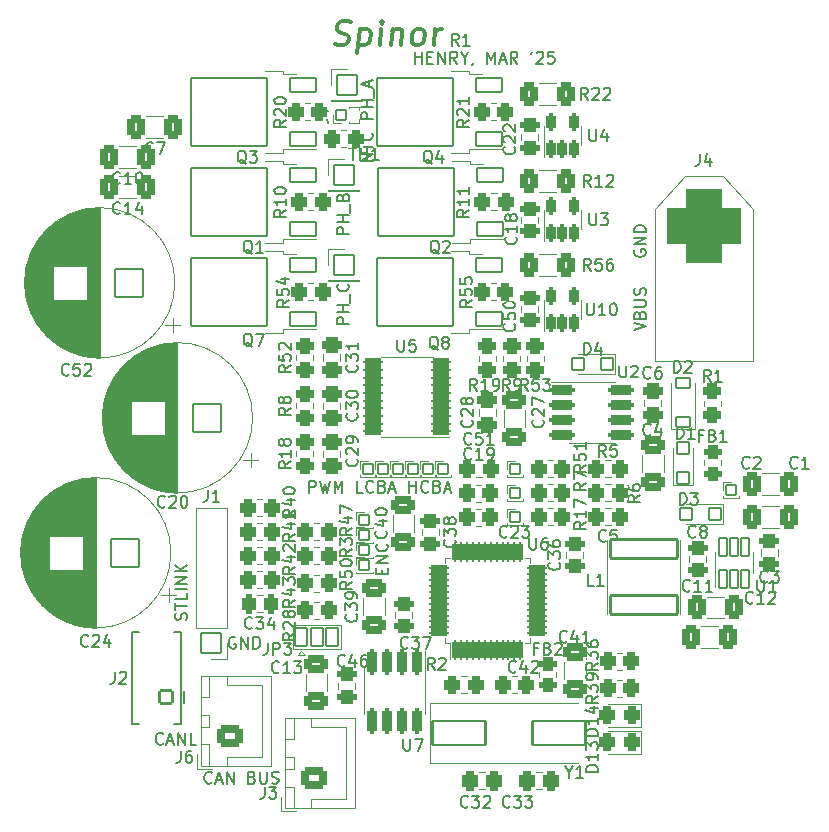
<source format=gto>
G04 #@! TF.GenerationSoftware,KiCad,Pcbnew,6.0.11+dfsg-1*
G04 #@! TF.CreationDate,2025-03-20T11:06:45-04:00*
G04 #@! TF.ProjectId,foc-board,666f632d-626f-4617-9264-2e6b69636164,rev?*
G04 #@! TF.SameCoordinates,Original*
G04 #@! TF.FileFunction,Legend,Top*
G04 #@! TF.FilePolarity,Positive*
%FSLAX46Y46*%
G04 Gerber Fmt 4.6, Leading zero omitted, Abs format (unit mm)*
G04 Created by KiCad (PCBNEW 6.0.11+dfsg-1) date 2025-03-20 11:06:45*
%MOMM*%
%LPD*%
G01*
G04 APERTURE LIST*
G04 Aperture macros list*
%AMRoundRect*
0 Rectangle with rounded corners*
0 $1 Rounding radius*
0 $2 $3 $4 $5 $6 $7 $8 $9 X,Y pos of 4 corners*
0 Add a 4 corners polygon primitive as box body*
4,1,4,$2,$3,$4,$5,$6,$7,$8,$9,$2,$3,0*
0 Add four circle primitives for the rounded corners*
1,1,$1+$1,$2,$3*
1,1,$1+$1,$4,$5*
1,1,$1+$1,$6,$7*
1,1,$1+$1,$8,$9*
0 Add four rect primitives between the rounded corners*
20,1,$1+$1,$2,$3,$4,$5,0*
20,1,$1+$1,$4,$5,$6,$7,0*
20,1,$1+$1,$6,$7,$8,$9,0*
20,1,$1+$1,$8,$9,$2,$3,0*%
G04 Aperture macros list end*
%ADD10C,0.150000*%
%ADD11C,0.300000*%
%ADD12C,0.120000*%
%ADD13RoundRect,0.350000X-0.412500X-0.650000X0.412500X-0.650000X0.412500X0.650000X-0.412500X0.650000X0*%
%ADD14RoundRect,0.100000X-0.850000X-0.850000X0.850000X-0.850000X0.850000X0.850000X-0.850000X0.850000X0*%
%ADD15RoundRect,0.350000X0.450000X-0.350000X0.450000X0.350000X-0.450000X0.350000X-0.450000X-0.350000X0*%
%ADD16RoundRect,0.100000X0.325000X-0.780000X0.325000X0.780000X-0.325000X0.780000X-0.325000X-0.780000X0*%
%ADD17RoundRect,0.350000X-0.350000X-0.450000X0.350000X-0.450000X0.350000X0.450000X-0.350000X0.450000X0*%
%ADD18RoundRect,0.350000X-0.337500X-0.475000X0.337500X-0.475000X0.337500X0.475000X-0.337500X0.475000X0*%
%ADD19C,3.400000*%
%ADD20RoundRect,0.250000X0.150000X-0.512500X0.150000X0.512500X-0.150000X0.512500X-0.150000X-0.512500X0*%
%ADD21RoundRect,0.350000X0.475000X-0.250000X0.475000X0.250000X-0.475000X0.250000X-0.475000X-0.250000X0*%
%ADD22RoundRect,0.350000X-0.475000X0.250000X-0.475000X-0.250000X0.475000X-0.250000X0.475000X0.250000X0*%
%ADD23RoundRect,0.100000X1.200000X1.200000X-1.200000X1.200000X-1.200000X-1.200000X1.200000X-1.200000X0*%
%ADD24C,2.600000*%
%ADD25RoundRect,0.100000X0.425000X-0.425000X0.425000X0.425000X-0.425000X0.425000X-0.425000X-0.425000X0*%
%ADD26O,1.050000X1.050000*%
%ADD27RoundRect,0.100000X-0.425000X-0.425000X0.425000X-0.425000X0.425000X0.425000X-0.425000X0.425000X0*%
%ADD28RoundRect,0.200000X0.637500X0.100000X-0.637500X0.100000X-0.637500X-0.100000X0.637500X-0.100000X0*%
%ADD29RoundRect,0.350000X0.475000X-0.337500X0.475000X0.337500X-0.475000X0.337500X-0.475000X-0.337500X0*%
%ADD30RoundRect,0.175000X0.075000X-0.662500X0.075000X0.662500X-0.075000X0.662500X-0.075000X-0.662500X0*%
%ADD31RoundRect,0.175000X0.662500X-0.075000X0.662500X0.075000X-0.662500X0.075000X-0.662500X-0.075000X0*%
%ADD32RoundRect,0.350000X0.350000X0.450000X-0.350000X0.450000X-0.350000X-0.450000X0.350000X-0.450000X0*%
%ADD33RoundRect,0.350000X0.250000X0.475000X-0.250000X0.475000X-0.250000X-0.475000X0.250000X-0.475000X0*%
%ADD34RoundRect,0.350000X0.450000X-0.262500X0.450000X0.262500X-0.450000X0.262500X-0.450000X-0.262500X0*%
%ADD35RoundRect,0.350000X0.650000X-0.412500X0.650000X0.412500X-0.650000X0.412500X-0.650000X-0.412500X0*%
%ADD36RoundRect,0.350000X0.337500X0.475000X-0.337500X0.475000X-0.337500X-0.475000X0.337500X-0.475000X0*%
%ADD37RoundRect,0.100000X1.100000X0.600000X-1.100000X0.600000X-1.100000X-0.600000X1.100000X-0.600000X0*%
%ADD38RoundRect,0.100000X3.200000X2.900000X-3.200000X2.900000X-3.200000X-2.900000X3.200000X-2.900000X0*%
%ADD39RoundRect,0.100000X-2.850000X0.800000X-2.850000X-0.800000X2.850000X-0.800000X2.850000X0.800000X0*%
%ADD40RoundRect,0.350000X0.412500X0.650000X-0.412500X0.650000X-0.412500X-0.650000X0.412500X-0.650000X0*%
%ADD41RoundRect,0.350000X0.325000X0.450000X-0.325000X0.450000X-0.325000X-0.450000X0.325000X-0.450000X0*%
%ADD42RoundRect,0.100000X0.500000X-0.500000X0.500000X0.500000X-0.500000X0.500000X-0.500000X-0.500000X0*%
%ADD43RoundRect,0.100000X0.600000X-0.450000X0.600000X0.450000X-0.600000X0.450000X-0.600000X-0.450000X0*%
%ADD44RoundRect,0.350000X0.750000X-0.600000X0.750000X0.600000X-0.750000X0.600000X-0.750000X-0.600000X0*%
%ADD45O,2.200000X1.900000*%
%ADD46RoundRect,0.350000X-0.400000X-0.625000X0.400000X-0.625000X0.400000X0.625000X-0.400000X0.625000X0*%
%ADD47RoundRect,0.100000X0.500000X0.500000X-0.500000X0.500000X-0.500000X-0.500000X0.500000X-0.500000X0*%
%ADD48RoundRect,0.100000X-2.250000X-1.000000X2.250000X-1.000000X2.250000X1.000000X-2.250000X1.000000X0*%
%ADD49RoundRect,0.350000X-0.450000X0.262500X-0.450000X-0.262500X0.450000X-0.262500X0.450000X0.262500X0*%
%ADD50RoundRect,0.250000X-0.150000X0.825000X-0.150000X-0.825000X0.150000X-0.825000X0.150000X0.825000X0*%
%ADD51RoundRect,0.100000X-0.500000X-0.750000X0.500000X-0.750000X0.500000X0.750000X-0.500000X0.750000X0*%
%ADD52RoundRect,0.100000X0.550000X-0.550000X0.550000X0.550000X-0.550000X0.550000X-0.550000X-0.550000X0*%
%ADD53C,1.300000*%
%ADD54O,2.600000X1.300000*%
%ADD55RoundRect,0.250000X-0.825000X-0.150000X0.825000X-0.150000X0.825000X0.150000X-0.825000X0.150000X0*%
%ADD56RoundRect,1.600000X-1.500000X1.500000X-1.500000X-1.500000X1.500000X-1.500000X1.500000X1.500000X0*%
%ADD57C,6.200000*%
%ADD58RoundRect,0.350000X-0.650000X0.412500X-0.650000X-0.412500X0.650000X-0.412500X0.650000X0.412500X0*%
%ADD59RoundRect,0.100000X0.850000X0.850000X-0.850000X0.850000X-0.850000X-0.850000X0.850000X-0.850000X0*%
%ADD60O,1.900000X1.900000*%
%ADD61RoundRect,0.350000X-0.450000X0.350000X-0.450000X-0.350000X0.450000X-0.350000X0.450000X0.350000X0*%
%ADD62RoundRect,0.350000X-0.475000X0.337500X-0.475000X-0.337500X0.475000X-0.337500X0.475000X0.337500X0*%
G04 APERTURE END LIST*
D10*
X127214380Y-88320000D02*
X128214380Y-87986666D01*
X127214380Y-87653333D01*
X127690571Y-86986666D02*
X127738190Y-86843809D01*
X127785809Y-86796190D01*
X127881047Y-86748571D01*
X128023904Y-86748571D01*
X128119142Y-86796190D01*
X128166761Y-86843809D01*
X128214380Y-86939047D01*
X128214380Y-87320000D01*
X127214380Y-87320000D01*
X127214380Y-86986666D01*
X127262000Y-86891428D01*
X127309619Y-86843809D01*
X127404857Y-86796190D01*
X127500095Y-86796190D01*
X127595333Y-86843809D01*
X127642952Y-86891428D01*
X127690571Y-86986666D01*
X127690571Y-87320000D01*
X127214380Y-86320000D02*
X128023904Y-86320000D01*
X128119142Y-86272380D01*
X128166761Y-86224761D01*
X128214380Y-86129523D01*
X128214380Y-85939047D01*
X128166761Y-85843809D01*
X128119142Y-85796190D01*
X128023904Y-85748571D01*
X127214380Y-85748571D01*
X128166761Y-85320000D02*
X128214380Y-85177142D01*
X128214380Y-84939047D01*
X128166761Y-84843809D01*
X128119142Y-84796190D01*
X128023904Y-84748571D01*
X127928666Y-84748571D01*
X127833428Y-84796190D01*
X127785809Y-84843809D01*
X127738190Y-84939047D01*
X127690571Y-85129523D01*
X127642952Y-85224761D01*
X127595333Y-85272380D01*
X127500095Y-85320000D01*
X127404857Y-85320000D01*
X127309619Y-85272380D01*
X127262000Y-85224761D01*
X127214380Y-85129523D01*
X127214380Y-84891428D01*
X127262000Y-84748571D01*
X127262000Y-81510476D02*
X127214380Y-81605714D01*
X127214380Y-81748571D01*
X127262000Y-81891428D01*
X127357238Y-81986666D01*
X127452476Y-82034285D01*
X127642952Y-82081904D01*
X127785809Y-82081904D01*
X127976285Y-82034285D01*
X128071523Y-81986666D01*
X128166761Y-81891428D01*
X128214380Y-81748571D01*
X128214380Y-81653333D01*
X128166761Y-81510476D01*
X128119142Y-81462857D01*
X127785809Y-81462857D01*
X127785809Y-81653333D01*
X128214380Y-81034285D02*
X127214380Y-81034285D01*
X128214380Y-80462857D01*
X127214380Y-80462857D01*
X128214380Y-79986666D02*
X127214380Y-79986666D01*
X127214380Y-79748571D01*
X127262000Y-79605714D01*
X127357238Y-79510476D01*
X127452476Y-79462857D01*
X127642952Y-79415238D01*
X127785809Y-79415238D01*
X127976285Y-79462857D01*
X128071523Y-79510476D01*
X128166761Y-79605714D01*
X128214380Y-79748571D01*
X128214380Y-79986666D01*
X89304761Y-112823333D02*
X89352380Y-112680476D01*
X89352380Y-112442380D01*
X89304761Y-112347142D01*
X89257142Y-112299523D01*
X89161904Y-112251904D01*
X89066666Y-112251904D01*
X88971428Y-112299523D01*
X88923809Y-112347142D01*
X88876190Y-112442380D01*
X88828571Y-112632857D01*
X88780952Y-112728095D01*
X88733333Y-112775714D01*
X88638095Y-112823333D01*
X88542857Y-112823333D01*
X88447619Y-112775714D01*
X88400000Y-112728095D01*
X88352380Y-112632857D01*
X88352380Y-112394761D01*
X88400000Y-112251904D01*
X88352380Y-111966190D02*
X88352380Y-111394761D01*
X89352380Y-111680476D02*
X88352380Y-111680476D01*
X89352380Y-110585238D02*
X89352380Y-111061428D01*
X88352380Y-111061428D01*
X89352380Y-110251904D02*
X88352380Y-110251904D01*
X89352380Y-109775714D02*
X88352380Y-109775714D01*
X89352380Y-109204285D01*
X88352380Y-109204285D01*
X89352380Y-108728095D02*
X88352380Y-108728095D01*
X89352380Y-108156666D02*
X88780952Y-108585238D01*
X88352380Y-108156666D02*
X88923809Y-108728095D01*
D11*
X101867607Y-64055523D02*
X102141416Y-64150761D01*
X102617607Y-64150761D01*
X102819988Y-64055523D01*
X102927130Y-63960285D01*
X103046178Y-63769809D01*
X103069988Y-63579333D01*
X102998559Y-63388857D01*
X102915226Y-63293619D01*
X102736654Y-63198380D01*
X102367607Y-63103142D01*
X102189035Y-63007904D01*
X102105702Y-62912666D01*
X102034273Y-62722190D01*
X102058083Y-62531714D01*
X102177130Y-62341238D01*
X102284273Y-62246000D01*
X102486654Y-62150761D01*
X102962845Y-62150761D01*
X103236654Y-62246000D01*
X104022369Y-62817428D02*
X103772369Y-64817428D01*
X104010464Y-62912666D02*
X104212845Y-62817428D01*
X104593797Y-62817428D01*
X104772369Y-62912666D01*
X104855702Y-63007904D01*
X104927130Y-63198380D01*
X104855702Y-63769809D01*
X104736654Y-63960285D01*
X104629511Y-64055523D01*
X104427130Y-64150761D01*
X104046178Y-64150761D01*
X103867607Y-64055523D01*
X105665226Y-64150761D02*
X105831892Y-62817428D01*
X105915226Y-62150761D02*
X105808083Y-62246000D01*
X105891416Y-62341238D01*
X105998559Y-62246000D01*
X105915226Y-62150761D01*
X105891416Y-62341238D01*
X106784273Y-62817428D02*
X106617607Y-64150761D01*
X106760464Y-63007904D02*
X106867607Y-62912666D01*
X107069988Y-62817428D01*
X107355702Y-62817428D01*
X107534273Y-62912666D01*
X107605702Y-63103142D01*
X107474750Y-64150761D01*
X108712845Y-64150761D02*
X108534273Y-64055523D01*
X108450940Y-63960285D01*
X108379511Y-63769809D01*
X108450940Y-63198380D01*
X108569988Y-63007904D01*
X108677130Y-62912666D01*
X108879511Y-62817428D01*
X109165226Y-62817428D01*
X109343797Y-62912666D01*
X109427130Y-63007904D01*
X109498559Y-63198380D01*
X109427130Y-63769809D01*
X109308083Y-63960285D01*
X109200940Y-64055523D01*
X108998559Y-64150761D01*
X108712845Y-64150761D01*
X110236654Y-64150761D02*
X110403321Y-62817428D01*
X110355702Y-63198380D02*
X110474750Y-63007904D01*
X110581892Y-62912666D01*
X110784273Y-62817428D01*
X110974750Y-62817428D01*
D10*
X112355333Y-64206380D02*
X112022000Y-63730190D01*
X111783904Y-64206380D02*
X111783904Y-63206380D01*
X112164857Y-63206380D01*
X112260095Y-63254000D01*
X112307714Y-63301619D01*
X112355333Y-63396857D01*
X112355333Y-63539714D01*
X112307714Y-63634952D01*
X112260095Y-63682571D01*
X112164857Y-63730190D01*
X111783904Y-63730190D01*
X113307714Y-64206380D02*
X112736285Y-64206380D01*
X113022000Y-64206380D02*
X113022000Y-63206380D01*
X112926761Y-63349238D01*
X112831523Y-63444476D01*
X112736285Y-63492095D01*
X108673047Y-65730380D02*
X108673047Y-64730380D01*
X108673047Y-65206571D02*
X109244476Y-65206571D01*
X109244476Y-65730380D02*
X109244476Y-64730380D01*
X109720666Y-65206571D02*
X110054000Y-65206571D01*
X110196857Y-65730380D02*
X109720666Y-65730380D01*
X109720666Y-64730380D01*
X110196857Y-64730380D01*
X110625428Y-65730380D02*
X110625428Y-64730380D01*
X111196857Y-65730380D01*
X111196857Y-64730380D01*
X112244476Y-65730380D02*
X111911142Y-65254190D01*
X111673047Y-65730380D02*
X111673047Y-64730380D01*
X112054000Y-64730380D01*
X112149238Y-64778000D01*
X112196857Y-64825619D01*
X112244476Y-64920857D01*
X112244476Y-65063714D01*
X112196857Y-65158952D01*
X112149238Y-65206571D01*
X112054000Y-65254190D01*
X111673047Y-65254190D01*
X112863523Y-65254190D02*
X112863523Y-65730380D01*
X112530190Y-64730380D02*
X112863523Y-65254190D01*
X113196857Y-64730380D01*
X113577809Y-65682761D02*
X113577809Y-65730380D01*
X113530190Y-65825619D01*
X113482571Y-65873238D01*
X114768285Y-65730380D02*
X114768285Y-64730380D01*
X115101619Y-65444666D01*
X115434952Y-64730380D01*
X115434952Y-65730380D01*
X115863523Y-65444666D02*
X116339714Y-65444666D01*
X115768285Y-65730380D02*
X116101619Y-64730380D01*
X116434952Y-65730380D01*
X117339714Y-65730380D02*
X117006380Y-65254190D01*
X116768285Y-65730380D02*
X116768285Y-64730380D01*
X117149238Y-64730380D01*
X117244476Y-64778000D01*
X117292095Y-64825619D01*
X117339714Y-64920857D01*
X117339714Y-65063714D01*
X117292095Y-65158952D01*
X117244476Y-65206571D01*
X117149238Y-65254190D01*
X116768285Y-65254190D01*
X118577809Y-64730380D02*
X118482571Y-64920857D01*
X118958761Y-64825619D02*
X119006380Y-64778000D01*
X119101619Y-64730380D01*
X119339714Y-64730380D01*
X119434952Y-64778000D01*
X119482571Y-64825619D01*
X119530190Y-64920857D01*
X119530190Y-65016095D01*
X119482571Y-65158952D01*
X118911142Y-65730380D01*
X119530190Y-65730380D01*
X120434952Y-64730380D02*
X119958761Y-64730380D01*
X119911142Y-65206571D01*
X119958761Y-65158952D01*
X120054000Y-65111333D01*
X120292095Y-65111333D01*
X120387333Y-65158952D01*
X120434952Y-65206571D01*
X120482571Y-65301809D01*
X120482571Y-65539904D01*
X120434952Y-65635142D01*
X120387333Y-65682761D01*
X120292095Y-65730380D01*
X120054000Y-65730380D01*
X119958761Y-65682761D01*
X119911142Y-65635142D01*
X87344380Y-123293142D02*
X87296761Y-123340761D01*
X87153904Y-123388380D01*
X87058666Y-123388380D01*
X86915809Y-123340761D01*
X86820571Y-123245523D01*
X86772952Y-123150285D01*
X86725333Y-122959809D01*
X86725333Y-122816952D01*
X86772952Y-122626476D01*
X86820571Y-122531238D01*
X86915809Y-122436000D01*
X87058666Y-122388380D01*
X87153904Y-122388380D01*
X87296761Y-122436000D01*
X87344380Y-122483619D01*
X87725333Y-123102666D02*
X88201523Y-123102666D01*
X87630095Y-123388380D02*
X87963428Y-122388380D01*
X88296761Y-123388380D01*
X88630095Y-123388380D02*
X88630095Y-122388380D01*
X89201523Y-123388380D01*
X89201523Y-122388380D01*
X90153904Y-123388380D02*
X89677714Y-123388380D01*
X89677714Y-122388380D01*
X99711619Y-102052380D02*
X99711619Y-101052380D01*
X100092571Y-101052380D01*
X100187809Y-101100000D01*
X100235428Y-101147619D01*
X100283047Y-101242857D01*
X100283047Y-101385714D01*
X100235428Y-101480952D01*
X100187809Y-101528571D01*
X100092571Y-101576190D01*
X99711619Y-101576190D01*
X100616380Y-101052380D02*
X100854476Y-102052380D01*
X101044952Y-101338095D01*
X101235428Y-102052380D01*
X101473523Y-101052380D01*
X101854476Y-102052380D02*
X101854476Y-101052380D01*
X102187809Y-101766666D01*
X102521142Y-101052380D01*
X102521142Y-102052380D01*
X104235428Y-102052380D02*
X103759238Y-102052380D01*
X103759238Y-101052380D01*
X105140190Y-101957142D02*
X105092571Y-102004761D01*
X104949714Y-102052380D01*
X104854476Y-102052380D01*
X104711619Y-102004761D01*
X104616380Y-101909523D01*
X104568761Y-101814285D01*
X104521142Y-101623809D01*
X104521142Y-101480952D01*
X104568761Y-101290476D01*
X104616380Y-101195238D01*
X104711619Y-101100000D01*
X104854476Y-101052380D01*
X104949714Y-101052380D01*
X105092571Y-101100000D01*
X105140190Y-101147619D01*
X105902095Y-101528571D02*
X106044952Y-101576190D01*
X106092571Y-101623809D01*
X106140190Y-101719047D01*
X106140190Y-101861904D01*
X106092571Y-101957142D01*
X106044952Y-102004761D01*
X105949714Y-102052380D01*
X105568761Y-102052380D01*
X105568761Y-101052380D01*
X105902095Y-101052380D01*
X105997333Y-101100000D01*
X106044952Y-101147619D01*
X106092571Y-101242857D01*
X106092571Y-101338095D01*
X106044952Y-101433333D01*
X105997333Y-101480952D01*
X105902095Y-101528571D01*
X105568761Y-101528571D01*
X106521142Y-101766666D02*
X106997333Y-101766666D01*
X106425904Y-102052380D02*
X106759238Y-101052380D01*
X107092571Y-102052380D01*
X108187809Y-102052380D02*
X108187809Y-101052380D01*
X108187809Y-101528571D02*
X108759238Y-101528571D01*
X108759238Y-102052380D02*
X108759238Y-101052380D01*
X109806857Y-101957142D02*
X109759238Y-102004761D01*
X109616380Y-102052380D01*
X109521142Y-102052380D01*
X109378285Y-102004761D01*
X109283047Y-101909523D01*
X109235428Y-101814285D01*
X109187809Y-101623809D01*
X109187809Y-101480952D01*
X109235428Y-101290476D01*
X109283047Y-101195238D01*
X109378285Y-101100000D01*
X109521142Y-101052380D01*
X109616380Y-101052380D01*
X109759238Y-101100000D01*
X109806857Y-101147619D01*
X110568761Y-101528571D02*
X110711619Y-101576190D01*
X110759238Y-101623809D01*
X110806857Y-101719047D01*
X110806857Y-101861904D01*
X110759238Y-101957142D01*
X110711619Y-102004761D01*
X110616380Y-102052380D01*
X110235428Y-102052380D01*
X110235428Y-101052380D01*
X110568761Y-101052380D01*
X110664000Y-101100000D01*
X110711619Y-101147619D01*
X110759238Y-101242857D01*
X110759238Y-101338095D01*
X110711619Y-101433333D01*
X110664000Y-101480952D01*
X110568761Y-101528571D01*
X110235428Y-101528571D01*
X111187809Y-101766666D02*
X111664000Y-101766666D01*
X111092571Y-102052380D02*
X111425904Y-101052380D01*
X111759238Y-102052380D01*
X105100380Y-73992952D02*
X104100380Y-73992952D01*
X105100380Y-73421523D01*
X104100380Y-73421523D01*
X104100380Y-73088190D02*
X104100380Y-72516761D01*
X105100380Y-72802476D02*
X104100380Y-72802476D01*
X105005142Y-71612000D02*
X105052761Y-71659619D01*
X105100380Y-71802476D01*
X105100380Y-71897714D01*
X105052761Y-72040571D01*
X104957523Y-72135809D01*
X104862285Y-72183428D01*
X104671809Y-72231047D01*
X104528952Y-72231047D01*
X104338476Y-72183428D01*
X104243238Y-72135809D01*
X104148000Y-72040571D01*
X104100380Y-71897714D01*
X104100380Y-71802476D01*
X104148000Y-71659619D01*
X104195619Y-71612000D01*
X105100380Y-70421523D02*
X104100380Y-70421523D01*
X104100380Y-70040571D01*
X104148000Y-69945333D01*
X104195619Y-69897714D01*
X104290857Y-69850095D01*
X104433714Y-69850095D01*
X104528952Y-69897714D01*
X104576571Y-69945333D01*
X104624190Y-70040571D01*
X104624190Y-70421523D01*
X105100380Y-69421523D02*
X104100380Y-69421523D01*
X104576571Y-69421523D02*
X104576571Y-68850095D01*
X105100380Y-68850095D02*
X104100380Y-68850095D01*
X105195619Y-68612000D02*
X105195619Y-67850095D01*
X104814666Y-67659619D02*
X104814666Y-67183428D01*
X105100380Y-67754857D02*
X104100380Y-67421523D01*
X105100380Y-67088190D01*
X103068380Y-87772666D02*
X102068380Y-87772666D01*
X102068380Y-87391714D01*
X102116000Y-87296476D01*
X102163619Y-87248857D01*
X102258857Y-87201238D01*
X102401714Y-87201238D01*
X102496952Y-87248857D01*
X102544571Y-87296476D01*
X102592190Y-87391714D01*
X102592190Y-87772666D01*
X103068380Y-86772666D02*
X102068380Y-86772666D01*
X102544571Y-86772666D02*
X102544571Y-86201238D01*
X103068380Y-86201238D02*
X102068380Y-86201238D01*
X103163619Y-85963142D02*
X103163619Y-85201238D01*
X102973142Y-84391714D02*
X103020761Y-84439333D01*
X103068380Y-84582190D01*
X103068380Y-84677428D01*
X103020761Y-84820285D01*
X102925523Y-84915523D01*
X102830285Y-84963142D01*
X102639809Y-85010761D01*
X102496952Y-85010761D01*
X102306476Y-84963142D01*
X102211238Y-84915523D01*
X102116000Y-84820285D01*
X102068380Y-84677428D01*
X102068380Y-84582190D01*
X102116000Y-84439333D01*
X102163619Y-84391714D01*
X93472095Y-114308000D02*
X93376857Y-114260380D01*
X93234000Y-114260380D01*
X93091142Y-114308000D01*
X92995904Y-114403238D01*
X92948285Y-114498476D01*
X92900666Y-114688952D01*
X92900666Y-114831809D01*
X92948285Y-115022285D01*
X92995904Y-115117523D01*
X93091142Y-115212761D01*
X93234000Y-115260380D01*
X93329238Y-115260380D01*
X93472095Y-115212761D01*
X93519714Y-115165142D01*
X93519714Y-114831809D01*
X93329238Y-114831809D01*
X93948285Y-115260380D02*
X93948285Y-114260380D01*
X94519714Y-115260380D01*
X94519714Y-114260380D01*
X94995904Y-115260380D02*
X94995904Y-114260380D01*
X95234000Y-114260380D01*
X95376857Y-114308000D01*
X95472095Y-114403238D01*
X95519714Y-114498476D01*
X95567333Y-114688952D01*
X95567333Y-114831809D01*
X95519714Y-115022285D01*
X95472095Y-115117523D01*
X95376857Y-115212761D01*
X95234000Y-115260380D01*
X94995904Y-115260380D01*
X91456190Y-126595142D02*
X91408571Y-126642761D01*
X91265714Y-126690380D01*
X91170476Y-126690380D01*
X91027619Y-126642761D01*
X90932380Y-126547523D01*
X90884761Y-126452285D01*
X90837142Y-126261809D01*
X90837142Y-126118952D01*
X90884761Y-125928476D01*
X90932380Y-125833238D01*
X91027619Y-125738000D01*
X91170476Y-125690380D01*
X91265714Y-125690380D01*
X91408571Y-125738000D01*
X91456190Y-125785619D01*
X91837142Y-126404666D02*
X92313333Y-126404666D01*
X91741904Y-126690380D02*
X92075238Y-125690380D01*
X92408571Y-126690380D01*
X92741904Y-126690380D02*
X92741904Y-125690380D01*
X93313333Y-126690380D01*
X93313333Y-125690380D01*
X94884761Y-126166571D02*
X95027619Y-126214190D01*
X95075238Y-126261809D01*
X95122857Y-126357047D01*
X95122857Y-126499904D01*
X95075238Y-126595142D01*
X95027619Y-126642761D01*
X94932380Y-126690380D01*
X94551428Y-126690380D01*
X94551428Y-125690380D01*
X94884761Y-125690380D01*
X94980000Y-125738000D01*
X95027619Y-125785619D01*
X95075238Y-125880857D01*
X95075238Y-125976095D01*
X95027619Y-126071333D01*
X94980000Y-126118952D01*
X94884761Y-126166571D01*
X94551428Y-126166571D01*
X95551428Y-125690380D02*
X95551428Y-126499904D01*
X95599047Y-126595142D01*
X95646666Y-126642761D01*
X95741904Y-126690380D01*
X95932380Y-126690380D01*
X96027619Y-126642761D01*
X96075238Y-126595142D01*
X96122857Y-126499904D01*
X96122857Y-125690380D01*
X96551428Y-126642761D02*
X96694285Y-126690380D01*
X96932380Y-126690380D01*
X97027619Y-126642761D01*
X97075238Y-126595142D01*
X97122857Y-126499904D01*
X97122857Y-126404666D01*
X97075238Y-126309428D01*
X97027619Y-126261809D01*
X96932380Y-126214190D01*
X96741904Y-126166571D01*
X96646666Y-126118952D01*
X96599047Y-126071333D01*
X96551428Y-125976095D01*
X96551428Y-125880857D01*
X96599047Y-125785619D01*
X96646666Y-125738000D01*
X96741904Y-125690380D01*
X96980000Y-125690380D01*
X97122857Y-125738000D01*
X105846571Y-108934095D02*
X105846571Y-108600761D01*
X106370380Y-108457904D02*
X106370380Y-108934095D01*
X105370380Y-108934095D01*
X105370380Y-108457904D01*
X106370380Y-108029333D02*
X105370380Y-108029333D01*
X106370380Y-107457904D01*
X105370380Y-107457904D01*
X106275142Y-106410285D02*
X106322761Y-106457904D01*
X106370380Y-106600761D01*
X106370380Y-106696000D01*
X106322761Y-106838857D01*
X106227523Y-106934095D01*
X106132285Y-106981714D01*
X105941809Y-107029333D01*
X105798952Y-107029333D01*
X105608476Y-106981714D01*
X105513238Y-106934095D01*
X105418000Y-106838857D01*
X105370380Y-106696000D01*
X105370380Y-106600761D01*
X105418000Y-106457904D01*
X105465619Y-106410285D01*
X103068380Y-80152666D02*
X102068380Y-80152666D01*
X102068380Y-79771714D01*
X102116000Y-79676476D01*
X102163619Y-79628857D01*
X102258857Y-79581238D01*
X102401714Y-79581238D01*
X102496952Y-79628857D01*
X102544571Y-79676476D01*
X102592190Y-79771714D01*
X102592190Y-80152666D01*
X103068380Y-79152666D02*
X102068380Y-79152666D01*
X102544571Y-79152666D02*
X102544571Y-78581238D01*
X103068380Y-78581238D02*
X102068380Y-78581238D01*
X103163619Y-78343142D02*
X103163619Y-77581238D01*
X102544571Y-77009809D02*
X102592190Y-76866952D01*
X102639809Y-76819333D01*
X102735047Y-76771714D01*
X102877904Y-76771714D01*
X102973142Y-76819333D01*
X103020761Y-76866952D01*
X103068380Y-76962190D01*
X103068380Y-77343142D01*
X102068380Y-77343142D01*
X102068380Y-77009809D01*
X102116000Y-76914571D01*
X102163619Y-76866952D01*
X102258857Y-76819333D01*
X102354095Y-76819333D01*
X102449333Y-76866952D01*
X102496952Y-76914571D01*
X102544571Y-77009809D01*
X102544571Y-77343142D01*
X131945142Y-110339142D02*
X131897523Y-110386761D01*
X131754666Y-110434380D01*
X131659428Y-110434380D01*
X131516571Y-110386761D01*
X131421333Y-110291523D01*
X131373714Y-110196285D01*
X131326095Y-110005809D01*
X131326095Y-109862952D01*
X131373714Y-109672476D01*
X131421333Y-109577238D01*
X131516571Y-109482000D01*
X131659428Y-109434380D01*
X131754666Y-109434380D01*
X131897523Y-109482000D01*
X131945142Y-109529619D01*
X132897523Y-110434380D02*
X132326095Y-110434380D01*
X132611809Y-110434380D02*
X132611809Y-109434380D01*
X132516571Y-109577238D01*
X132421333Y-109672476D01*
X132326095Y-109720095D01*
X133849904Y-110434380D02*
X133278476Y-110434380D01*
X133564190Y-110434380D02*
X133564190Y-109434380D01*
X133468952Y-109577238D01*
X133373714Y-109672476D01*
X133278476Y-109720095D01*
X116673333Y-93416380D02*
X116340000Y-92940190D01*
X116101904Y-93416380D02*
X116101904Y-92416380D01*
X116482857Y-92416380D01*
X116578095Y-92464000D01*
X116625714Y-92511619D01*
X116673333Y-92606857D01*
X116673333Y-92749714D01*
X116625714Y-92844952D01*
X116578095Y-92892571D01*
X116482857Y-92940190D01*
X116101904Y-92940190D01*
X117149523Y-93416380D02*
X117340000Y-93416380D01*
X117435238Y-93368761D01*
X117482857Y-93321142D01*
X117578095Y-93178285D01*
X117625714Y-92987809D01*
X117625714Y-92606857D01*
X117578095Y-92511619D01*
X117530476Y-92464000D01*
X117435238Y-92416380D01*
X117244761Y-92416380D01*
X117149523Y-92464000D01*
X117101904Y-92511619D01*
X117054285Y-92606857D01*
X117054285Y-92844952D01*
X117101904Y-92940190D01*
X117149523Y-92987809D01*
X117244761Y-93035428D01*
X117435238Y-93035428D01*
X117530476Y-92987809D01*
X117578095Y-92940190D01*
X117625714Y-92844952D01*
X137668095Y-109434380D02*
X137668095Y-110243904D01*
X137715714Y-110339142D01*
X137763333Y-110386761D01*
X137858571Y-110434380D01*
X138049047Y-110434380D01*
X138144285Y-110386761D01*
X138191904Y-110339142D01*
X138239523Y-110243904D01*
X138239523Y-109434380D01*
X139239523Y-110434380D02*
X138668095Y-110434380D01*
X138953809Y-110434380D02*
X138953809Y-109434380D01*
X138858571Y-109577238D01*
X138763333Y-109672476D01*
X138668095Y-109720095D01*
X124150380Y-116466857D02*
X123674190Y-116800190D01*
X124150380Y-117038285D02*
X123150380Y-117038285D01*
X123150380Y-116657333D01*
X123198000Y-116562095D01*
X123245619Y-116514476D01*
X123340857Y-116466857D01*
X123483714Y-116466857D01*
X123578952Y-116514476D01*
X123626571Y-116562095D01*
X123674190Y-116657333D01*
X123674190Y-117038285D01*
X123150380Y-116133523D02*
X123150380Y-115514476D01*
X123531333Y-115847809D01*
X123531333Y-115704952D01*
X123578952Y-115609714D01*
X123626571Y-115562095D01*
X123721809Y-115514476D01*
X123959904Y-115514476D01*
X124055142Y-115562095D01*
X124102761Y-115609714D01*
X124150380Y-115704952D01*
X124150380Y-115990666D01*
X124102761Y-116085904D01*
X124055142Y-116133523D01*
X123150380Y-114657333D02*
X123150380Y-114847809D01*
X123198000Y-114943047D01*
X123245619Y-114990666D01*
X123388476Y-115085904D01*
X123578952Y-115133523D01*
X123959904Y-115133523D01*
X124055142Y-115085904D01*
X124102761Y-115038285D01*
X124150380Y-114943047D01*
X124150380Y-114752571D01*
X124102761Y-114657333D01*
X124055142Y-114609714D01*
X123959904Y-114562095D01*
X123721809Y-114562095D01*
X123626571Y-114609714D01*
X123578952Y-114657333D01*
X123531333Y-114752571D01*
X123531333Y-114943047D01*
X123578952Y-115038285D01*
X123626571Y-115085904D01*
X123721809Y-115133523D01*
X116705142Y-128627142D02*
X116657523Y-128674761D01*
X116514666Y-128722380D01*
X116419428Y-128722380D01*
X116276571Y-128674761D01*
X116181333Y-128579523D01*
X116133714Y-128484285D01*
X116086095Y-128293809D01*
X116086095Y-128150952D01*
X116133714Y-127960476D01*
X116181333Y-127865238D01*
X116276571Y-127770000D01*
X116419428Y-127722380D01*
X116514666Y-127722380D01*
X116657523Y-127770000D01*
X116705142Y-127817619D01*
X117038476Y-127722380D02*
X117657523Y-127722380D01*
X117324190Y-128103333D01*
X117467047Y-128103333D01*
X117562285Y-128150952D01*
X117609904Y-128198571D01*
X117657523Y-128293809D01*
X117657523Y-128531904D01*
X117609904Y-128627142D01*
X117562285Y-128674761D01*
X117467047Y-128722380D01*
X117181333Y-128722380D01*
X117086095Y-128674761D01*
X117038476Y-128627142D01*
X117990857Y-127722380D02*
X118609904Y-127722380D01*
X118276571Y-128103333D01*
X118419428Y-128103333D01*
X118514666Y-128150952D01*
X118562285Y-128198571D01*
X118609904Y-128293809D01*
X118609904Y-128531904D01*
X118562285Y-128627142D01*
X118514666Y-128674761D01*
X118419428Y-128722380D01*
X118133714Y-128722380D01*
X118038476Y-128674761D01*
X117990857Y-128627142D01*
X123444095Y-71294380D02*
X123444095Y-72103904D01*
X123491714Y-72199142D01*
X123539333Y-72246761D01*
X123634571Y-72294380D01*
X123825047Y-72294380D01*
X123920285Y-72246761D01*
X123967904Y-72199142D01*
X124015523Y-72103904D01*
X124015523Y-71294380D01*
X124920285Y-71627714D02*
X124920285Y-72294380D01*
X124682190Y-71246761D02*
X124444095Y-71961047D01*
X125063142Y-71961047D01*
X97734380Y-78112857D02*
X97258190Y-78446190D01*
X97734380Y-78684285D02*
X96734380Y-78684285D01*
X96734380Y-78303333D01*
X96782000Y-78208095D01*
X96829619Y-78160476D01*
X96924857Y-78112857D01*
X97067714Y-78112857D01*
X97162952Y-78160476D01*
X97210571Y-78208095D01*
X97258190Y-78303333D01*
X97258190Y-78684285D01*
X97734380Y-77160476D02*
X97734380Y-77731904D01*
X97734380Y-77446190D02*
X96734380Y-77446190D01*
X96877238Y-77541428D01*
X96972476Y-77636666D01*
X97020095Y-77731904D01*
X96734380Y-76541428D02*
X96734380Y-76446190D01*
X96782000Y-76350952D01*
X96829619Y-76303333D01*
X96924857Y-76255714D01*
X97115333Y-76208095D01*
X97353428Y-76208095D01*
X97543904Y-76255714D01*
X97639142Y-76303333D01*
X97686761Y-76350952D01*
X97734380Y-76446190D01*
X97734380Y-76541428D01*
X97686761Y-76636666D01*
X97639142Y-76684285D01*
X97543904Y-76731904D01*
X97353428Y-76779523D01*
X97115333Y-76779523D01*
X96924857Y-76731904D01*
X96829619Y-76684285D01*
X96782000Y-76636666D01*
X96734380Y-76541428D01*
X132421333Y-105767142D02*
X132373714Y-105814761D01*
X132230857Y-105862380D01*
X132135619Y-105862380D01*
X131992761Y-105814761D01*
X131897523Y-105719523D01*
X131849904Y-105624285D01*
X131802285Y-105433809D01*
X131802285Y-105290952D01*
X131849904Y-105100476D01*
X131897523Y-105005238D01*
X131992761Y-104910000D01*
X132135619Y-104862380D01*
X132230857Y-104862380D01*
X132373714Y-104910000D01*
X132421333Y-104957619D01*
X132992761Y-105290952D02*
X132897523Y-105243333D01*
X132849904Y-105195714D01*
X132802285Y-105100476D01*
X132802285Y-105052857D01*
X132849904Y-104957619D01*
X132897523Y-104910000D01*
X132992761Y-104862380D01*
X133183238Y-104862380D01*
X133278476Y-104910000D01*
X133326095Y-104957619D01*
X133373714Y-105052857D01*
X133373714Y-105100476D01*
X133326095Y-105195714D01*
X133278476Y-105243333D01*
X133183238Y-105290952D01*
X132992761Y-105290952D01*
X132897523Y-105338571D01*
X132849904Y-105386190D01*
X132802285Y-105481428D01*
X132802285Y-105671904D01*
X132849904Y-105767142D01*
X132897523Y-105814761D01*
X132992761Y-105862380D01*
X133183238Y-105862380D01*
X133278476Y-105814761D01*
X133326095Y-105767142D01*
X133373714Y-105671904D01*
X133373714Y-105481428D01*
X133326095Y-105386190D01*
X133278476Y-105338571D01*
X133183238Y-105290952D01*
X112019142Y-106052857D02*
X112066761Y-106100476D01*
X112114380Y-106243333D01*
X112114380Y-106338571D01*
X112066761Y-106481428D01*
X111971523Y-106576666D01*
X111876285Y-106624285D01*
X111685809Y-106671904D01*
X111542952Y-106671904D01*
X111352476Y-106624285D01*
X111257238Y-106576666D01*
X111162000Y-106481428D01*
X111114380Y-106338571D01*
X111114380Y-106243333D01*
X111162000Y-106100476D01*
X111209619Y-106052857D01*
X111114380Y-105719523D02*
X111114380Y-105100476D01*
X111495333Y-105433809D01*
X111495333Y-105290952D01*
X111542952Y-105195714D01*
X111590571Y-105148095D01*
X111685809Y-105100476D01*
X111923904Y-105100476D01*
X112019142Y-105148095D01*
X112066761Y-105195714D01*
X112114380Y-105290952D01*
X112114380Y-105576666D01*
X112066761Y-105671904D01*
X112019142Y-105719523D01*
X111542952Y-104529047D02*
X111495333Y-104624285D01*
X111447714Y-104671904D01*
X111352476Y-104719523D01*
X111304857Y-104719523D01*
X111209619Y-104671904D01*
X111162000Y-104624285D01*
X111114380Y-104529047D01*
X111114380Y-104338571D01*
X111162000Y-104243333D01*
X111209619Y-104195714D01*
X111304857Y-104148095D01*
X111352476Y-104148095D01*
X111447714Y-104195714D01*
X111495333Y-104243333D01*
X111542952Y-104338571D01*
X111542952Y-104529047D01*
X111590571Y-104624285D01*
X111638190Y-104671904D01*
X111733428Y-104719523D01*
X111923904Y-104719523D01*
X112019142Y-104671904D01*
X112066761Y-104624285D01*
X112114380Y-104529047D01*
X112114380Y-104338571D01*
X112066761Y-104243333D01*
X112019142Y-104195714D01*
X111923904Y-104148095D01*
X111733428Y-104148095D01*
X111638190Y-104195714D01*
X111590571Y-104243333D01*
X111542952Y-104338571D01*
X120875142Y-107978857D02*
X120922761Y-108026476D01*
X120970380Y-108169333D01*
X120970380Y-108264571D01*
X120922761Y-108407428D01*
X120827523Y-108502666D01*
X120732285Y-108550285D01*
X120541809Y-108597904D01*
X120398952Y-108597904D01*
X120208476Y-108550285D01*
X120113238Y-108502666D01*
X120018000Y-108407428D01*
X119970380Y-108264571D01*
X119970380Y-108169333D01*
X120018000Y-108026476D01*
X120065619Y-107978857D01*
X119970380Y-107645523D02*
X119970380Y-107026476D01*
X120351333Y-107359809D01*
X120351333Y-107216952D01*
X120398952Y-107121714D01*
X120446571Y-107074095D01*
X120541809Y-107026476D01*
X120779904Y-107026476D01*
X120875142Y-107074095D01*
X120922761Y-107121714D01*
X120970380Y-107216952D01*
X120970380Y-107502666D01*
X120922761Y-107597904D01*
X120875142Y-107645523D01*
X119970380Y-106169333D02*
X119970380Y-106359809D01*
X120018000Y-106455047D01*
X120065619Y-106502666D01*
X120208476Y-106597904D01*
X120398952Y-106645523D01*
X120779904Y-106645523D01*
X120875142Y-106597904D01*
X120922761Y-106550285D01*
X120970380Y-106455047D01*
X120970380Y-106264571D01*
X120922761Y-106169333D01*
X120875142Y-106121714D01*
X120779904Y-106074095D01*
X120541809Y-106074095D01*
X120446571Y-106121714D01*
X120398952Y-106169333D01*
X120351333Y-106264571D01*
X120351333Y-106455047D01*
X120398952Y-106550285D01*
X120446571Y-106597904D01*
X120541809Y-106645523D01*
X124150380Y-119260857D02*
X123674190Y-119594190D01*
X124150380Y-119832285D02*
X123150380Y-119832285D01*
X123150380Y-119451333D01*
X123198000Y-119356095D01*
X123245619Y-119308476D01*
X123340857Y-119260857D01*
X123483714Y-119260857D01*
X123578952Y-119308476D01*
X123626571Y-119356095D01*
X123674190Y-119451333D01*
X123674190Y-119832285D01*
X123150380Y-118927523D02*
X123150380Y-118308476D01*
X123531333Y-118641809D01*
X123531333Y-118498952D01*
X123578952Y-118403714D01*
X123626571Y-118356095D01*
X123721809Y-118308476D01*
X123959904Y-118308476D01*
X124055142Y-118356095D01*
X124102761Y-118403714D01*
X124150380Y-118498952D01*
X124150380Y-118784666D01*
X124102761Y-118879904D01*
X124055142Y-118927523D01*
X124150380Y-117832285D02*
X124150380Y-117641809D01*
X124102761Y-117546571D01*
X124055142Y-117498952D01*
X123912285Y-117403714D01*
X123721809Y-117356095D01*
X123340857Y-117356095D01*
X123245619Y-117403714D01*
X123198000Y-117451333D01*
X123150380Y-117546571D01*
X123150380Y-117737047D01*
X123198000Y-117832285D01*
X123245619Y-117879904D01*
X123340857Y-117927523D01*
X123578952Y-117927523D01*
X123674190Y-117879904D01*
X123721809Y-117832285D01*
X123769428Y-117737047D01*
X123769428Y-117546571D01*
X123721809Y-117451333D01*
X123674190Y-117403714D01*
X123578952Y-117356095D01*
X80993101Y-115005142D02*
X80945482Y-115052761D01*
X80802625Y-115100380D01*
X80707387Y-115100380D01*
X80564530Y-115052761D01*
X80469292Y-114957523D01*
X80421673Y-114862285D01*
X80374054Y-114671809D01*
X80374054Y-114528952D01*
X80421673Y-114338476D01*
X80469292Y-114243238D01*
X80564530Y-114148000D01*
X80707387Y-114100380D01*
X80802625Y-114100380D01*
X80945482Y-114148000D01*
X80993101Y-114195619D01*
X81374054Y-114195619D02*
X81421673Y-114148000D01*
X81516911Y-114100380D01*
X81755006Y-114100380D01*
X81850244Y-114148000D01*
X81897863Y-114195619D01*
X81945482Y-114290857D01*
X81945482Y-114386095D01*
X81897863Y-114528952D01*
X81326435Y-115100380D01*
X81945482Y-115100380D01*
X82802625Y-114433714D02*
X82802625Y-115100380D01*
X82564530Y-114052761D02*
X82326435Y-114767047D01*
X82945482Y-114767047D01*
X123444095Y-78406380D02*
X123444095Y-79215904D01*
X123491714Y-79311142D01*
X123539333Y-79358761D01*
X123634571Y-79406380D01*
X123825047Y-79406380D01*
X123920285Y-79358761D01*
X123967904Y-79311142D01*
X124015523Y-79215904D01*
X124015523Y-78406380D01*
X124396476Y-78406380D02*
X125015523Y-78406380D01*
X124682190Y-78787333D01*
X124825047Y-78787333D01*
X124920285Y-78834952D01*
X124967904Y-78882571D01*
X125015523Y-78977809D01*
X125015523Y-79215904D01*
X124967904Y-79311142D01*
X124920285Y-79358761D01*
X124825047Y-79406380D01*
X124539333Y-79406380D01*
X124444095Y-79358761D01*
X124396476Y-79311142D01*
X100286380Y-70397333D02*
X101000666Y-70397333D01*
X101143523Y-70444952D01*
X101238761Y-70540190D01*
X101286380Y-70683047D01*
X101286380Y-70778285D01*
X100286380Y-70016380D02*
X100286380Y-69349714D01*
X101286380Y-69778285D01*
X107188095Y-89114380D02*
X107188095Y-89923904D01*
X107235714Y-90019142D01*
X107283333Y-90066761D01*
X107378571Y-90114380D01*
X107569047Y-90114380D01*
X107664285Y-90066761D01*
X107711904Y-90019142D01*
X107759523Y-89923904D01*
X107759523Y-89114380D01*
X108711904Y-89114380D02*
X108235714Y-89114380D01*
X108188095Y-89590571D01*
X108235714Y-89542952D01*
X108330952Y-89495333D01*
X108569047Y-89495333D01*
X108664285Y-89542952D01*
X108711904Y-89590571D01*
X108759523Y-89685809D01*
X108759523Y-89923904D01*
X108711904Y-90019142D01*
X108664285Y-90066761D01*
X108569047Y-90114380D01*
X108330952Y-90114380D01*
X108235714Y-90066761D01*
X108188095Y-90019142D01*
X79367142Y-92051142D02*
X79319523Y-92098761D01*
X79176666Y-92146380D01*
X79081428Y-92146380D01*
X78938571Y-92098761D01*
X78843333Y-92003523D01*
X78795714Y-91908285D01*
X78748095Y-91717809D01*
X78748095Y-91574952D01*
X78795714Y-91384476D01*
X78843333Y-91289238D01*
X78938571Y-91194000D01*
X79081428Y-91146380D01*
X79176666Y-91146380D01*
X79319523Y-91194000D01*
X79367142Y-91241619D01*
X80271904Y-91146380D02*
X79795714Y-91146380D01*
X79748095Y-91622571D01*
X79795714Y-91574952D01*
X79890952Y-91527333D01*
X80129047Y-91527333D01*
X80224285Y-91574952D01*
X80271904Y-91622571D01*
X80319523Y-91717809D01*
X80319523Y-91955904D01*
X80271904Y-92051142D01*
X80224285Y-92098761D01*
X80129047Y-92146380D01*
X79890952Y-92146380D01*
X79795714Y-92098761D01*
X79748095Y-92051142D01*
X80700476Y-91241619D02*
X80748095Y-91194000D01*
X80843333Y-91146380D01*
X81081428Y-91146380D01*
X81176666Y-91194000D01*
X81224285Y-91241619D01*
X81271904Y-91336857D01*
X81271904Y-91432095D01*
X81224285Y-91574952D01*
X80652857Y-92146380D01*
X81271904Y-92146380D01*
X98496380Y-111132857D02*
X98020190Y-111466190D01*
X98496380Y-111704285D02*
X97496380Y-111704285D01*
X97496380Y-111323333D01*
X97544000Y-111228095D01*
X97591619Y-111180476D01*
X97686857Y-111132857D01*
X97829714Y-111132857D01*
X97924952Y-111180476D01*
X97972571Y-111228095D01*
X98020190Y-111323333D01*
X98020190Y-111704285D01*
X97829714Y-110275714D02*
X98496380Y-110275714D01*
X97448761Y-110513809D02*
X98163047Y-110751904D01*
X98163047Y-110132857D01*
X97496380Y-109847142D02*
X97496380Y-109228095D01*
X97877333Y-109561428D01*
X97877333Y-109418571D01*
X97924952Y-109323333D01*
X97972571Y-109275714D01*
X98067809Y-109228095D01*
X98305904Y-109228095D01*
X98401142Y-109275714D01*
X98448761Y-109323333D01*
X98496380Y-109418571D01*
X98496380Y-109704285D01*
X98448761Y-109799523D01*
X98401142Y-109847142D01*
X113485142Y-95914357D02*
X113532761Y-95961976D01*
X113580380Y-96104833D01*
X113580380Y-96200071D01*
X113532761Y-96342928D01*
X113437523Y-96438166D01*
X113342285Y-96485785D01*
X113151809Y-96533404D01*
X113008952Y-96533404D01*
X112818476Y-96485785D01*
X112723238Y-96438166D01*
X112628000Y-96342928D01*
X112580380Y-96200071D01*
X112580380Y-96104833D01*
X112628000Y-95961976D01*
X112675619Y-95914357D01*
X112675619Y-95533404D02*
X112628000Y-95485785D01*
X112580380Y-95390547D01*
X112580380Y-95152452D01*
X112628000Y-95057214D01*
X112675619Y-95009595D01*
X112770857Y-94961976D01*
X112866095Y-94961976D01*
X113008952Y-95009595D01*
X113580380Y-95581023D01*
X113580380Y-94961976D01*
X113008952Y-94390547D02*
X112961333Y-94485785D01*
X112913714Y-94533404D01*
X112818476Y-94581023D01*
X112770857Y-94581023D01*
X112675619Y-94533404D01*
X112628000Y-94485785D01*
X112580380Y-94390547D01*
X112580380Y-94200071D01*
X112628000Y-94104833D01*
X112675619Y-94057214D01*
X112770857Y-94009595D01*
X112818476Y-94009595D01*
X112913714Y-94057214D01*
X112961333Y-94104833D01*
X113008952Y-94200071D01*
X113008952Y-94390547D01*
X113056571Y-94485785D01*
X113104190Y-94533404D01*
X113199428Y-94581023D01*
X113389904Y-94581023D01*
X113485142Y-94533404D01*
X113532761Y-94485785D01*
X113580380Y-94390547D01*
X113580380Y-94200071D01*
X113532761Y-94104833D01*
X113485142Y-94057214D01*
X113389904Y-94009595D01*
X113199428Y-94009595D01*
X113104190Y-94057214D01*
X113056571Y-94104833D01*
X113008952Y-94200071D01*
X118364095Y-105878380D02*
X118364095Y-106687904D01*
X118411714Y-106783142D01*
X118459333Y-106830761D01*
X118554571Y-106878380D01*
X118745047Y-106878380D01*
X118840285Y-106830761D01*
X118887904Y-106783142D01*
X118935523Y-106687904D01*
X118935523Y-105878380D01*
X119840285Y-105878380D02*
X119649809Y-105878380D01*
X119554571Y-105926000D01*
X119506952Y-105973619D01*
X119411714Y-106116476D01*
X119364095Y-106306952D01*
X119364095Y-106687904D01*
X119411714Y-106783142D01*
X119459333Y-106830761D01*
X119554571Y-106878380D01*
X119745047Y-106878380D01*
X119840285Y-106830761D01*
X119887904Y-106783142D01*
X119935523Y-106687904D01*
X119935523Y-106449809D01*
X119887904Y-106354571D01*
X119840285Y-106306952D01*
X119745047Y-106259333D01*
X119554571Y-106259333D01*
X119459333Y-106306952D01*
X119411714Y-106354571D01*
X119364095Y-106449809D01*
X127706380Y-102274666D02*
X127230190Y-102608000D01*
X127706380Y-102846095D02*
X126706380Y-102846095D01*
X126706380Y-102465142D01*
X126754000Y-102369904D01*
X126801619Y-102322285D01*
X126896857Y-102274666D01*
X127039714Y-102274666D01*
X127134952Y-102322285D01*
X127182571Y-102369904D01*
X127230190Y-102465142D01*
X127230190Y-102846095D01*
X126706380Y-101417523D02*
X126706380Y-101608000D01*
X126754000Y-101703238D01*
X126801619Y-101750857D01*
X126944476Y-101846095D01*
X127134952Y-101893714D01*
X127515904Y-101893714D01*
X127611142Y-101846095D01*
X127658761Y-101798476D01*
X127706380Y-101703238D01*
X127706380Y-101512761D01*
X127658761Y-101417523D01*
X127611142Y-101369904D01*
X127515904Y-101322285D01*
X127277809Y-101322285D01*
X127182571Y-101369904D01*
X127134952Y-101417523D01*
X127087333Y-101512761D01*
X127087333Y-101703238D01*
X127134952Y-101798476D01*
X127182571Y-101846095D01*
X127277809Y-101893714D01*
X94885142Y-113503142D02*
X94837523Y-113550761D01*
X94694666Y-113598380D01*
X94599428Y-113598380D01*
X94456571Y-113550761D01*
X94361333Y-113455523D01*
X94313714Y-113360285D01*
X94266095Y-113169809D01*
X94266095Y-113026952D01*
X94313714Y-112836476D01*
X94361333Y-112741238D01*
X94456571Y-112646000D01*
X94599428Y-112598380D01*
X94694666Y-112598380D01*
X94837523Y-112646000D01*
X94885142Y-112693619D01*
X95218476Y-112598380D02*
X95837523Y-112598380D01*
X95504190Y-112979333D01*
X95647047Y-112979333D01*
X95742285Y-113026952D01*
X95789904Y-113074571D01*
X95837523Y-113169809D01*
X95837523Y-113407904D01*
X95789904Y-113503142D01*
X95742285Y-113550761D01*
X95647047Y-113598380D01*
X95361333Y-113598380D01*
X95266095Y-113550761D01*
X95218476Y-113503142D01*
X96694666Y-112931714D02*
X96694666Y-113598380D01*
X96456571Y-112550761D02*
X96218476Y-113265047D01*
X96837523Y-113265047D01*
X133024666Y-97210571D02*
X132691333Y-97210571D01*
X132691333Y-97734380D02*
X132691333Y-96734380D01*
X133167523Y-96734380D01*
X133881809Y-97210571D02*
X134024666Y-97258190D01*
X134072285Y-97305809D01*
X134119904Y-97401047D01*
X134119904Y-97543904D01*
X134072285Y-97639142D01*
X134024666Y-97686761D01*
X133929428Y-97734380D01*
X133548476Y-97734380D01*
X133548476Y-96734380D01*
X133881809Y-96734380D01*
X133977047Y-96782000D01*
X134024666Y-96829619D01*
X134072285Y-96924857D01*
X134072285Y-97020095D01*
X134024666Y-97115333D01*
X133977047Y-97162952D01*
X133881809Y-97210571D01*
X133548476Y-97210571D01*
X135072285Y-97734380D02*
X134500857Y-97734380D01*
X134786571Y-97734380D02*
X134786571Y-96734380D01*
X134691333Y-96877238D01*
X134596095Y-96972476D01*
X134500857Y-97020095D01*
X110323333Y-117038380D02*
X109990000Y-116562190D01*
X109751904Y-117038380D02*
X109751904Y-116038380D01*
X110132857Y-116038380D01*
X110228095Y-116086000D01*
X110275714Y-116133619D01*
X110323333Y-116228857D01*
X110323333Y-116371714D01*
X110275714Y-116466952D01*
X110228095Y-116514571D01*
X110132857Y-116562190D01*
X109751904Y-116562190D01*
X110704285Y-116133619D02*
X110751904Y-116086000D01*
X110847142Y-116038380D01*
X111085238Y-116038380D01*
X111180476Y-116086000D01*
X111228095Y-116133619D01*
X111275714Y-116228857D01*
X111275714Y-116324095D01*
X111228095Y-116466952D01*
X110656666Y-117038380D01*
X111275714Y-117038380D01*
X98140380Y-99408857D02*
X97664190Y-99742190D01*
X98140380Y-99980285D02*
X97140380Y-99980285D01*
X97140380Y-99599333D01*
X97188000Y-99504095D01*
X97235619Y-99456476D01*
X97330857Y-99408857D01*
X97473714Y-99408857D01*
X97568952Y-99456476D01*
X97616571Y-99504095D01*
X97664190Y-99599333D01*
X97664190Y-99980285D01*
X98140380Y-98456476D02*
X98140380Y-99027904D01*
X98140380Y-98742190D02*
X97140380Y-98742190D01*
X97283238Y-98837428D01*
X97378476Y-98932666D01*
X97426095Y-99027904D01*
X97568952Y-97885047D02*
X97521333Y-97980285D01*
X97473714Y-98027904D01*
X97378476Y-98075523D01*
X97330857Y-98075523D01*
X97235619Y-98027904D01*
X97188000Y-97980285D01*
X97140380Y-97885047D01*
X97140380Y-97694571D01*
X97188000Y-97599333D01*
X97235619Y-97551714D01*
X97330857Y-97504095D01*
X97378476Y-97504095D01*
X97473714Y-97551714D01*
X97521333Y-97599333D01*
X97568952Y-97694571D01*
X97568952Y-97885047D01*
X97616571Y-97980285D01*
X97664190Y-98027904D01*
X97759428Y-98075523D01*
X97949904Y-98075523D01*
X98045142Y-98027904D01*
X98092761Y-97980285D01*
X98140380Y-97885047D01*
X98140380Y-97694571D01*
X98092761Y-97599333D01*
X98045142Y-97551714D01*
X97949904Y-97504095D01*
X97759428Y-97504095D01*
X97664190Y-97551714D01*
X97616571Y-97599333D01*
X97568952Y-97694571D01*
X103687142Y-112362857D02*
X103734761Y-112410476D01*
X103782380Y-112553333D01*
X103782380Y-112648571D01*
X103734761Y-112791428D01*
X103639523Y-112886666D01*
X103544285Y-112934285D01*
X103353809Y-112981904D01*
X103210952Y-112981904D01*
X103020476Y-112934285D01*
X102925238Y-112886666D01*
X102830000Y-112791428D01*
X102782380Y-112648571D01*
X102782380Y-112553333D01*
X102830000Y-112410476D01*
X102877619Y-112362857D01*
X102782380Y-112029523D02*
X102782380Y-111410476D01*
X103163333Y-111743809D01*
X103163333Y-111600952D01*
X103210952Y-111505714D01*
X103258571Y-111458095D01*
X103353809Y-111410476D01*
X103591904Y-111410476D01*
X103687142Y-111458095D01*
X103734761Y-111505714D01*
X103782380Y-111600952D01*
X103782380Y-111886666D01*
X103734761Y-111981904D01*
X103687142Y-112029523D01*
X103782380Y-110934285D02*
X103782380Y-110743809D01*
X103734761Y-110648571D01*
X103687142Y-110600952D01*
X103544285Y-110505714D01*
X103353809Y-110458095D01*
X102972857Y-110458095D01*
X102877619Y-110505714D01*
X102830000Y-110553333D01*
X102782380Y-110648571D01*
X102782380Y-110839047D01*
X102830000Y-110934285D01*
X102877619Y-110981904D01*
X102972857Y-111029523D01*
X103210952Y-111029523D01*
X103306190Y-110981904D01*
X103353809Y-110934285D01*
X103401428Y-110839047D01*
X103401428Y-110648571D01*
X103353809Y-110553333D01*
X103306190Y-110505714D01*
X103210952Y-110458095D01*
X113149142Y-128627142D02*
X113101523Y-128674761D01*
X112958666Y-128722380D01*
X112863428Y-128722380D01*
X112720571Y-128674761D01*
X112625333Y-128579523D01*
X112577714Y-128484285D01*
X112530095Y-128293809D01*
X112530095Y-128150952D01*
X112577714Y-127960476D01*
X112625333Y-127865238D01*
X112720571Y-127770000D01*
X112863428Y-127722380D01*
X112958666Y-127722380D01*
X113101523Y-127770000D01*
X113149142Y-127817619D01*
X113482476Y-127722380D02*
X114101523Y-127722380D01*
X113768190Y-128103333D01*
X113911047Y-128103333D01*
X114006285Y-128150952D01*
X114053904Y-128198571D01*
X114101523Y-128293809D01*
X114101523Y-128531904D01*
X114053904Y-128627142D01*
X114006285Y-128674761D01*
X113911047Y-128722380D01*
X113625333Y-128722380D01*
X113530095Y-128674761D01*
X113482476Y-128627142D01*
X114482476Y-127817619D02*
X114530095Y-127770000D01*
X114625333Y-127722380D01*
X114863428Y-127722380D01*
X114958666Y-127770000D01*
X115006285Y-127817619D01*
X115053904Y-127912857D01*
X115053904Y-128008095D01*
X115006285Y-128150952D01*
X114434857Y-128722380D01*
X115053904Y-128722380D01*
X94392761Y-74207619D02*
X94297523Y-74160000D01*
X94202285Y-74064761D01*
X94059428Y-73921904D01*
X93964190Y-73874285D01*
X93868952Y-73874285D01*
X93916571Y-74112380D02*
X93821333Y-74064761D01*
X93726095Y-73969523D01*
X93678476Y-73779047D01*
X93678476Y-73445714D01*
X93726095Y-73255238D01*
X93821333Y-73160000D01*
X93916571Y-73112380D01*
X94107047Y-73112380D01*
X94202285Y-73160000D01*
X94297523Y-73255238D01*
X94345142Y-73445714D01*
X94345142Y-73779047D01*
X94297523Y-73969523D01*
X94202285Y-74064761D01*
X94107047Y-74112380D01*
X93916571Y-74112380D01*
X94678476Y-73112380D02*
X95297523Y-73112380D01*
X94964190Y-73493333D01*
X95107047Y-73493333D01*
X95202285Y-73540952D01*
X95249904Y-73588571D01*
X95297523Y-73683809D01*
X95297523Y-73921904D01*
X95249904Y-74017142D01*
X95202285Y-74064761D01*
X95107047Y-74112380D01*
X94821333Y-74112380D01*
X94726095Y-74064761D01*
X94678476Y-74017142D01*
X123785333Y-109926380D02*
X123309142Y-109926380D01*
X123309142Y-108926380D01*
X124642476Y-109926380D02*
X124071047Y-109926380D01*
X124356761Y-109926380D02*
X124356761Y-108926380D01*
X124261523Y-109069238D01*
X124166285Y-109164476D01*
X124071047Y-109212095D01*
X98140380Y-94868666D02*
X97664190Y-95202000D01*
X98140380Y-95440095D02*
X97140380Y-95440095D01*
X97140380Y-95059142D01*
X97188000Y-94963904D01*
X97235619Y-94916285D01*
X97330857Y-94868666D01*
X97473714Y-94868666D01*
X97568952Y-94916285D01*
X97616571Y-94963904D01*
X97664190Y-95059142D01*
X97664190Y-95440095D01*
X97568952Y-94297238D02*
X97521333Y-94392476D01*
X97473714Y-94440095D01*
X97378476Y-94487714D01*
X97330857Y-94487714D01*
X97235619Y-94440095D01*
X97188000Y-94392476D01*
X97140380Y-94297238D01*
X97140380Y-94106761D01*
X97188000Y-94011523D01*
X97235619Y-93963904D01*
X97330857Y-93916285D01*
X97378476Y-93916285D01*
X97473714Y-93963904D01*
X97521333Y-94011523D01*
X97568952Y-94106761D01*
X97568952Y-94297238D01*
X97616571Y-94392476D01*
X97664190Y-94440095D01*
X97759428Y-94487714D01*
X97949904Y-94487714D01*
X98045142Y-94440095D01*
X98092761Y-94392476D01*
X98140380Y-94297238D01*
X98140380Y-94106761D01*
X98092761Y-94011523D01*
X98045142Y-93963904D01*
X97949904Y-93916285D01*
X97759428Y-93916285D01*
X97664190Y-93963904D01*
X97616571Y-94011523D01*
X97568952Y-94106761D01*
X118229142Y-93416380D02*
X117895809Y-92940190D01*
X117657714Y-93416380D02*
X117657714Y-92416380D01*
X118038666Y-92416380D01*
X118133904Y-92464000D01*
X118181523Y-92511619D01*
X118229142Y-92606857D01*
X118229142Y-92749714D01*
X118181523Y-92844952D01*
X118133904Y-92892571D01*
X118038666Y-92940190D01*
X117657714Y-92940190D01*
X119133904Y-92416380D02*
X118657714Y-92416380D01*
X118610095Y-92892571D01*
X118657714Y-92844952D01*
X118752952Y-92797333D01*
X118991047Y-92797333D01*
X119086285Y-92844952D01*
X119133904Y-92892571D01*
X119181523Y-92987809D01*
X119181523Y-93225904D01*
X119133904Y-93321142D01*
X119086285Y-93368761D01*
X118991047Y-93416380D01*
X118752952Y-93416380D01*
X118657714Y-93368761D01*
X118610095Y-93321142D01*
X119514857Y-92416380D02*
X120133904Y-92416380D01*
X119800571Y-92797333D01*
X119943428Y-92797333D01*
X120038666Y-92844952D01*
X120086285Y-92892571D01*
X120133904Y-92987809D01*
X120133904Y-93225904D01*
X120086285Y-93321142D01*
X120038666Y-93368761D01*
X119943428Y-93416380D01*
X119657714Y-93416380D01*
X119562476Y-93368761D01*
X119514857Y-93321142D01*
X103322380Y-105036857D02*
X102846190Y-105370190D01*
X103322380Y-105608285D02*
X102322380Y-105608285D01*
X102322380Y-105227333D01*
X102370000Y-105132095D01*
X102417619Y-105084476D01*
X102512857Y-105036857D01*
X102655714Y-105036857D01*
X102750952Y-105084476D01*
X102798571Y-105132095D01*
X102846190Y-105227333D01*
X102846190Y-105608285D01*
X102655714Y-104179714D02*
X103322380Y-104179714D01*
X102274761Y-104417809D02*
X102989047Y-104655904D01*
X102989047Y-104036857D01*
X102322380Y-103751142D02*
X102322380Y-103084476D01*
X103322380Y-103513047D01*
X138517333Y-109577142D02*
X138469714Y-109624761D01*
X138326857Y-109672380D01*
X138231619Y-109672380D01*
X138088761Y-109624761D01*
X137993523Y-109529523D01*
X137945904Y-109434285D01*
X137898285Y-109243809D01*
X137898285Y-109100952D01*
X137945904Y-108910476D01*
X137993523Y-108815238D01*
X138088761Y-108720000D01*
X138231619Y-108672380D01*
X138326857Y-108672380D01*
X138469714Y-108720000D01*
X138517333Y-108767619D01*
X138850666Y-108672380D02*
X139469714Y-108672380D01*
X139136380Y-109053333D01*
X139279238Y-109053333D01*
X139374476Y-109100952D01*
X139422095Y-109148571D01*
X139469714Y-109243809D01*
X139469714Y-109481904D01*
X139422095Y-109577142D01*
X139374476Y-109624761D01*
X139279238Y-109672380D01*
X138993523Y-109672380D01*
X138898285Y-109624761D01*
X138850666Y-109577142D01*
X113435142Y-99163142D02*
X113387523Y-99210761D01*
X113244666Y-99258380D01*
X113149428Y-99258380D01*
X113006571Y-99210761D01*
X112911333Y-99115523D01*
X112863714Y-99020285D01*
X112816095Y-98829809D01*
X112816095Y-98686952D01*
X112863714Y-98496476D01*
X112911333Y-98401238D01*
X113006571Y-98306000D01*
X113149428Y-98258380D01*
X113244666Y-98258380D01*
X113387523Y-98306000D01*
X113435142Y-98353619D01*
X114387523Y-99258380D02*
X113816095Y-99258380D01*
X114101809Y-99258380D02*
X114101809Y-98258380D01*
X114006571Y-98401238D01*
X113911333Y-98496476D01*
X113816095Y-98544095D01*
X114863714Y-99258380D02*
X115054190Y-99258380D01*
X115149428Y-99210761D01*
X115197047Y-99163142D01*
X115292285Y-99020285D01*
X115339904Y-98829809D01*
X115339904Y-98448857D01*
X115292285Y-98353619D01*
X115244666Y-98306000D01*
X115149428Y-98258380D01*
X114958952Y-98258380D01*
X114863714Y-98306000D01*
X114816095Y-98353619D01*
X114768476Y-98448857D01*
X114768476Y-98686952D01*
X114816095Y-98782190D01*
X114863714Y-98829809D01*
X114958952Y-98877428D01*
X115149428Y-98877428D01*
X115244666Y-98829809D01*
X115292285Y-98782190D01*
X115339904Y-98686952D01*
X123134380Y-99702857D02*
X122658190Y-100036190D01*
X123134380Y-100274285D02*
X122134380Y-100274285D01*
X122134380Y-99893333D01*
X122182000Y-99798095D01*
X122229619Y-99750476D01*
X122324857Y-99702857D01*
X122467714Y-99702857D01*
X122562952Y-99750476D01*
X122610571Y-99798095D01*
X122658190Y-99893333D01*
X122658190Y-100274285D01*
X122134380Y-98798095D02*
X122134380Y-99274285D01*
X122610571Y-99321904D01*
X122562952Y-99274285D01*
X122515333Y-99179047D01*
X122515333Y-98940952D01*
X122562952Y-98845714D01*
X122610571Y-98798095D01*
X122705809Y-98750476D01*
X122943904Y-98750476D01*
X123039142Y-98798095D01*
X123086761Y-98845714D01*
X123134380Y-98940952D01*
X123134380Y-99179047D01*
X123086761Y-99274285D01*
X123039142Y-99321904D01*
X123134380Y-97798095D02*
X123134380Y-98369523D01*
X123134380Y-98083809D02*
X122134380Y-98083809D01*
X122277238Y-98179047D01*
X122372476Y-98274285D01*
X122420095Y-98369523D01*
X98496380Y-103512857D02*
X98020190Y-103846190D01*
X98496380Y-104084285D02*
X97496380Y-104084285D01*
X97496380Y-103703333D01*
X97544000Y-103608095D01*
X97591619Y-103560476D01*
X97686857Y-103512857D01*
X97829714Y-103512857D01*
X97924952Y-103560476D01*
X97972571Y-103608095D01*
X98020190Y-103703333D01*
X98020190Y-104084285D01*
X97829714Y-102655714D02*
X98496380Y-102655714D01*
X97448761Y-102893809D02*
X98163047Y-103131904D01*
X98163047Y-102512857D01*
X97496380Y-101941428D02*
X97496380Y-101846190D01*
X97544000Y-101750952D01*
X97591619Y-101703333D01*
X97686857Y-101655714D01*
X97877333Y-101608095D01*
X98115428Y-101608095D01*
X98305904Y-101655714D01*
X98401142Y-101703333D01*
X98448761Y-101750952D01*
X98496380Y-101846190D01*
X98496380Y-101941428D01*
X98448761Y-102036666D01*
X98401142Y-102084285D01*
X98305904Y-102131904D01*
X98115428Y-102179523D01*
X97877333Y-102179523D01*
X97686857Y-102131904D01*
X97591619Y-102084285D01*
X97544000Y-102036666D01*
X97496380Y-101941428D01*
X86471333Y-73287142D02*
X86423714Y-73334761D01*
X86280857Y-73382380D01*
X86185619Y-73382380D01*
X86042761Y-73334761D01*
X85947523Y-73239523D01*
X85899904Y-73144285D01*
X85852285Y-72953809D01*
X85852285Y-72810952D01*
X85899904Y-72620476D01*
X85947523Y-72525238D01*
X86042761Y-72430000D01*
X86185619Y-72382380D01*
X86280857Y-72382380D01*
X86423714Y-72430000D01*
X86471333Y-72477619D01*
X86804666Y-72382380D02*
X87471333Y-72382380D01*
X87042761Y-73382380D01*
X137279142Y-111355142D02*
X137231523Y-111402761D01*
X137088666Y-111450380D01*
X136993428Y-111450380D01*
X136850571Y-111402761D01*
X136755333Y-111307523D01*
X136707714Y-111212285D01*
X136660095Y-111021809D01*
X136660095Y-110878952D01*
X136707714Y-110688476D01*
X136755333Y-110593238D01*
X136850571Y-110498000D01*
X136993428Y-110450380D01*
X137088666Y-110450380D01*
X137231523Y-110498000D01*
X137279142Y-110545619D01*
X138231523Y-111450380D02*
X137660095Y-111450380D01*
X137945809Y-111450380D02*
X137945809Y-110450380D01*
X137850571Y-110593238D01*
X137755333Y-110688476D01*
X137660095Y-110736095D01*
X138612476Y-110545619D02*
X138660095Y-110498000D01*
X138755333Y-110450380D01*
X138993428Y-110450380D01*
X139088666Y-110498000D01*
X139136285Y-110545619D01*
X139183904Y-110640857D01*
X139183904Y-110736095D01*
X139136285Y-110878952D01*
X138564857Y-111450380D01*
X139183904Y-111450380D01*
X124150380Y-125674285D02*
X123150380Y-125674285D01*
X123150380Y-125436190D01*
X123198000Y-125293333D01*
X123293238Y-125198095D01*
X123388476Y-125150476D01*
X123578952Y-125102857D01*
X123721809Y-125102857D01*
X123912285Y-125150476D01*
X124007523Y-125198095D01*
X124102761Y-125293333D01*
X124150380Y-125436190D01*
X124150380Y-125674285D01*
X124150380Y-124150476D02*
X124150380Y-124721904D01*
X124150380Y-124436190D02*
X123150380Y-124436190D01*
X123293238Y-124531428D01*
X123388476Y-124626666D01*
X123436095Y-124721904D01*
X123150380Y-123817142D02*
X123150380Y-123198095D01*
X123531333Y-123531428D01*
X123531333Y-123388571D01*
X123578952Y-123293333D01*
X123626571Y-123245714D01*
X123721809Y-123198095D01*
X123959904Y-123198095D01*
X124055142Y-123245714D01*
X124102761Y-123293333D01*
X124150380Y-123388571D01*
X124150380Y-123674285D01*
X124102761Y-123769523D01*
X124055142Y-123817142D01*
X113435142Y-97893142D02*
X113387523Y-97940761D01*
X113244666Y-97988380D01*
X113149428Y-97988380D01*
X113006571Y-97940761D01*
X112911333Y-97845523D01*
X112863714Y-97750285D01*
X112816095Y-97559809D01*
X112816095Y-97416952D01*
X112863714Y-97226476D01*
X112911333Y-97131238D01*
X113006571Y-97036000D01*
X113149428Y-96988380D01*
X113244666Y-96988380D01*
X113387523Y-97036000D01*
X113435142Y-97083619D01*
X114339904Y-96988380D02*
X113863714Y-96988380D01*
X113816095Y-97464571D01*
X113863714Y-97416952D01*
X113958952Y-97369333D01*
X114197047Y-97369333D01*
X114292285Y-97416952D01*
X114339904Y-97464571D01*
X114387523Y-97559809D01*
X114387523Y-97797904D01*
X114339904Y-97893142D01*
X114292285Y-97940761D01*
X114197047Y-97988380D01*
X113958952Y-97988380D01*
X113863714Y-97940761D01*
X113816095Y-97893142D01*
X115339904Y-97988380D02*
X114768476Y-97988380D01*
X115054190Y-97988380D02*
X115054190Y-96988380D01*
X114958952Y-97131238D01*
X114863714Y-97226476D01*
X114768476Y-97274095D01*
X94895761Y-81827619D02*
X94800523Y-81780000D01*
X94705285Y-81684761D01*
X94562428Y-81541904D01*
X94467190Y-81494285D01*
X94371952Y-81494285D01*
X94419571Y-81732380D02*
X94324333Y-81684761D01*
X94229095Y-81589523D01*
X94181476Y-81399047D01*
X94181476Y-81065714D01*
X94229095Y-80875238D01*
X94324333Y-80780000D01*
X94419571Y-80732380D01*
X94610047Y-80732380D01*
X94705285Y-80780000D01*
X94800523Y-80875238D01*
X94848142Y-81065714D01*
X94848142Y-81399047D01*
X94800523Y-81589523D01*
X94705285Y-81684761D01*
X94610047Y-81732380D01*
X94419571Y-81732380D01*
X95800523Y-81732380D02*
X95229095Y-81732380D01*
X95514809Y-81732380D02*
X95514809Y-80732380D01*
X95419571Y-80875238D01*
X95324333Y-80970476D01*
X95229095Y-81018095D01*
X110720761Y-81827619D02*
X110625523Y-81780000D01*
X110530285Y-81684761D01*
X110387428Y-81541904D01*
X110292190Y-81494285D01*
X110196952Y-81494285D01*
X110244571Y-81732380D02*
X110149333Y-81684761D01*
X110054095Y-81589523D01*
X110006476Y-81399047D01*
X110006476Y-81065714D01*
X110054095Y-80875238D01*
X110149333Y-80780000D01*
X110244571Y-80732380D01*
X110435047Y-80732380D01*
X110530285Y-80780000D01*
X110625523Y-80875238D01*
X110673142Y-81065714D01*
X110673142Y-81399047D01*
X110625523Y-81589523D01*
X110530285Y-81684761D01*
X110435047Y-81732380D01*
X110244571Y-81732380D01*
X111054095Y-80827619D02*
X111101714Y-80780000D01*
X111196952Y-80732380D01*
X111435047Y-80732380D01*
X111530285Y-80780000D01*
X111577904Y-80827619D01*
X111625523Y-80922857D01*
X111625523Y-81018095D01*
X111577904Y-81160952D01*
X111006476Y-81732380D01*
X111625523Y-81732380D01*
X136993333Y-99925142D02*
X136945714Y-99972761D01*
X136802857Y-100020380D01*
X136707619Y-100020380D01*
X136564761Y-99972761D01*
X136469523Y-99877523D01*
X136421904Y-99782285D01*
X136374285Y-99591809D01*
X136374285Y-99448952D01*
X136421904Y-99258476D01*
X136469523Y-99163238D01*
X136564761Y-99068000D01*
X136707619Y-99020380D01*
X136802857Y-99020380D01*
X136945714Y-99068000D01*
X136993333Y-99115619D01*
X137374285Y-99115619D02*
X137421904Y-99068000D01*
X137517142Y-99020380D01*
X137755238Y-99020380D01*
X137850476Y-99068000D01*
X137898095Y-99115619D01*
X137945714Y-99210857D01*
X137945714Y-99306095D01*
X137898095Y-99448952D01*
X137326666Y-100020380D01*
X137945714Y-100020380D01*
X124150380Y-122626285D02*
X123150380Y-122626285D01*
X123150380Y-122388190D01*
X123198000Y-122245333D01*
X123293238Y-122150095D01*
X123388476Y-122102476D01*
X123578952Y-122054857D01*
X123721809Y-122054857D01*
X123912285Y-122102476D01*
X124007523Y-122150095D01*
X124102761Y-122245333D01*
X124150380Y-122388190D01*
X124150380Y-122626285D01*
X124150380Y-121102476D02*
X124150380Y-121673904D01*
X124150380Y-121388190D02*
X123150380Y-121388190D01*
X123293238Y-121483428D01*
X123388476Y-121578666D01*
X123436095Y-121673904D01*
X123483714Y-120245333D02*
X124150380Y-120245333D01*
X123102761Y-120483428D02*
X123817047Y-120721523D01*
X123817047Y-120102476D01*
X123221904Y-86026380D02*
X123221904Y-86835904D01*
X123269523Y-86931142D01*
X123317142Y-86978761D01*
X123412380Y-87026380D01*
X123602857Y-87026380D01*
X123698095Y-86978761D01*
X123745714Y-86931142D01*
X123793333Y-86835904D01*
X123793333Y-86026380D01*
X124793333Y-87026380D02*
X124221904Y-87026380D01*
X124507619Y-87026380D02*
X124507619Y-86026380D01*
X124412380Y-86169238D01*
X124317142Y-86264476D01*
X124221904Y-86312095D01*
X125412380Y-86026380D02*
X125507619Y-86026380D01*
X125602857Y-86074000D01*
X125650476Y-86121619D01*
X125698095Y-86216857D01*
X125745714Y-86407333D01*
X125745714Y-86645428D01*
X125698095Y-86835904D01*
X125650476Y-86931142D01*
X125602857Y-86978761D01*
X125507619Y-87026380D01*
X125412380Y-87026380D01*
X125317142Y-86978761D01*
X125269523Y-86931142D01*
X125221904Y-86835904D01*
X125174285Y-86645428D01*
X125174285Y-86407333D01*
X125221904Y-86216857D01*
X125269523Y-86121619D01*
X125317142Y-86074000D01*
X125412380Y-86026380D01*
X117065142Y-87764857D02*
X117112761Y-87812476D01*
X117160380Y-87955333D01*
X117160380Y-88050571D01*
X117112761Y-88193428D01*
X117017523Y-88288666D01*
X116922285Y-88336285D01*
X116731809Y-88383904D01*
X116588952Y-88383904D01*
X116398476Y-88336285D01*
X116303238Y-88288666D01*
X116208000Y-88193428D01*
X116160380Y-88050571D01*
X116160380Y-87955333D01*
X116208000Y-87812476D01*
X116255619Y-87764857D01*
X116160380Y-86860095D02*
X116160380Y-87336285D01*
X116636571Y-87383904D01*
X116588952Y-87336285D01*
X116541333Y-87241047D01*
X116541333Y-87002952D01*
X116588952Y-86907714D01*
X116636571Y-86860095D01*
X116731809Y-86812476D01*
X116969904Y-86812476D01*
X117065142Y-86860095D01*
X117112761Y-86907714D01*
X117160380Y-87002952D01*
X117160380Y-87241047D01*
X117112761Y-87336285D01*
X117065142Y-87383904D01*
X116160380Y-86193428D02*
X116160380Y-86098190D01*
X116208000Y-86002952D01*
X116255619Y-85955333D01*
X116350857Y-85907714D01*
X116541333Y-85860095D01*
X116779428Y-85860095D01*
X116969904Y-85907714D01*
X117065142Y-85955333D01*
X117112761Y-86002952D01*
X117160380Y-86098190D01*
X117160380Y-86193428D01*
X117112761Y-86288666D01*
X117065142Y-86336285D01*
X116969904Y-86383904D01*
X116779428Y-86431523D01*
X116541333Y-86431523D01*
X116350857Y-86383904D01*
X116255619Y-86336285D01*
X116208000Y-86288666D01*
X116160380Y-86193428D01*
X130833904Y-97480380D02*
X130833904Y-96480380D01*
X131072000Y-96480380D01*
X131214857Y-96528000D01*
X131310095Y-96623238D01*
X131357714Y-96718476D01*
X131405333Y-96908952D01*
X131405333Y-97051809D01*
X131357714Y-97242285D01*
X131310095Y-97337523D01*
X131214857Y-97432761D01*
X131072000Y-97480380D01*
X130833904Y-97480380D01*
X132357714Y-97480380D02*
X131786285Y-97480380D01*
X132072000Y-97480380D02*
X132072000Y-96480380D01*
X131976761Y-96623238D01*
X131881523Y-96718476D01*
X131786285Y-96766095D01*
X130579904Y-91892380D02*
X130579904Y-90892380D01*
X130818000Y-90892380D01*
X130960857Y-90940000D01*
X131056095Y-91035238D01*
X131103714Y-91130476D01*
X131151333Y-91320952D01*
X131151333Y-91463809D01*
X131103714Y-91654285D01*
X131056095Y-91749523D01*
X130960857Y-91844761D01*
X130818000Y-91892380D01*
X130579904Y-91892380D01*
X131532285Y-90987619D02*
X131579904Y-90940000D01*
X131675142Y-90892380D01*
X131913238Y-90892380D01*
X132008476Y-90940000D01*
X132056095Y-90987619D01*
X132103714Y-91082857D01*
X132103714Y-91178095D01*
X132056095Y-91320952D01*
X131484666Y-91892380D01*
X132103714Y-91892380D01*
X95932666Y-126960380D02*
X95932666Y-127674666D01*
X95885047Y-127817523D01*
X95789809Y-127912761D01*
X95646952Y-127960380D01*
X95551714Y-127960380D01*
X96313619Y-126960380D02*
X96932666Y-126960380D01*
X96599333Y-127341333D01*
X96742190Y-127341333D01*
X96837428Y-127388952D01*
X96885047Y-127436571D01*
X96932666Y-127531809D01*
X96932666Y-127769904D01*
X96885047Y-127865142D01*
X96837428Y-127912761D01*
X96742190Y-127960380D01*
X96456476Y-127960380D01*
X96361238Y-127912761D01*
X96313619Y-127865142D01*
X123563142Y-83256380D02*
X123229809Y-82780190D01*
X122991714Y-83256380D02*
X122991714Y-82256380D01*
X123372666Y-82256380D01*
X123467904Y-82304000D01*
X123515523Y-82351619D01*
X123563142Y-82446857D01*
X123563142Y-82589714D01*
X123515523Y-82684952D01*
X123467904Y-82732571D01*
X123372666Y-82780190D01*
X122991714Y-82780190D01*
X124467904Y-82256380D02*
X123991714Y-82256380D01*
X123944095Y-82732571D01*
X123991714Y-82684952D01*
X124086952Y-82637333D01*
X124325047Y-82637333D01*
X124420285Y-82684952D01*
X124467904Y-82732571D01*
X124515523Y-82827809D01*
X124515523Y-83065904D01*
X124467904Y-83161142D01*
X124420285Y-83208761D01*
X124325047Y-83256380D01*
X124086952Y-83256380D01*
X123991714Y-83208761D01*
X123944095Y-83161142D01*
X125372666Y-82256380D02*
X125182190Y-82256380D01*
X125086952Y-82304000D01*
X125039333Y-82351619D01*
X124944095Y-82494476D01*
X124896476Y-82684952D01*
X124896476Y-83065904D01*
X124944095Y-83161142D01*
X124991714Y-83208761D01*
X125086952Y-83256380D01*
X125277428Y-83256380D01*
X125372666Y-83208761D01*
X125420285Y-83161142D01*
X125467904Y-83065904D01*
X125467904Y-82827809D01*
X125420285Y-82732571D01*
X125372666Y-82684952D01*
X125277428Y-82637333D01*
X125086952Y-82637333D01*
X124991714Y-82684952D01*
X124944095Y-82732571D01*
X124896476Y-82827809D01*
X123309142Y-68778380D02*
X122975809Y-68302190D01*
X122737714Y-68778380D02*
X122737714Y-67778380D01*
X123118666Y-67778380D01*
X123213904Y-67826000D01*
X123261523Y-67873619D01*
X123309142Y-67968857D01*
X123309142Y-68111714D01*
X123261523Y-68206952D01*
X123213904Y-68254571D01*
X123118666Y-68302190D01*
X122737714Y-68302190D01*
X123690095Y-67873619D02*
X123737714Y-67826000D01*
X123832952Y-67778380D01*
X124071047Y-67778380D01*
X124166285Y-67826000D01*
X124213904Y-67873619D01*
X124261523Y-67968857D01*
X124261523Y-68064095D01*
X124213904Y-68206952D01*
X123642476Y-68778380D01*
X124261523Y-68778380D01*
X124642476Y-67873619D02*
X124690095Y-67826000D01*
X124785333Y-67778380D01*
X125023428Y-67778380D01*
X125118666Y-67826000D01*
X125166285Y-67873619D01*
X125213904Y-67968857D01*
X125213904Y-68064095D01*
X125166285Y-68206952D01*
X124594857Y-68778380D01*
X125213904Y-68778380D01*
X108069142Y-115165142D02*
X108021523Y-115212761D01*
X107878666Y-115260380D01*
X107783428Y-115260380D01*
X107640571Y-115212761D01*
X107545333Y-115117523D01*
X107497714Y-115022285D01*
X107450095Y-114831809D01*
X107450095Y-114688952D01*
X107497714Y-114498476D01*
X107545333Y-114403238D01*
X107640571Y-114308000D01*
X107783428Y-114260380D01*
X107878666Y-114260380D01*
X108021523Y-114308000D01*
X108069142Y-114355619D01*
X108402476Y-114260380D02*
X109021523Y-114260380D01*
X108688190Y-114641333D01*
X108831047Y-114641333D01*
X108926285Y-114688952D01*
X108973904Y-114736571D01*
X109021523Y-114831809D01*
X109021523Y-115069904D01*
X108973904Y-115165142D01*
X108926285Y-115212761D01*
X108831047Y-115260380D01*
X108545333Y-115260380D01*
X108450095Y-115212761D01*
X108402476Y-115165142D01*
X109354857Y-114260380D02*
X110021523Y-114260380D01*
X109592952Y-115260380D01*
X124841333Y-99004380D02*
X124508000Y-98528190D01*
X124269904Y-99004380D02*
X124269904Y-98004380D01*
X124650857Y-98004380D01*
X124746095Y-98052000D01*
X124793714Y-98099619D01*
X124841333Y-98194857D01*
X124841333Y-98337714D01*
X124793714Y-98432952D01*
X124746095Y-98480571D01*
X124650857Y-98528190D01*
X124269904Y-98528190D01*
X125746095Y-98004380D02*
X125269904Y-98004380D01*
X125222285Y-98480571D01*
X125269904Y-98432952D01*
X125365142Y-98385333D01*
X125603238Y-98385333D01*
X125698476Y-98432952D01*
X125746095Y-98480571D01*
X125793714Y-98575809D01*
X125793714Y-98813904D01*
X125746095Y-98909142D01*
X125698476Y-98956761D01*
X125603238Y-99004380D01*
X125365142Y-99004380D01*
X125269904Y-98956761D01*
X125222285Y-98909142D01*
X103735142Y-95344857D02*
X103782761Y-95392476D01*
X103830380Y-95535333D01*
X103830380Y-95630571D01*
X103782761Y-95773428D01*
X103687523Y-95868666D01*
X103592285Y-95916285D01*
X103401809Y-95963904D01*
X103258952Y-95963904D01*
X103068476Y-95916285D01*
X102973238Y-95868666D01*
X102878000Y-95773428D01*
X102830380Y-95630571D01*
X102830380Y-95535333D01*
X102878000Y-95392476D01*
X102925619Y-95344857D01*
X102830380Y-95011523D02*
X102830380Y-94392476D01*
X103211333Y-94725809D01*
X103211333Y-94582952D01*
X103258952Y-94487714D01*
X103306571Y-94440095D01*
X103401809Y-94392476D01*
X103639904Y-94392476D01*
X103735142Y-94440095D01*
X103782761Y-94487714D01*
X103830380Y-94582952D01*
X103830380Y-94868666D01*
X103782761Y-94963904D01*
X103735142Y-95011523D01*
X102830380Y-93773428D02*
X102830380Y-93678190D01*
X102878000Y-93582952D01*
X102925619Y-93535333D01*
X103020857Y-93487714D01*
X103211333Y-93440095D01*
X103449428Y-93440095D01*
X103639904Y-93487714D01*
X103735142Y-93535333D01*
X103782761Y-93582952D01*
X103830380Y-93678190D01*
X103830380Y-93773428D01*
X103782761Y-93868666D01*
X103735142Y-93916285D01*
X103639904Y-93963904D01*
X103449428Y-94011523D01*
X103211333Y-94011523D01*
X103020857Y-93963904D01*
X102925619Y-93916285D01*
X102878000Y-93868666D01*
X102830380Y-93773428D01*
X117065142Y-72778857D02*
X117112761Y-72826476D01*
X117160380Y-72969333D01*
X117160380Y-73064571D01*
X117112761Y-73207428D01*
X117017523Y-73302666D01*
X116922285Y-73350285D01*
X116731809Y-73397904D01*
X116588952Y-73397904D01*
X116398476Y-73350285D01*
X116303238Y-73302666D01*
X116208000Y-73207428D01*
X116160380Y-73064571D01*
X116160380Y-72969333D01*
X116208000Y-72826476D01*
X116255619Y-72778857D01*
X116255619Y-72397904D02*
X116208000Y-72350285D01*
X116160380Y-72255047D01*
X116160380Y-72016952D01*
X116208000Y-71921714D01*
X116255619Y-71874095D01*
X116350857Y-71826476D01*
X116446095Y-71826476D01*
X116588952Y-71874095D01*
X117160380Y-72445523D01*
X117160380Y-71826476D01*
X116255619Y-71445523D02*
X116208000Y-71397904D01*
X116160380Y-71302666D01*
X116160380Y-71064571D01*
X116208000Y-70969333D01*
X116255619Y-70921714D01*
X116350857Y-70874095D01*
X116446095Y-70874095D01*
X116588952Y-70921714D01*
X117160380Y-71493142D01*
X117160380Y-70874095D01*
X123563142Y-76144380D02*
X123229809Y-75668190D01*
X122991714Y-76144380D02*
X122991714Y-75144380D01*
X123372666Y-75144380D01*
X123467904Y-75192000D01*
X123515523Y-75239619D01*
X123563142Y-75334857D01*
X123563142Y-75477714D01*
X123515523Y-75572952D01*
X123467904Y-75620571D01*
X123372666Y-75668190D01*
X122991714Y-75668190D01*
X124515523Y-76144380D02*
X123944095Y-76144380D01*
X124229809Y-76144380D02*
X124229809Y-75144380D01*
X124134571Y-75287238D01*
X124039333Y-75382476D01*
X123944095Y-75430095D01*
X124896476Y-75239619D02*
X124944095Y-75192000D01*
X125039333Y-75144380D01*
X125277428Y-75144380D01*
X125372666Y-75192000D01*
X125420285Y-75239619D01*
X125467904Y-75334857D01*
X125467904Y-75430095D01*
X125420285Y-75572952D01*
X124848857Y-76144380D01*
X125467904Y-76144380D01*
X98496380Y-113942857D02*
X98020190Y-114276190D01*
X98496380Y-114514285D02*
X97496380Y-114514285D01*
X97496380Y-114133333D01*
X97544000Y-114038095D01*
X97591619Y-113990476D01*
X97686857Y-113942857D01*
X97829714Y-113942857D01*
X97924952Y-113990476D01*
X97972571Y-114038095D01*
X98020190Y-114133333D01*
X98020190Y-114514285D01*
X97591619Y-113561904D02*
X97544000Y-113514285D01*
X97496380Y-113419047D01*
X97496380Y-113180952D01*
X97544000Y-113085714D01*
X97591619Y-113038095D01*
X97686857Y-112990476D01*
X97782095Y-112990476D01*
X97924952Y-113038095D01*
X98496380Y-113609523D01*
X98496380Y-112990476D01*
X97924952Y-112419047D02*
X97877333Y-112514285D01*
X97829714Y-112561904D01*
X97734476Y-112609523D01*
X97686857Y-112609523D01*
X97591619Y-112561904D01*
X97544000Y-112514285D01*
X97496380Y-112419047D01*
X97496380Y-112228571D01*
X97544000Y-112133333D01*
X97591619Y-112085714D01*
X97686857Y-112038095D01*
X97734476Y-112038095D01*
X97829714Y-112085714D01*
X97877333Y-112133333D01*
X97924952Y-112228571D01*
X97924952Y-112419047D01*
X97972571Y-112514285D01*
X98020190Y-112561904D01*
X98115428Y-112609523D01*
X98305904Y-112609523D01*
X98401142Y-112561904D01*
X98448761Y-112514285D01*
X98496380Y-112419047D01*
X98496380Y-112228571D01*
X98448761Y-112133333D01*
X98401142Y-112085714D01*
X98305904Y-112038095D01*
X98115428Y-112038095D01*
X98020190Y-112085714D01*
X97972571Y-112133333D01*
X97924952Y-112228571D01*
X123134380Y-104528857D02*
X122658190Y-104862190D01*
X123134380Y-105100285D02*
X122134380Y-105100285D01*
X122134380Y-104719333D01*
X122182000Y-104624095D01*
X122229619Y-104576476D01*
X122324857Y-104528857D01*
X122467714Y-104528857D01*
X122562952Y-104576476D01*
X122610571Y-104624095D01*
X122658190Y-104719333D01*
X122658190Y-105100285D01*
X123134380Y-103576476D02*
X123134380Y-104147904D01*
X123134380Y-103862190D02*
X122134380Y-103862190D01*
X122277238Y-103957428D01*
X122372476Y-104052666D01*
X122420095Y-104147904D01*
X122134380Y-103243142D02*
X122134380Y-102576476D01*
X123134380Y-103005047D01*
X113482380Y-85732857D02*
X113006190Y-86066190D01*
X113482380Y-86304285D02*
X112482380Y-86304285D01*
X112482380Y-85923333D01*
X112530000Y-85828095D01*
X112577619Y-85780476D01*
X112672857Y-85732857D01*
X112815714Y-85732857D01*
X112910952Y-85780476D01*
X112958571Y-85828095D01*
X113006190Y-85923333D01*
X113006190Y-86304285D01*
X112482380Y-84828095D02*
X112482380Y-85304285D01*
X112958571Y-85351904D01*
X112910952Y-85304285D01*
X112863333Y-85209047D01*
X112863333Y-84970952D01*
X112910952Y-84875714D01*
X112958571Y-84828095D01*
X113053809Y-84780476D01*
X113291904Y-84780476D01*
X113387142Y-84828095D01*
X113434761Y-84875714D01*
X113482380Y-84970952D01*
X113482380Y-85209047D01*
X113434761Y-85304285D01*
X113387142Y-85351904D01*
X112482380Y-83875714D02*
X112482380Y-84351904D01*
X112958571Y-84399523D01*
X112910952Y-84351904D01*
X112863333Y-84256666D01*
X112863333Y-84018571D01*
X112910952Y-83923333D01*
X112958571Y-83875714D01*
X113053809Y-83828095D01*
X113291904Y-83828095D01*
X113387142Y-83875714D01*
X113434761Y-83923333D01*
X113482380Y-84018571D01*
X113482380Y-84256666D01*
X113434761Y-84351904D01*
X113387142Y-84399523D01*
X88820666Y-123912380D02*
X88820666Y-124626666D01*
X88773047Y-124769523D01*
X88677809Y-124864761D01*
X88534952Y-124912380D01*
X88439714Y-124912380D01*
X89725428Y-123912380D02*
X89534952Y-123912380D01*
X89439714Y-123960000D01*
X89392095Y-124007619D01*
X89296857Y-124150476D01*
X89249238Y-124340952D01*
X89249238Y-124721904D01*
X89296857Y-124817142D01*
X89344476Y-124864761D01*
X89439714Y-124912380D01*
X89630190Y-124912380D01*
X89725428Y-124864761D01*
X89773047Y-124817142D01*
X89820666Y-124721904D01*
X89820666Y-124483809D01*
X89773047Y-124388571D01*
X89725428Y-124340952D01*
X89630190Y-124293333D01*
X89439714Y-124293333D01*
X89344476Y-124340952D01*
X89296857Y-124388571D01*
X89249238Y-124483809D01*
X122959904Y-90368380D02*
X122959904Y-89368380D01*
X123198000Y-89368380D01*
X123340857Y-89416000D01*
X123436095Y-89511238D01*
X123483714Y-89606476D01*
X123531333Y-89796952D01*
X123531333Y-89939809D01*
X123483714Y-90130285D01*
X123436095Y-90225523D01*
X123340857Y-90320761D01*
X123198000Y-90368380D01*
X122959904Y-90368380D01*
X124388476Y-89701714D02*
X124388476Y-90368380D01*
X124150380Y-89320761D02*
X123912285Y-90035047D01*
X124531333Y-90035047D01*
X113228380Y-70492857D02*
X112752190Y-70826190D01*
X113228380Y-71064285D02*
X112228380Y-71064285D01*
X112228380Y-70683333D01*
X112276000Y-70588095D01*
X112323619Y-70540476D01*
X112418857Y-70492857D01*
X112561714Y-70492857D01*
X112656952Y-70540476D01*
X112704571Y-70588095D01*
X112752190Y-70683333D01*
X112752190Y-71064285D01*
X112323619Y-70111904D02*
X112276000Y-70064285D01*
X112228380Y-69969047D01*
X112228380Y-69730952D01*
X112276000Y-69635714D01*
X112323619Y-69588095D01*
X112418857Y-69540476D01*
X112514095Y-69540476D01*
X112656952Y-69588095D01*
X113228380Y-70159523D01*
X113228380Y-69540476D01*
X113228380Y-68588095D02*
X113228380Y-69159523D01*
X113228380Y-68873809D02*
X112228380Y-68873809D01*
X112371238Y-68969047D01*
X112466476Y-69064285D01*
X112514095Y-69159523D01*
X121697809Y-125706190D02*
X121697809Y-126182380D01*
X121364476Y-125182380D02*
X121697809Y-125706190D01*
X122031142Y-125182380D01*
X122888285Y-126182380D02*
X122316857Y-126182380D01*
X122602571Y-126182380D02*
X122602571Y-125182380D01*
X122507333Y-125325238D01*
X122412095Y-125420476D01*
X122316857Y-125468095D01*
X110140761Y-74207619D02*
X110045523Y-74160000D01*
X109950285Y-74064761D01*
X109807428Y-73921904D01*
X109712190Y-73874285D01*
X109616952Y-73874285D01*
X109664571Y-74112380D02*
X109569333Y-74064761D01*
X109474095Y-73969523D01*
X109426476Y-73779047D01*
X109426476Y-73445714D01*
X109474095Y-73255238D01*
X109569333Y-73160000D01*
X109664571Y-73112380D01*
X109855047Y-73112380D01*
X109950285Y-73160000D01*
X110045523Y-73255238D01*
X110093142Y-73445714D01*
X110093142Y-73779047D01*
X110045523Y-73969523D01*
X109950285Y-74064761D01*
X109855047Y-74112380D01*
X109664571Y-74112380D01*
X110950285Y-73445714D02*
X110950285Y-74112380D01*
X110712190Y-73064761D02*
X110474095Y-73779047D01*
X111093142Y-73779047D01*
X119054666Y-115244571D02*
X118721333Y-115244571D01*
X118721333Y-115768380D02*
X118721333Y-114768380D01*
X119197523Y-114768380D01*
X119911809Y-115244571D02*
X120054666Y-115292190D01*
X120102285Y-115339809D01*
X120149904Y-115435047D01*
X120149904Y-115577904D01*
X120102285Y-115673142D01*
X120054666Y-115720761D01*
X119959428Y-115768380D01*
X119578476Y-115768380D01*
X119578476Y-114768380D01*
X119911809Y-114768380D01*
X120007047Y-114816000D01*
X120054666Y-114863619D01*
X120102285Y-114958857D01*
X120102285Y-115054095D01*
X120054666Y-115149333D01*
X120007047Y-115196952D01*
X119911809Y-115244571D01*
X119578476Y-115244571D01*
X120530857Y-114863619D02*
X120578476Y-114816000D01*
X120673714Y-114768380D01*
X120911809Y-114768380D01*
X121007047Y-114816000D01*
X121054666Y-114863619D01*
X121102285Y-114958857D01*
X121102285Y-115054095D01*
X121054666Y-115196952D01*
X120483238Y-115768380D01*
X121102285Y-115768380D01*
X103735142Y-99194857D02*
X103782761Y-99242476D01*
X103830380Y-99385333D01*
X103830380Y-99480571D01*
X103782761Y-99623428D01*
X103687523Y-99718666D01*
X103592285Y-99766285D01*
X103401809Y-99813904D01*
X103258952Y-99813904D01*
X103068476Y-99766285D01*
X102973238Y-99718666D01*
X102878000Y-99623428D01*
X102830380Y-99480571D01*
X102830380Y-99385333D01*
X102878000Y-99242476D01*
X102925619Y-99194857D01*
X102925619Y-98813904D02*
X102878000Y-98766285D01*
X102830380Y-98671047D01*
X102830380Y-98432952D01*
X102878000Y-98337714D01*
X102925619Y-98290095D01*
X103020857Y-98242476D01*
X103116095Y-98242476D01*
X103258952Y-98290095D01*
X103830380Y-98861523D01*
X103830380Y-98242476D01*
X103830380Y-97766285D02*
X103830380Y-97575809D01*
X103782761Y-97480571D01*
X103735142Y-97432952D01*
X103592285Y-97337714D01*
X103401809Y-97290095D01*
X103020857Y-97290095D01*
X102925619Y-97337714D01*
X102878000Y-97385333D01*
X102830380Y-97480571D01*
X102830380Y-97671047D01*
X102878000Y-97766285D01*
X102925619Y-97813904D01*
X103020857Y-97861523D01*
X103258952Y-97861523D01*
X103354190Y-97813904D01*
X103401809Y-97766285D01*
X103449428Y-97671047D01*
X103449428Y-97480571D01*
X103401809Y-97385333D01*
X103354190Y-97337714D01*
X103258952Y-97290095D01*
X113228380Y-78112857D02*
X112752190Y-78446190D01*
X113228380Y-78684285D02*
X112228380Y-78684285D01*
X112228380Y-78303333D01*
X112276000Y-78208095D01*
X112323619Y-78160476D01*
X112418857Y-78112857D01*
X112561714Y-78112857D01*
X112656952Y-78160476D01*
X112704571Y-78208095D01*
X112752190Y-78303333D01*
X112752190Y-78684285D01*
X113228380Y-77160476D02*
X113228380Y-77731904D01*
X113228380Y-77446190D02*
X112228380Y-77446190D01*
X112371238Y-77541428D01*
X112466476Y-77636666D01*
X112514095Y-77731904D01*
X113228380Y-76208095D02*
X113228380Y-76779523D01*
X113228380Y-76493809D02*
X112228380Y-76493809D01*
X112371238Y-76589047D01*
X112466476Y-76684285D01*
X112514095Y-76779523D01*
X107696095Y-122896380D02*
X107696095Y-123705904D01*
X107743714Y-123801142D01*
X107791333Y-123848761D01*
X107886571Y-123896380D01*
X108077047Y-123896380D01*
X108172285Y-123848761D01*
X108219904Y-123801142D01*
X108267523Y-123705904D01*
X108267523Y-122896380D01*
X108648476Y-122896380D02*
X109315142Y-122896380D01*
X108886571Y-123896380D01*
X97988380Y-85732857D02*
X97512190Y-86066190D01*
X97988380Y-86304285D02*
X96988380Y-86304285D01*
X96988380Y-85923333D01*
X97036000Y-85828095D01*
X97083619Y-85780476D01*
X97178857Y-85732857D01*
X97321714Y-85732857D01*
X97416952Y-85780476D01*
X97464571Y-85828095D01*
X97512190Y-85923333D01*
X97512190Y-86304285D01*
X96988380Y-84828095D02*
X96988380Y-85304285D01*
X97464571Y-85351904D01*
X97416952Y-85304285D01*
X97369333Y-85209047D01*
X97369333Y-84970952D01*
X97416952Y-84875714D01*
X97464571Y-84828095D01*
X97559809Y-84780476D01*
X97797904Y-84780476D01*
X97893142Y-84828095D01*
X97940761Y-84875714D01*
X97988380Y-84970952D01*
X97988380Y-85209047D01*
X97940761Y-85304285D01*
X97893142Y-85351904D01*
X97321714Y-83923333D02*
X97988380Y-83923333D01*
X96940761Y-84161428D02*
X97655047Y-84399523D01*
X97655047Y-83780476D01*
X124841333Y-106107142D02*
X124793714Y-106154761D01*
X124650857Y-106202380D01*
X124555619Y-106202380D01*
X124412761Y-106154761D01*
X124317523Y-106059523D01*
X124269904Y-105964285D01*
X124222285Y-105773809D01*
X124222285Y-105630952D01*
X124269904Y-105440476D01*
X124317523Y-105345238D01*
X124412761Y-105250000D01*
X124555619Y-105202380D01*
X124650857Y-105202380D01*
X124793714Y-105250000D01*
X124841333Y-105297619D01*
X125746095Y-105202380D02*
X125269904Y-105202380D01*
X125222285Y-105678571D01*
X125269904Y-105630952D01*
X125365142Y-105583333D01*
X125603238Y-105583333D01*
X125698476Y-105630952D01*
X125746095Y-105678571D01*
X125793714Y-105773809D01*
X125793714Y-106011904D01*
X125746095Y-106107142D01*
X125698476Y-106154761D01*
X125603238Y-106202380D01*
X125365142Y-106202380D01*
X125269904Y-106154761D01*
X125222285Y-106107142D01*
X117213142Y-117197142D02*
X117165523Y-117244761D01*
X117022666Y-117292380D01*
X116927428Y-117292380D01*
X116784571Y-117244761D01*
X116689333Y-117149523D01*
X116641714Y-117054285D01*
X116594095Y-116863809D01*
X116594095Y-116720952D01*
X116641714Y-116530476D01*
X116689333Y-116435238D01*
X116784571Y-116340000D01*
X116927428Y-116292380D01*
X117022666Y-116292380D01*
X117165523Y-116340000D01*
X117213142Y-116387619D01*
X118070285Y-116625714D02*
X118070285Y-117292380D01*
X117832190Y-116244761D02*
X117594095Y-116959047D01*
X118213142Y-116959047D01*
X118546476Y-116387619D02*
X118594095Y-116340000D01*
X118689333Y-116292380D01*
X118927428Y-116292380D01*
X119022666Y-116340000D01*
X119070285Y-116387619D01*
X119117904Y-116482857D01*
X119117904Y-116578095D01*
X119070285Y-116720952D01*
X118498857Y-117292380D01*
X119117904Y-117292380D01*
X96194666Y-114768380D02*
X96194666Y-115482666D01*
X96147047Y-115625523D01*
X96051809Y-115720761D01*
X95908952Y-115768380D01*
X95813714Y-115768380D01*
X96670857Y-115768380D02*
X96670857Y-114768380D01*
X97051809Y-114768380D01*
X97147047Y-114816000D01*
X97194666Y-114863619D01*
X97242285Y-114958857D01*
X97242285Y-115101714D01*
X97194666Y-115196952D01*
X97147047Y-115244571D01*
X97051809Y-115292190D01*
X96670857Y-115292190D01*
X97575619Y-114768380D02*
X98194666Y-114768380D01*
X97861333Y-115149333D01*
X98004190Y-115149333D01*
X98099428Y-115196952D01*
X98147047Y-115244571D01*
X98194666Y-115339809D01*
X98194666Y-115577904D01*
X98147047Y-115673142D01*
X98099428Y-115720761D01*
X98004190Y-115768380D01*
X97718476Y-115768380D01*
X97623238Y-115720761D01*
X97575619Y-115673142D01*
X83232666Y-117230380D02*
X83232666Y-117944666D01*
X83185047Y-118087523D01*
X83089809Y-118182761D01*
X82946952Y-118230380D01*
X82851714Y-118230380D01*
X83661238Y-117325619D02*
X83708857Y-117278000D01*
X83804095Y-117230380D01*
X84042190Y-117230380D01*
X84137428Y-117278000D01*
X84185047Y-117325619D01*
X84232666Y-117420857D01*
X84232666Y-117516095D01*
X84185047Y-117658952D01*
X83613619Y-118230380D01*
X84232666Y-118230380D01*
X102735142Y-116689142D02*
X102687523Y-116736761D01*
X102544666Y-116784380D01*
X102449428Y-116784380D01*
X102306571Y-116736761D01*
X102211333Y-116641523D01*
X102163714Y-116546285D01*
X102116095Y-116355809D01*
X102116095Y-116212952D01*
X102163714Y-116022476D01*
X102211333Y-115927238D01*
X102306571Y-115832000D01*
X102449428Y-115784380D01*
X102544666Y-115784380D01*
X102687523Y-115832000D01*
X102735142Y-115879619D01*
X103592285Y-116117714D02*
X103592285Y-116784380D01*
X103354190Y-115736761D02*
X103116095Y-116451047D01*
X103735142Y-116451047D01*
X104544666Y-115784380D02*
X104354190Y-115784380D01*
X104258952Y-115832000D01*
X104211333Y-115879619D01*
X104116095Y-116022476D01*
X104068476Y-116212952D01*
X104068476Y-116593904D01*
X104116095Y-116689142D01*
X104163714Y-116736761D01*
X104258952Y-116784380D01*
X104449428Y-116784380D01*
X104544666Y-116736761D01*
X104592285Y-116689142D01*
X104639904Y-116593904D01*
X104639904Y-116355809D01*
X104592285Y-116260571D01*
X104544666Y-116212952D01*
X104449428Y-116165333D01*
X104258952Y-116165333D01*
X104163714Y-116212952D01*
X104116095Y-116260571D01*
X104068476Y-116355809D01*
X117197142Y-80398857D02*
X117244761Y-80446476D01*
X117292380Y-80589333D01*
X117292380Y-80684571D01*
X117244761Y-80827428D01*
X117149523Y-80922666D01*
X117054285Y-80970285D01*
X116863809Y-81017904D01*
X116720952Y-81017904D01*
X116530476Y-80970285D01*
X116435238Y-80922666D01*
X116340000Y-80827428D01*
X116292380Y-80684571D01*
X116292380Y-80589333D01*
X116340000Y-80446476D01*
X116387619Y-80398857D01*
X117292380Y-79446476D02*
X117292380Y-80017904D01*
X117292380Y-79732190D02*
X116292380Y-79732190D01*
X116435238Y-79827428D01*
X116530476Y-79922666D01*
X116578095Y-80017904D01*
X116720952Y-78875047D02*
X116673333Y-78970285D01*
X116625714Y-79017904D01*
X116530476Y-79065523D01*
X116482857Y-79065523D01*
X116387619Y-79017904D01*
X116340000Y-78970285D01*
X116292380Y-78875047D01*
X116292380Y-78684571D01*
X116340000Y-78589333D01*
X116387619Y-78541714D01*
X116482857Y-78494095D01*
X116530476Y-78494095D01*
X116625714Y-78541714D01*
X116673333Y-78589333D01*
X116720952Y-78684571D01*
X116720952Y-78875047D01*
X116768571Y-78970285D01*
X116816190Y-79017904D01*
X116911428Y-79065523D01*
X117101904Y-79065523D01*
X117197142Y-79017904D01*
X117244761Y-78970285D01*
X117292380Y-78875047D01*
X117292380Y-78684571D01*
X117244761Y-78589333D01*
X117197142Y-78541714D01*
X117101904Y-78494095D01*
X116911428Y-78494095D01*
X116816190Y-78541714D01*
X116768571Y-78589333D01*
X116720952Y-78684571D01*
X106203142Y-105290857D02*
X106250761Y-105338476D01*
X106298380Y-105481333D01*
X106298380Y-105576571D01*
X106250761Y-105719428D01*
X106155523Y-105814666D01*
X106060285Y-105862285D01*
X105869809Y-105909904D01*
X105726952Y-105909904D01*
X105536476Y-105862285D01*
X105441238Y-105814666D01*
X105346000Y-105719428D01*
X105298380Y-105576571D01*
X105298380Y-105481333D01*
X105346000Y-105338476D01*
X105393619Y-105290857D01*
X105631714Y-104433714D02*
X106298380Y-104433714D01*
X105250761Y-104671809D02*
X105965047Y-104909904D01*
X105965047Y-104290857D01*
X105298380Y-103719428D02*
X105298380Y-103624190D01*
X105346000Y-103528952D01*
X105393619Y-103481333D01*
X105488857Y-103433714D01*
X105679333Y-103386095D01*
X105917428Y-103386095D01*
X106107904Y-103433714D01*
X106203142Y-103481333D01*
X106250761Y-103528952D01*
X106298380Y-103624190D01*
X106298380Y-103719428D01*
X106250761Y-103814666D01*
X106203142Y-103862285D01*
X106107904Y-103909904D01*
X105917428Y-103957523D01*
X105679333Y-103957523D01*
X105488857Y-103909904D01*
X105393619Y-103862285D01*
X105346000Y-103814666D01*
X105298380Y-103719428D01*
X97734380Y-70492857D02*
X97258190Y-70826190D01*
X97734380Y-71064285D02*
X96734380Y-71064285D01*
X96734380Y-70683333D01*
X96782000Y-70588095D01*
X96829619Y-70540476D01*
X96924857Y-70492857D01*
X97067714Y-70492857D01*
X97162952Y-70540476D01*
X97210571Y-70588095D01*
X97258190Y-70683333D01*
X97258190Y-71064285D01*
X96829619Y-70111904D02*
X96782000Y-70064285D01*
X96734380Y-69969047D01*
X96734380Y-69730952D01*
X96782000Y-69635714D01*
X96829619Y-69588095D01*
X96924857Y-69540476D01*
X97020095Y-69540476D01*
X97162952Y-69588095D01*
X97734380Y-70159523D01*
X97734380Y-69540476D01*
X96734380Y-68921428D02*
X96734380Y-68826190D01*
X96782000Y-68730952D01*
X96829619Y-68683333D01*
X96924857Y-68635714D01*
X97115333Y-68588095D01*
X97353428Y-68588095D01*
X97543904Y-68635714D01*
X97639142Y-68683333D01*
X97686761Y-68730952D01*
X97734380Y-68826190D01*
X97734380Y-68921428D01*
X97686761Y-69016666D01*
X97639142Y-69064285D01*
X97543904Y-69111904D01*
X97353428Y-69159523D01*
X97115333Y-69159523D01*
X96924857Y-69111904D01*
X96829619Y-69064285D01*
X96782000Y-69016666D01*
X96734380Y-68921428D01*
X125984095Y-91302380D02*
X125984095Y-92111904D01*
X126031714Y-92207142D01*
X126079333Y-92254761D01*
X126174571Y-92302380D01*
X126365047Y-92302380D01*
X126460285Y-92254761D01*
X126507904Y-92207142D01*
X126555523Y-92111904D01*
X126555523Y-91302380D01*
X126984095Y-91397619D02*
X127031714Y-91350000D01*
X127126952Y-91302380D01*
X127365047Y-91302380D01*
X127460285Y-91350000D01*
X127507904Y-91397619D01*
X127555523Y-91492857D01*
X127555523Y-91588095D01*
X127507904Y-91730952D01*
X126936476Y-92302380D01*
X127555523Y-92302380D01*
X132762666Y-73366380D02*
X132762666Y-74080666D01*
X132715047Y-74223523D01*
X132619809Y-74318761D01*
X132476952Y-74366380D01*
X132381714Y-74366380D01*
X133667428Y-73699714D02*
X133667428Y-74366380D01*
X133429333Y-73318761D02*
X133191238Y-74033047D01*
X133810285Y-74033047D01*
X128611333Y-97131142D02*
X128563714Y-97178761D01*
X128420857Y-97226380D01*
X128325619Y-97226380D01*
X128182761Y-97178761D01*
X128087523Y-97083523D01*
X128039904Y-96988285D01*
X127992285Y-96797809D01*
X127992285Y-96654952D01*
X128039904Y-96464476D01*
X128087523Y-96369238D01*
X128182761Y-96274000D01*
X128325619Y-96226380D01*
X128420857Y-96226380D01*
X128563714Y-96274000D01*
X128611333Y-96321619D01*
X129468476Y-96559714D02*
X129468476Y-97226380D01*
X129230380Y-96178761D02*
X128992285Y-96893047D01*
X129611333Y-96893047D01*
X103108285Y-72858380D02*
X103679714Y-72858380D01*
X103394000Y-73858380D02*
X103394000Y-72858380D01*
X104013047Y-73858380D02*
X104013047Y-72858380D01*
X104013047Y-73334571D02*
X104584476Y-73334571D01*
X104584476Y-73858380D02*
X104584476Y-72858380D01*
X105584476Y-73858380D02*
X105013047Y-73858380D01*
X105298761Y-73858380D02*
X105298761Y-72858380D01*
X105203523Y-73001238D01*
X105108285Y-73096476D01*
X105013047Y-73144095D01*
X131087904Y-103068380D02*
X131087904Y-102068380D01*
X131326000Y-102068380D01*
X131468857Y-102116000D01*
X131564095Y-102211238D01*
X131611714Y-102306476D01*
X131659333Y-102496952D01*
X131659333Y-102639809D01*
X131611714Y-102830285D01*
X131564095Y-102925523D01*
X131468857Y-103020761D01*
X131326000Y-103068380D01*
X131087904Y-103068380D01*
X131992666Y-102068380D02*
X132611714Y-102068380D01*
X132278380Y-102449333D01*
X132421238Y-102449333D01*
X132516476Y-102496952D01*
X132564095Y-102544571D01*
X132611714Y-102639809D01*
X132611714Y-102877904D01*
X132564095Y-102973142D01*
X132516476Y-103020761D01*
X132421238Y-103068380D01*
X132135523Y-103068380D01*
X132040285Y-103020761D01*
X131992666Y-102973142D01*
X141057333Y-99925142D02*
X141009714Y-99972761D01*
X140866857Y-100020380D01*
X140771619Y-100020380D01*
X140628761Y-99972761D01*
X140533523Y-99877523D01*
X140485904Y-99782285D01*
X140438285Y-99591809D01*
X140438285Y-99448952D01*
X140485904Y-99258476D01*
X140533523Y-99163238D01*
X140628761Y-99068000D01*
X140771619Y-99020380D01*
X140866857Y-99020380D01*
X141009714Y-99068000D01*
X141057333Y-99115619D01*
X142009714Y-100020380D02*
X141438285Y-100020380D01*
X141724000Y-100020380D02*
X141724000Y-99020380D01*
X141628761Y-99163238D01*
X141533523Y-99258476D01*
X141438285Y-99306095D01*
X103322380Y-109608857D02*
X102846190Y-109942190D01*
X103322380Y-110180285D02*
X102322380Y-110180285D01*
X102322380Y-109799333D01*
X102370000Y-109704095D01*
X102417619Y-109656476D01*
X102512857Y-109608857D01*
X102655714Y-109608857D01*
X102750952Y-109656476D01*
X102798571Y-109704095D01*
X102846190Y-109799333D01*
X102846190Y-110180285D01*
X102322380Y-108704095D02*
X102322380Y-109180285D01*
X102798571Y-109227904D01*
X102750952Y-109180285D01*
X102703333Y-109085047D01*
X102703333Y-108846952D01*
X102750952Y-108751714D01*
X102798571Y-108704095D01*
X102893809Y-108656476D01*
X103131904Y-108656476D01*
X103227142Y-108704095D01*
X103274761Y-108751714D01*
X103322380Y-108846952D01*
X103322380Y-109085047D01*
X103274761Y-109180285D01*
X103227142Y-109227904D01*
X102322380Y-108037428D02*
X102322380Y-107942190D01*
X102370000Y-107846952D01*
X102417619Y-107799333D01*
X102512857Y-107751714D01*
X102703333Y-107704095D01*
X102941428Y-107704095D01*
X103131904Y-107751714D01*
X103227142Y-107799333D01*
X103274761Y-107846952D01*
X103322380Y-107942190D01*
X103322380Y-108037428D01*
X103274761Y-108132666D01*
X103227142Y-108180285D01*
X103131904Y-108227904D01*
X102941428Y-108275523D01*
X102703333Y-108275523D01*
X102512857Y-108227904D01*
X102417619Y-108180285D01*
X102370000Y-108132666D01*
X102322380Y-108037428D01*
X103735142Y-91261357D02*
X103782761Y-91308976D01*
X103830380Y-91451833D01*
X103830380Y-91547071D01*
X103782761Y-91689928D01*
X103687523Y-91785166D01*
X103592285Y-91832785D01*
X103401809Y-91880404D01*
X103258952Y-91880404D01*
X103068476Y-91832785D01*
X102973238Y-91785166D01*
X102878000Y-91689928D01*
X102830380Y-91547071D01*
X102830380Y-91451833D01*
X102878000Y-91308976D01*
X102925619Y-91261357D01*
X102830380Y-90928023D02*
X102830380Y-90308976D01*
X103211333Y-90642309D01*
X103211333Y-90499452D01*
X103258952Y-90404214D01*
X103306571Y-90356595D01*
X103401809Y-90308976D01*
X103639904Y-90308976D01*
X103735142Y-90356595D01*
X103782761Y-90404214D01*
X103830380Y-90499452D01*
X103830380Y-90785166D01*
X103782761Y-90880404D01*
X103735142Y-90928023D01*
X103830380Y-89356595D02*
X103830380Y-89928023D01*
X103830380Y-89642309D02*
X102830380Y-89642309D01*
X102973238Y-89737547D01*
X103068476Y-89832785D01*
X103116095Y-89928023D01*
X110648761Y-89955619D02*
X110553523Y-89908000D01*
X110458285Y-89812761D01*
X110315428Y-89669904D01*
X110220190Y-89622285D01*
X110124952Y-89622285D01*
X110172571Y-89860380D02*
X110077333Y-89812761D01*
X109982095Y-89717523D01*
X109934476Y-89527047D01*
X109934476Y-89193714D01*
X109982095Y-89003238D01*
X110077333Y-88908000D01*
X110172571Y-88860380D01*
X110363047Y-88860380D01*
X110458285Y-88908000D01*
X110553523Y-89003238D01*
X110601142Y-89193714D01*
X110601142Y-89527047D01*
X110553523Y-89717523D01*
X110458285Y-89812761D01*
X110363047Y-89860380D01*
X110172571Y-89860380D01*
X111172571Y-89288952D02*
X111077333Y-89241333D01*
X111029714Y-89193714D01*
X110982095Y-89098476D01*
X110982095Y-89050857D01*
X111029714Y-88955619D01*
X111077333Y-88908000D01*
X111172571Y-88860380D01*
X111363047Y-88860380D01*
X111458285Y-88908000D01*
X111505904Y-88955619D01*
X111553523Y-89050857D01*
X111553523Y-89098476D01*
X111505904Y-89193714D01*
X111458285Y-89241333D01*
X111363047Y-89288952D01*
X111172571Y-89288952D01*
X111077333Y-89336571D01*
X111029714Y-89384190D01*
X110982095Y-89479428D01*
X110982095Y-89669904D01*
X111029714Y-89765142D01*
X111077333Y-89812761D01*
X111172571Y-89860380D01*
X111363047Y-89860380D01*
X111458285Y-89812761D01*
X111505904Y-89765142D01*
X111553523Y-89669904D01*
X111553523Y-89479428D01*
X111505904Y-89384190D01*
X111458285Y-89336571D01*
X111363047Y-89288952D01*
X91106666Y-101814380D02*
X91106666Y-102528666D01*
X91059047Y-102671523D01*
X90963809Y-102766761D01*
X90820952Y-102814380D01*
X90725714Y-102814380D01*
X92106666Y-102814380D02*
X91535238Y-102814380D01*
X91820952Y-102814380D02*
X91820952Y-101814380D01*
X91725714Y-101957238D01*
X91630476Y-102052476D01*
X91535238Y-102100095D01*
X98496380Y-108338857D02*
X98020190Y-108672190D01*
X98496380Y-108910285D02*
X97496380Y-108910285D01*
X97496380Y-108529333D01*
X97544000Y-108434095D01*
X97591619Y-108386476D01*
X97686857Y-108338857D01*
X97829714Y-108338857D01*
X97924952Y-108386476D01*
X97972571Y-108434095D01*
X98020190Y-108529333D01*
X98020190Y-108910285D01*
X97829714Y-107481714D02*
X98496380Y-107481714D01*
X97448761Y-107719809D02*
X98163047Y-107957904D01*
X98163047Y-107338857D01*
X97591619Y-107005523D02*
X97544000Y-106957904D01*
X97496380Y-106862666D01*
X97496380Y-106624571D01*
X97544000Y-106529333D01*
X97591619Y-106481714D01*
X97686857Y-106434095D01*
X97782095Y-106434095D01*
X97924952Y-106481714D01*
X98496380Y-107053142D01*
X98496380Y-106434095D01*
X133691333Y-92654380D02*
X133358000Y-92178190D01*
X133119904Y-92654380D02*
X133119904Y-91654380D01*
X133500857Y-91654380D01*
X133596095Y-91702000D01*
X133643714Y-91749619D01*
X133691333Y-91844857D01*
X133691333Y-91987714D01*
X133643714Y-92082952D01*
X133596095Y-92130571D01*
X133500857Y-92178190D01*
X133119904Y-92178190D01*
X134643714Y-92654380D02*
X134072285Y-92654380D01*
X134358000Y-92654380D02*
X134358000Y-91654380D01*
X134262761Y-91797238D01*
X134167523Y-91892476D01*
X134072285Y-91940095D01*
X128611333Y-92305142D02*
X128563714Y-92352761D01*
X128420857Y-92400380D01*
X128325619Y-92400380D01*
X128182761Y-92352761D01*
X128087523Y-92257523D01*
X128039904Y-92162285D01*
X127992285Y-91971809D01*
X127992285Y-91828952D01*
X128039904Y-91638476D01*
X128087523Y-91543238D01*
X128182761Y-91448000D01*
X128325619Y-91400380D01*
X128420857Y-91400380D01*
X128563714Y-91448000D01*
X128611333Y-91495619D01*
X129468476Y-91400380D02*
X129278000Y-91400380D01*
X129182761Y-91448000D01*
X129135142Y-91495619D01*
X129039904Y-91638476D01*
X128992285Y-91828952D01*
X128992285Y-92209904D01*
X129039904Y-92305142D01*
X129087523Y-92352761D01*
X129182761Y-92400380D01*
X129373238Y-92400380D01*
X129468476Y-92352761D01*
X129516095Y-92305142D01*
X129563714Y-92209904D01*
X129563714Y-91971809D01*
X129516095Y-91876571D01*
X129468476Y-91828952D01*
X129373238Y-91781333D01*
X129182761Y-91781333D01*
X129087523Y-91828952D01*
X129039904Y-91876571D01*
X128992285Y-91971809D01*
X83709142Y-78367142D02*
X83661523Y-78414761D01*
X83518666Y-78462380D01*
X83423428Y-78462380D01*
X83280571Y-78414761D01*
X83185333Y-78319523D01*
X83137714Y-78224285D01*
X83090095Y-78033809D01*
X83090095Y-77890952D01*
X83137714Y-77700476D01*
X83185333Y-77605238D01*
X83280571Y-77510000D01*
X83423428Y-77462380D01*
X83518666Y-77462380D01*
X83661523Y-77510000D01*
X83709142Y-77557619D01*
X84661523Y-78462380D02*
X84090095Y-78462380D01*
X84375809Y-78462380D02*
X84375809Y-77462380D01*
X84280571Y-77605238D01*
X84185333Y-77700476D01*
X84090095Y-77748095D01*
X85518666Y-77795714D02*
X85518666Y-78462380D01*
X85280571Y-77414761D02*
X85042476Y-78129047D01*
X85661523Y-78129047D01*
X83709142Y-75827142D02*
X83661523Y-75874761D01*
X83518666Y-75922380D01*
X83423428Y-75922380D01*
X83280571Y-75874761D01*
X83185333Y-75779523D01*
X83137714Y-75684285D01*
X83090095Y-75493809D01*
X83090095Y-75350952D01*
X83137714Y-75160476D01*
X83185333Y-75065238D01*
X83280571Y-74970000D01*
X83423428Y-74922380D01*
X83518666Y-74922380D01*
X83661523Y-74970000D01*
X83709142Y-75017619D01*
X84661523Y-75922380D02*
X84090095Y-75922380D01*
X84375809Y-75922380D02*
X84375809Y-74922380D01*
X84280571Y-75065238D01*
X84185333Y-75160476D01*
X84090095Y-75208095D01*
X85280571Y-74922380D02*
X85375809Y-74922380D01*
X85471047Y-74970000D01*
X85518666Y-75017619D01*
X85566285Y-75112857D01*
X85613904Y-75303333D01*
X85613904Y-75541428D01*
X85566285Y-75731904D01*
X85518666Y-75827142D01*
X85471047Y-75874761D01*
X85375809Y-75922380D01*
X85280571Y-75922380D01*
X85185333Y-75874761D01*
X85137714Y-75827142D01*
X85090095Y-75731904D01*
X85042476Y-75541428D01*
X85042476Y-75303333D01*
X85090095Y-75112857D01*
X85137714Y-75017619D01*
X85185333Y-74970000D01*
X85280571Y-74922380D01*
X97147142Y-117235642D02*
X97099523Y-117283261D01*
X96956666Y-117330880D01*
X96861428Y-117330880D01*
X96718571Y-117283261D01*
X96623333Y-117188023D01*
X96575714Y-117092785D01*
X96528095Y-116902309D01*
X96528095Y-116759452D01*
X96575714Y-116568976D01*
X96623333Y-116473738D01*
X96718571Y-116378500D01*
X96861428Y-116330880D01*
X96956666Y-116330880D01*
X97099523Y-116378500D01*
X97147142Y-116426119D01*
X98099523Y-117330880D02*
X97528095Y-117330880D01*
X97813809Y-117330880D02*
X97813809Y-116330880D01*
X97718571Y-116473738D01*
X97623333Y-116568976D01*
X97528095Y-116616595D01*
X98432857Y-116330880D02*
X99051904Y-116330880D01*
X98718571Y-116711833D01*
X98861428Y-116711833D01*
X98956666Y-116759452D01*
X99004285Y-116807071D01*
X99051904Y-116902309D01*
X99051904Y-117140404D01*
X99004285Y-117235642D01*
X98956666Y-117283261D01*
X98861428Y-117330880D01*
X98575714Y-117330880D01*
X98480476Y-117283261D01*
X98432857Y-117235642D01*
X123134380Y-101258666D02*
X122658190Y-101592000D01*
X123134380Y-101830095D02*
X122134380Y-101830095D01*
X122134380Y-101449142D01*
X122182000Y-101353904D01*
X122229619Y-101306285D01*
X122324857Y-101258666D01*
X122467714Y-101258666D01*
X122562952Y-101306285D01*
X122610571Y-101353904D01*
X122658190Y-101449142D01*
X122658190Y-101830095D01*
X122134380Y-100925333D02*
X122134380Y-100258666D01*
X123134380Y-100687238D01*
X113911142Y-93416380D02*
X113577809Y-92940190D01*
X113339714Y-93416380D02*
X113339714Y-92416380D01*
X113720666Y-92416380D01*
X113815904Y-92464000D01*
X113863523Y-92511619D01*
X113911142Y-92606857D01*
X113911142Y-92749714D01*
X113863523Y-92844952D01*
X113815904Y-92892571D01*
X113720666Y-92940190D01*
X113339714Y-92940190D01*
X114863523Y-93416380D02*
X114292095Y-93416380D01*
X114577809Y-93416380D02*
X114577809Y-92416380D01*
X114482571Y-92559238D01*
X114387333Y-92654476D01*
X114292095Y-92702095D01*
X115339714Y-93416380D02*
X115530190Y-93416380D01*
X115625428Y-93368761D01*
X115673047Y-93321142D01*
X115768285Y-93178285D01*
X115815904Y-92987809D01*
X115815904Y-92606857D01*
X115768285Y-92511619D01*
X115720666Y-92464000D01*
X115625428Y-92416380D01*
X115434952Y-92416380D01*
X115339714Y-92464000D01*
X115292095Y-92511619D01*
X115244476Y-92606857D01*
X115244476Y-92844952D01*
X115292095Y-92940190D01*
X115339714Y-92987809D01*
X115434952Y-93035428D01*
X115625428Y-93035428D01*
X115720666Y-92987809D01*
X115768285Y-92940190D01*
X115815904Y-92844952D01*
X98496380Y-105544857D02*
X98020190Y-105878190D01*
X98496380Y-106116285D02*
X97496380Y-106116285D01*
X97496380Y-105735333D01*
X97544000Y-105640095D01*
X97591619Y-105592476D01*
X97686857Y-105544857D01*
X97829714Y-105544857D01*
X97924952Y-105592476D01*
X97972571Y-105640095D01*
X98020190Y-105735333D01*
X98020190Y-106116285D01*
X97829714Y-104687714D02*
X98496380Y-104687714D01*
X97448761Y-104925809D02*
X98163047Y-105163904D01*
X98163047Y-104544857D01*
X98496380Y-103640095D02*
X98496380Y-104211523D01*
X98496380Y-103925809D02*
X97496380Y-103925809D01*
X97639238Y-104021047D01*
X97734476Y-104116285D01*
X97782095Y-104211523D01*
X116451142Y-105767142D02*
X116403523Y-105814761D01*
X116260666Y-105862380D01*
X116165428Y-105862380D01*
X116022571Y-105814761D01*
X115927333Y-105719523D01*
X115879714Y-105624285D01*
X115832095Y-105433809D01*
X115832095Y-105290952D01*
X115879714Y-105100476D01*
X115927333Y-105005238D01*
X116022571Y-104910000D01*
X116165428Y-104862380D01*
X116260666Y-104862380D01*
X116403523Y-104910000D01*
X116451142Y-104957619D01*
X116832095Y-104957619D02*
X116879714Y-104910000D01*
X116974952Y-104862380D01*
X117213047Y-104862380D01*
X117308285Y-104910000D01*
X117355904Y-104957619D01*
X117403523Y-105052857D01*
X117403523Y-105148095D01*
X117355904Y-105290952D01*
X116784476Y-105862380D01*
X117403523Y-105862380D01*
X117736857Y-104862380D02*
X118355904Y-104862380D01*
X118022571Y-105243333D01*
X118165428Y-105243333D01*
X118260666Y-105290952D01*
X118308285Y-105338571D01*
X118355904Y-105433809D01*
X118355904Y-105671904D01*
X118308285Y-105767142D01*
X118260666Y-105814761D01*
X118165428Y-105862380D01*
X117879714Y-105862380D01*
X117784476Y-105814761D01*
X117736857Y-105767142D01*
X121531142Y-114657142D02*
X121483523Y-114704761D01*
X121340666Y-114752380D01*
X121245428Y-114752380D01*
X121102571Y-114704761D01*
X121007333Y-114609523D01*
X120959714Y-114514285D01*
X120912095Y-114323809D01*
X120912095Y-114180952D01*
X120959714Y-113990476D01*
X121007333Y-113895238D01*
X121102571Y-113800000D01*
X121245428Y-113752380D01*
X121340666Y-113752380D01*
X121483523Y-113800000D01*
X121531142Y-113847619D01*
X122388285Y-114085714D02*
X122388285Y-114752380D01*
X122150190Y-113704761D02*
X121912095Y-114419047D01*
X122531142Y-114419047D01*
X123435904Y-114752380D02*
X122864476Y-114752380D01*
X123150190Y-114752380D02*
X123150190Y-113752380D01*
X123054952Y-113895238D01*
X122959714Y-113990476D01*
X122864476Y-114038095D01*
X94900761Y-89701619D02*
X94805523Y-89654000D01*
X94710285Y-89558761D01*
X94567428Y-89415904D01*
X94472190Y-89368285D01*
X94376952Y-89368285D01*
X94424571Y-89606380D02*
X94329333Y-89558761D01*
X94234095Y-89463523D01*
X94186476Y-89273047D01*
X94186476Y-88939714D01*
X94234095Y-88749238D01*
X94329333Y-88654000D01*
X94424571Y-88606380D01*
X94615047Y-88606380D01*
X94710285Y-88654000D01*
X94805523Y-88749238D01*
X94853142Y-88939714D01*
X94853142Y-89273047D01*
X94805523Y-89463523D01*
X94710285Y-89558761D01*
X94615047Y-89606380D01*
X94424571Y-89606380D01*
X95186476Y-88606380D02*
X95853142Y-88606380D01*
X95424571Y-89606380D01*
X119483142Y-95892857D02*
X119530761Y-95940476D01*
X119578380Y-96083333D01*
X119578380Y-96178571D01*
X119530761Y-96321428D01*
X119435523Y-96416666D01*
X119340285Y-96464285D01*
X119149809Y-96511904D01*
X119006952Y-96511904D01*
X118816476Y-96464285D01*
X118721238Y-96416666D01*
X118626000Y-96321428D01*
X118578380Y-96178571D01*
X118578380Y-96083333D01*
X118626000Y-95940476D01*
X118673619Y-95892857D01*
X118673619Y-95511904D02*
X118626000Y-95464285D01*
X118578380Y-95369047D01*
X118578380Y-95130952D01*
X118626000Y-95035714D01*
X118673619Y-94988095D01*
X118768857Y-94940476D01*
X118864095Y-94940476D01*
X119006952Y-94988095D01*
X119578380Y-95559523D01*
X119578380Y-94940476D01*
X118578380Y-94607142D02*
X118578380Y-93940476D01*
X119578380Y-94369047D01*
X87495142Y-103227142D02*
X87447523Y-103274761D01*
X87304666Y-103322380D01*
X87209428Y-103322380D01*
X87066571Y-103274761D01*
X86971333Y-103179523D01*
X86923714Y-103084285D01*
X86876095Y-102893809D01*
X86876095Y-102750952D01*
X86923714Y-102560476D01*
X86971333Y-102465238D01*
X87066571Y-102370000D01*
X87209428Y-102322380D01*
X87304666Y-102322380D01*
X87447523Y-102370000D01*
X87495142Y-102417619D01*
X87876095Y-102417619D02*
X87923714Y-102370000D01*
X88018952Y-102322380D01*
X88257047Y-102322380D01*
X88352285Y-102370000D01*
X88399904Y-102417619D01*
X88447523Y-102512857D01*
X88447523Y-102608095D01*
X88399904Y-102750952D01*
X87828476Y-103322380D01*
X88447523Y-103322380D01*
X89066571Y-102322380D02*
X89161809Y-102322380D01*
X89257047Y-102370000D01*
X89304666Y-102417619D01*
X89352285Y-102512857D01*
X89399904Y-102703333D01*
X89399904Y-102941428D01*
X89352285Y-103131904D01*
X89304666Y-103227142D01*
X89257047Y-103274761D01*
X89161809Y-103322380D01*
X89066571Y-103322380D01*
X88971333Y-103274761D01*
X88923714Y-103227142D01*
X88876095Y-103131904D01*
X88828476Y-102941428D01*
X88828476Y-102703333D01*
X88876095Y-102512857D01*
X88923714Y-102417619D01*
X88971333Y-102370000D01*
X89066571Y-102322380D01*
X98140380Y-91280857D02*
X97664190Y-91614190D01*
X98140380Y-91852285D02*
X97140380Y-91852285D01*
X97140380Y-91471333D01*
X97188000Y-91376095D01*
X97235619Y-91328476D01*
X97330857Y-91280857D01*
X97473714Y-91280857D01*
X97568952Y-91328476D01*
X97616571Y-91376095D01*
X97664190Y-91471333D01*
X97664190Y-91852285D01*
X97140380Y-90376095D02*
X97140380Y-90852285D01*
X97616571Y-90899904D01*
X97568952Y-90852285D01*
X97521333Y-90757047D01*
X97521333Y-90518952D01*
X97568952Y-90423714D01*
X97616571Y-90376095D01*
X97711809Y-90328476D01*
X97949904Y-90328476D01*
X98045142Y-90376095D01*
X98092761Y-90423714D01*
X98140380Y-90518952D01*
X98140380Y-90757047D01*
X98092761Y-90852285D01*
X98045142Y-90899904D01*
X97235619Y-89947523D02*
X97188000Y-89899904D01*
X97140380Y-89804666D01*
X97140380Y-89566571D01*
X97188000Y-89471333D01*
X97235619Y-89423714D01*
X97330857Y-89376095D01*
X97426095Y-89376095D01*
X97568952Y-89423714D01*
X98140380Y-89995142D01*
X98140380Y-89376095D01*
X103322380Y-106846666D02*
X102846190Y-107180000D01*
X103322380Y-107418095D02*
X102322380Y-107418095D01*
X102322380Y-107037142D01*
X102370000Y-106941904D01*
X102417619Y-106894285D01*
X102512857Y-106846666D01*
X102655714Y-106846666D01*
X102750952Y-106894285D01*
X102798571Y-106941904D01*
X102846190Y-107037142D01*
X102846190Y-107418095D01*
X102322380Y-106513333D02*
X102322380Y-105894285D01*
X102703333Y-106227619D01*
X102703333Y-106084761D01*
X102750952Y-105989523D01*
X102798571Y-105941904D01*
X102893809Y-105894285D01*
X103131904Y-105894285D01*
X103227142Y-105941904D01*
X103274761Y-105989523D01*
X103322380Y-106084761D01*
X103322380Y-106370476D01*
X103274761Y-106465714D01*
X103227142Y-106513333D01*
D12*
X133400748Y-110850000D02*
X134823252Y-110850000D01*
X133400748Y-112670000D02*
X134823252Y-112670000D01*
X101310000Y-84034000D02*
X103970000Y-84034000D01*
X101310000Y-81434000D02*
X102640000Y-81434000D01*
X101310000Y-84094000D02*
X103970000Y-84094000D01*
X101310000Y-84034000D02*
X101310000Y-84094000D01*
X101310000Y-82764000D02*
X101310000Y-81434000D01*
X103970000Y-84034000D02*
X103970000Y-84094000D01*
X117599000Y-90905064D02*
X117599000Y-90450936D01*
X116129000Y-90905064D02*
X116129000Y-90450936D01*
X134050000Y-107090000D02*
X134050000Y-110040000D01*
X137270000Y-108890000D02*
X137270000Y-107090000D01*
X125756936Y-115597000D02*
X126211064Y-115597000D01*
X125756936Y-117067000D02*
X126211064Y-117067000D01*
X118888748Y-127187000D02*
X119411252Y-127187000D01*
X118888748Y-125717000D02*
X119411252Y-125717000D01*
X119598000Y-71842000D02*
X119598000Y-71042000D01*
X122718000Y-71842000D02*
X122718000Y-72642000D01*
X122718000Y-71842000D02*
X122718000Y-71042000D01*
X119598000Y-71842000D02*
X119598000Y-73642000D01*
X99618936Y-78164000D02*
X100073064Y-78164000D01*
X99618936Y-76694000D02*
X100073064Y-76694000D01*
X133347000Y-107931252D02*
X133347000Y-107408748D01*
X131877000Y-107931252D02*
X131877000Y-107408748D01*
X110717000Y-105148748D02*
X110717000Y-105671252D01*
X109247000Y-105148748D02*
X109247000Y-105671252D01*
X122933000Y-107597252D02*
X122933000Y-107074748D01*
X121463000Y-107597252D02*
X121463000Y-107074748D01*
X125756936Y-117883000D02*
X126211064Y-117883000D01*
X125756936Y-119353000D02*
X126211064Y-119353000D01*
X78754959Y-112790000D02*
X78754959Y-108588000D01*
X79674959Y-113169000D02*
X79674959Y-108588000D01*
X81035959Y-113450000D02*
X81035959Y-100846000D01*
X77274959Y-111753000D02*
X77274959Y-102543000D01*
X81395959Y-113474000D02*
X81395959Y-100822000D01*
X80034959Y-105708000D02*
X80034959Y-101022000D01*
X80474959Y-105708000D02*
X80474959Y-100924000D01*
X80594959Y-113393000D02*
X80594959Y-100903000D01*
X76594959Y-111004000D02*
X76594959Y-103292000D01*
X80834959Y-113428000D02*
X80834959Y-100868000D01*
X80434959Y-113364000D02*
X80434959Y-108588000D01*
X80354959Y-105708000D02*
X80354959Y-100947000D01*
X76834959Y-111296000D02*
X76834959Y-103000000D01*
X78034959Y-112364000D02*
X78034959Y-108588000D01*
X80114959Y-105708000D02*
X80114959Y-101002000D01*
X80194959Y-105708000D02*
X80194959Y-100982000D01*
X76074959Y-110217000D02*
X76074959Y-104079000D01*
X78074959Y-112391000D02*
X78074959Y-108588000D01*
X80034959Y-113274000D02*
X80034959Y-108588000D01*
X79754959Y-105708000D02*
X79754959Y-101101000D01*
X80314959Y-113340000D02*
X80314959Y-108588000D01*
X77634959Y-112066000D02*
X77634959Y-102230000D01*
X87828041Y-111348000D02*
X87828041Y-110098000D01*
X78514959Y-105708000D02*
X78514959Y-101634000D01*
X79474959Y-105708000D02*
X79474959Y-101195000D01*
X81235959Y-113466000D02*
X81235959Y-100830000D01*
X80154959Y-113304000D02*
X80154959Y-108588000D01*
X80274959Y-113332000D02*
X80274959Y-108588000D01*
X76154959Y-110356000D02*
X76154959Y-103940000D01*
X77034959Y-111515000D02*
X77034959Y-102781000D01*
X81275959Y-113468000D02*
X81275959Y-100828000D01*
X78434959Y-105708000D02*
X78434959Y-101680000D01*
X80794959Y-113423000D02*
X80794959Y-100873000D01*
X78274959Y-112520000D02*
X78274959Y-108588000D01*
X77674959Y-112098000D02*
X77674959Y-102198000D01*
X76354959Y-110672000D02*
X76354959Y-103624000D01*
X77434959Y-111898000D02*
X77434959Y-102398000D01*
X79834959Y-113219000D02*
X79834959Y-108588000D01*
X80114959Y-113294000D02*
X80114959Y-108588000D01*
X78034959Y-105708000D02*
X78034959Y-101932000D01*
X76034959Y-110144000D02*
X76034959Y-104152000D01*
X77714959Y-112130000D02*
X77714959Y-108588000D01*
X78754959Y-105708000D02*
X78754959Y-101506000D01*
X75474959Y-108731000D02*
X75474959Y-105565000D01*
X79514959Y-105708000D02*
X79514959Y-101181000D01*
X78434959Y-112616000D02*
X78434959Y-108588000D01*
X88453041Y-110723000D02*
X87203041Y-110723000D01*
X78874959Y-105708000D02*
X78874959Y-101446000D01*
X80554959Y-113386000D02*
X80554959Y-108588000D01*
X78834959Y-105708000D02*
X78834959Y-101466000D01*
X80754959Y-113417000D02*
X80754959Y-100879000D01*
X80234959Y-113323000D02*
X80234959Y-108588000D01*
X78594959Y-112706000D02*
X78594959Y-108588000D01*
X80514959Y-105708000D02*
X80514959Y-100917000D01*
X78354959Y-112569000D02*
X78354959Y-108588000D01*
X78314959Y-112545000D02*
X78314959Y-108588000D01*
X75554959Y-109009000D02*
X75554959Y-105287000D01*
X77394959Y-111862000D02*
X77394959Y-102434000D01*
X81115959Y-113457000D02*
X81115959Y-100839000D01*
X81435959Y-113475000D02*
X81435959Y-100821000D01*
X79034959Y-112924000D02*
X79034959Y-108588000D01*
X79554959Y-113129000D02*
X79554959Y-108588000D01*
X75674959Y-109357000D02*
X75674959Y-104939000D01*
X78234959Y-112495000D02*
X78234959Y-108588000D01*
X78794959Y-105708000D02*
X78794959Y-101486000D01*
X79394959Y-105708000D02*
X79394959Y-101224000D01*
X79394959Y-113072000D02*
X79394959Y-108588000D01*
X79634959Y-113156000D02*
X79634959Y-108588000D01*
X79834959Y-105708000D02*
X79834959Y-101077000D01*
X75874959Y-109829000D02*
X75874959Y-104467000D01*
X78714959Y-112770000D02*
X78714959Y-108588000D01*
X77794959Y-105708000D02*
X77794959Y-102105000D01*
X78914959Y-112869000D02*
X78914959Y-108588000D01*
X81195959Y-113463000D02*
X81195959Y-100833000D01*
X76874959Y-111342000D02*
X76874959Y-102954000D01*
X77314959Y-111790000D02*
X77314959Y-102506000D01*
X79514959Y-113115000D02*
X79514959Y-108588000D01*
X75314959Y-107905000D02*
X75314959Y-106391000D01*
X81355959Y-113472000D02*
X81355959Y-100824000D01*
X79594959Y-105708000D02*
X79594959Y-101153000D01*
X81515959Y-113477000D02*
X81515959Y-100819000D01*
X79914959Y-105708000D02*
X79914959Y-101054000D01*
X80074959Y-105708000D02*
X80074959Y-101011000D01*
X77714959Y-105708000D02*
X77714959Y-102166000D01*
X78994959Y-105708000D02*
X78994959Y-101390000D01*
X79794959Y-105708000D02*
X79794959Y-101089000D01*
X77514959Y-111967000D02*
X77514959Y-102329000D01*
X79994959Y-113264000D02*
X79994959Y-108588000D01*
X76914959Y-111386000D02*
X76914959Y-102910000D01*
X76954959Y-111430000D02*
X76954959Y-102866000D01*
X81475959Y-113476000D02*
X81475959Y-100820000D01*
X76314959Y-110612000D02*
X76314959Y-103684000D01*
X80714959Y-113412000D02*
X80714959Y-100884000D01*
X79154959Y-105708000D02*
X79154959Y-101320000D01*
X77834959Y-105708000D02*
X77834959Y-102075000D01*
X79234959Y-105708000D02*
X79234959Y-101287000D01*
X79034959Y-105708000D02*
X79034959Y-101372000D01*
X76234959Y-110487000D02*
X76234959Y-103809000D01*
X77474959Y-111933000D02*
X77474959Y-102363000D01*
X77914959Y-105708000D02*
X77914959Y-102017000D01*
X76714959Y-111155000D02*
X76714959Y-103141000D01*
X76634959Y-111055000D02*
X76634959Y-103241000D01*
X75994959Y-110069000D02*
X75994959Y-104227000D01*
X80354959Y-113349000D02*
X80354959Y-108588000D01*
X78794959Y-112810000D02*
X78794959Y-108588000D01*
X77594959Y-112033000D02*
X77594959Y-102263000D01*
X79234959Y-113009000D02*
X79234959Y-108588000D01*
X79954959Y-113253000D02*
X79954959Y-108588000D01*
X78834959Y-112830000D02*
X78834959Y-108588000D01*
X81635959Y-113478000D02*
X81635959Y-100818000D01*
X78394959Y-112593000D02*
X78394959Y-108588000D01*
X76794959Y-111250000D02*
X76794959Y-103046000D01*
X75594959Y-109132000D02*
X75594959Y-105164000D01*
X79154959Y-112976000D02*
X79154959Y-108588000D01*
X78874959Y-112850000D02*
X78874959Y-108588000D01*
X80634959Y-113400000D02*
X80634959Y-100896000D01*
X77234959Y-111715000D02*
X77234959Y-102581000D01*
X78394959Y-105708000D02*
X78394959Y-101703000D01*
X75954959Y-109992000D02*
X75954959Y-104304000D01*
X75274959Y-107465000D02*
X75274959Y-106831000D01*
X75914959Y-109912000D02*
X75914959Y-104384000D01*
X80154959Y-105708000D02*
X80154959Y-100992000D01*
X79874959Y-113231000D02*
X79874959Y-108588000D01*
X75834959Y-109742000D02*
X75834959Y-104554000D01*
X80234959Y-105708000D02*
X80234959Y-100973000D01*
X78994959Y-112906000D02*
X78994959Y-108588000D01*
X76994959Y-111473000D02*
X76994959Y-102823000D01*
X76474959Y-110844000D02*
X76474959Y-103452000D01*
X78314959Y-105708000D02*
X78314959Y-101751000D01*
X80274959Y-105708000D02*
X80274959Y-100964000D01*
X78474959Y-112639000D02*
X78474959Y-108588000D01*
X79314959Y-105708000D02*
X79314959Y-101255000D01*
X75394959Y-108389000D02*
X75394959Y-105907000D01*
X79594959Y-113143000D02*
X79594959Y-108588000D01*
X78914959Y-105708000D02*
X78914959Y-101427000D01*
X78074959Y-105708000D02*
X78074959Y-101905000D01*
X78154959Y-105708000D02*
X78154959Y-101852000D01*
X80074959Y-113285000D02*
X80074959Y-108588000D01*
X79914959Y-113242000D02*
X79914959Y-108588000D01*
X75434959Y-108570000D02*
X75434959Y-105726000D01*
X79194959Y-105708000D02*
X79194959Y-101303000D01*
X79714959Y-105708000D02*
X79714959Y-101114000D01*
X77874959Y-105708000D02*
X77874959Y-102046000D01*
X78954959Y-105708000D02*
X78954959Y-101409000D01*
X79434959Y-105708000D02*
X79434959Y-101209000D01*
X76754959Y-111203000D02*
X76754959Y-103093000D01*
X76554959Y-110952000D02*
X76554959Y-103344000D01*
X80874959Y-113433000D02*
X80874959Y-100863000D01*
X79674959Y-105708000D02*
X79674959Y-101127000D01*
X78674959Y-112749000D02*
X78674959Y-108588000D01*
X78234959Y-105708000D02*
X78234959Y-101801000D01*
X76194959Y-110423000D02*
X76194959Y-103873000D01*
X78474959Y-105708000D02*
X78474959Y-101657000D01*
X77074959Y-111556000D02*
X77074959Y-102740000D01*
X78114959Y-105708000D02*
X78114959Y-101878000D01*
X78714959Y-105708000D02*
X78714959Y-101526000D01*
X81595959Y-113478000D02*
X81595959Y-100818000D01*
X76114959Y-110288000D02*
X76114959Y-104008000D01*
X80995959Y-113446000D02*
X80995959Y-100850000D01*
X77874959Y-112250000D02*
X77874959Y-108588000D01*
X78114959Y-112418000D02*
X78114959Y-108588000D01*
X77914959Y-112279000D02*
X77914959Y-108588000D01*
X77354959Y-111826000D02*
X77354959Y-102470000D01*
X79994959Y-105708000D02*
X79994959Y-101032000D01*
X80194959Y-113314000D02*
X80194959Y-108588000D01*
X79474959Y-113101000D02*
X79474959Y-108588000D01*
X80394959Y-105708000D02*
X80394959Y-100939000D01*
X79954959Y-105708000D02*
X79954959Y-101043000D01*
X75514959Y-108876000D02*
X75514959Y-105420000D01*
X77194959Y-111676000D02*
X77194959Y-102620000D01*
X79354959Y-113056000D02*
X79354959Y-108588000D01*
X80674959Y-113406000D02*
X80674959Y-100890000D01*
X77114959Y-111597000D02*
X77114959Y-102699000D01*
X76274959Y-110550000D02*
X76274959Y-103746000D01*
X76514959Y-110898000D02*
X76514959Y-103398000D01*
X77954959Y-112308000D02*
X77954959Y-108588000D01*
X79274959Y-105708000D02*
X79274959Y-101271000D01*
X78194959Y-112470000D02*
X78194959Y-108588000D01*
X75634959Y-109248000D02*
X75634959Y-105048000D01*
X77154959Y-111637000D02*
X77154959Y-102659000D01*
X78154959Y-112444000D02*
X78154959Y-108588000D01*
X75354959Y-108176000D02*
X75354959Y-106120000D01*
X79754959Y-113195000D02*
X79754959Y-108588000D01*
X77794959Y-112191000D02*
X77794959Y-108588000D01*
X79714959Y-113182000D02*
X79714959Y-108588000D01*
X78514959Y-112662000D02*
X78514959Y-108588000D01*
X76434959Y-110788000D02*
X76434959Y-103508000D01*
X81075959Y-113454000D02*
X81075959Y-100842000D01*
X78954959Y-112887000D02*
X78954959Y-108588000D01*
X77754959Y-112160000D02*
X77754959Y-108588000D01*
X77954959Y-105708000D02*
X77954959Y-101988000D01*
X77994959Y-105708000D02*
X77994959Y-101960000D01*
X76394959Y-110731000D02*
X76394959Y-103565000D01*
X79874959Y-105708000D02*
X79874959Y-101065000D01*
X80955959Y-113442000D02*
X80955959Y-100854000D01*
X78554959Y-105708000D02*
X78554959Y-101612000D01*
X78634959Y-105708000D02*
X78634959Y-101568000D01*
X76674959Y-111105000D02*
X76674959Y-103191000D01*
X75754959Y-109558000D02*
X75754959Y-104738000D01*
X79114959Y-112959000D02*
X79114959Y-108588000D01*
X77994959Y-112336000D02*
X77994959Y-108588000D01*
X80394959Y-113357000D02*
X80394959Y-108588000D01*
X77754959Y-105708000D02*
X77754959Y-102136000D01*
X79434959Y-113087000D02*
X79434959Y-108588000D01*
X80474959Y-113372000D02*
X80474959Y-108588000D01*
X78674959Y-105708000D02*
X78674959Y-101547000D01*
X75794959Y-109652000D02*
X75794959Y-104644000D01*
X79634959Y-105708000D02*
X79634959Y-101140000D01*
X78634959Y-112728000D02*
X78634959Y-108588000D01*
X78194959Y-105708000D02*
X78194959Y-101826000D01*
X78354959Y-105708000D02*
X78354959Y-101727000D01*
X79074959Y-105708000D02*
X79074959Y-101355000D01*
X77554959Y-112000000D02*
X77554959Y-102296000D01*
X79074959Y-112941000D02*
X79074959Y-108588000D01*
X81555959Y-113478000D02*
X81555959Y-100818000D01*
X79794959Y-113207000D02*
X79794959Y-108588000D01*
X79274959Y-113025000D02*
X79274959Y-108588000D01*
X81155959Y-113460000D02*
X81155959Y-100836000D01*
X80914959Y-113438000D02*
X80914959Y-100858000D01*
X80554959Y-105708000D02*
X80554959Y-100910000D01*
X79554959Y-105708000D02*
X79554959Y-101167000D01*
X79194959Y-112993000D02*
X79194959Y-108588000D01*
X80434959Y-105708000D02*
X80434959Y-100932000D01*
X78594959Y-105708000D02*
X78594959Y-101590000D01*
X79314959Y-113041000D02*
X79314959Y-108588000D01*
X78554959Y-112684000D02*
X78554959Y-108588000D01*
X80314959Y-105708000D02*
X80314959Y-100956000D01*
X75714959Y-109460000D02*
X75714959Y-104836000D01*
X81315959Y-113470000D02*
X81315959Y-100826000D01*
X79354959Y-105708000D02*
X79354959Y-101240000D01*
X80514959Y-113379000D02*
X80514959Y-108588000D01*
X77834959Y-112221000D02*
X77834959Y-108588000D01*
X79114959Y-105708000D02*
X79114959Y-101337000D01*
X78274959Y-105708000D02*
X78274959Y-101776000D01*
X88005959Y-107148000D02*
G75*
G03*
X88005959Y-107148000I-6370000J0D01*
G01*
X122718000Y-78954000D02*
X122718000Y-78154000D01*
X119598000Y-78954000D02*
X119598000Y-80754000D01*
X122718000Y-78954000D02*
X122718000Y-79754000D01*
X119598000Y-78954000D02*
X119598000Y-78154000D01*
X103079000Y-70759000D02*
X103079000Y-70672276D01*
X101709000Y-70759000D02*
X101709000Y-70064000D01*
X103954000Y-70759000D02*
X103954000Y-70458493D01*
X102394000Y-70759000D02*
X101709000Y-70759000D01*
X103954000Y-69669507D02*
X103954000Y-69369000D01*
X103079000Y-69455724D02*
X103079000Y-69369000D01*
X103079000Y-70759000D02*
X103954000Y-70759000D01*
X103079000Y-69369000D02*
X103954000Y-69369000D01*
X109057000Y-100721000D02*
X110447000Y-100721000D01*
X109057000Y-100721000D02*
X109057000Y-100596000D01*
X110360276Y-100721000D02*
X110447000Y-100721000D01*
X109057000Y-99351000D02*
X109752000Y-99351000D01*
X109057000Y-100721000D02*
X109143724Y-100721000D01*
X109057000Y-100036000D02*
X109057000Y-99351000D01*
X110447000Y-100721000D02*
X110447000Y-100596000D01*
X107974000Y-97325000D02*
X111574000Y-97325000D01*
X107974000Y-90555000D02*
X105774000Y-90555000D01*
X107974000Y-90555000D02*
X110174000Y-90555000D01*
X107974000Y-97325000D02*
X105774000Y-97325000D01*
X76966918Y-88195000D02*
X76966918Y-80381000D01*
X75926918Y-86272000D02*
X75926918Y-82304000D01*
X77566918Y-88855000D02*
X77566918Y-79721000D01*
X80686918Y-90489000D02*
X80686918Y-85728000D01*
X78886918Y-82848000D02*
X78886918Y-78752000D01*
X79406918Y-82848000D02*
X79406918Y-78495000D01*
X78926918Y-82848000D02*
X78926918Y-78730000D01*
X81006918Y-90546000D02*
X81006918Y-78030000D01*
X78326918Y-89476000D02*
X78326918Y-85728000D01*
X81206918Y-90573000D02*
X81206918Y-78003000D01*
X77726918Y-89002000D02*
X77726918Y-79574000D01*
X79686918Y-82848000D02*
X79686918Y-78380000D01*
X79086918Y-82848000D02*
X79086918Y-78646000D01*
X80806918Y-90512000D02*
X80806918Y-85728000D01*
X79726918Y-90212000D02*
X79726918Y-85728000D01*
X80886918Y-82848000D02*
X80886918Y-78050000D01*
X75806918Y-85871000D02*
X75806918Y-82705000D01*
X80806918Y-82848000D02*
X80806918Y-78064000D01*
X80726918Y-90497000D02*
X80726918Y-85728000D01*
X81126918Y-90563000D02*
X81126918Y-78013000D01*
X76766918Y-87928000D02*
X76766918Y-80648000D01*
X78686918Y-89709000D02*
X78686918Y-85728000D01*
X76366918Y-87284000D02*
X76366918Y-81292000D01*
X80006918Y-82848000D02*
X80006918Y-78267000D01*
X80246918Y-90382000D02*
X80246918Y-85728000D01*
X75846918Y-86016000D02*
X75846918Y-82560000D01*
X78446918Y-82848000D02*
X78446918Y-79018000D01*
X78086918Y-82848000D02*
X78086918Y-79276000D01*
X79286918Y-90027000D02*
X79286918Y-85728000D01*
X79886918Y-82848000D02*
X79886918Y-78307000D01*
X78486918Y-82848000D02*
X78486918Y-78992000D01*
X78046918Y-89270000D02*
X78046918Y-85728000D01*
X79526918Y-82848000D02*
X79526918Y-78443000D01*
X79926918Y-90283000D02*
X79926918Y-85728000D01*
X76246918Y-87052000D02*
X76246918Y-81524000D01*
X78806918Y-89779000D02*
X78806918Y-85728000D01*
X76126918Y-86792000D02*
X76126918Y-81784000D01*
X78126918Y-82848000D02*
X78126918Y-79245000D01*
X76166918Y-86882000D02*
X76166918Y-81694000D01*
X79166918Y-89970000D02*
X79166918Y-85728000D01*
X76686918Y-87812000D02*
X76686918Y-80764000D01*
X80246918Y-82848000D02*
X80246918Y-78194000D01*
X78726918Y-82848000D02*
X78726918Y-78843000D01*
X80406918Y-82848000D02*
X80406918Y-78151000D01*
X76206918Y-86969000D02*
X76206918Y-81607000D01*
X79486918Y-90116000D02*
X79486918Y-85728000D01*
X79246918Y-90009000D02*
X79246918Y-85728000D01*
X75606918Y-84605000D02*
X75606918Y-83971000D01*
X80046918Y-82848000D02*
X80046918Y-78254000D01*
X77606918Y-88893000D02*
X77606918Y-79683000D01*
X79606918Y-90165000D02*
X79606918Y-85728000D01*
X78206918Y-82848000D02*
X78206918Y-79186000D01*
X78286918Y-89448000D02*
X78286918Y-85728000D01*
X77246918Y-88526000D02*
X77246918Y-80050000D01*
X79006918Y-89889000D02*
X79006918Y-85728000D01*
X80606918Y-90472000D02*
X80606918Y-85728000D01*
X80766918Y-82848000D02*
X80766918Y-78072000D01*
X79446918Y-82848000D02*
X79446918Y-78477000D01*
X80166918Y-82848000D02*
X80166918Y-78217000D01*
X81287918Y-90582000D02*
X81287918Y-77994000D01*
X81527918Y-90603000D02*
X81527918Y-77973000D01*
X78166918Y-82848000D02*
X78166918Y-79215000D01*
X77846918Y-89107000D02*
X77846918Y-79469000D01*
X79766918Y-82848000D02*
X79766918Y-78349000D01*
X75766918Y-85710000D02*
X75766918Y-82866000D01*
X78246918Y-89419000D02*
X78246918Y-85728000D01*
X77806918Y-89073000D02*
X77806918Y-79503000D01*
X76886918Y-88092000D02*
X76886918Y-80484000D01*
X79606918Y-82848000D02*
X79606918Y-78411000D01*
X79966918Y-82848000D02*
X79966918Y-78280000D01*
X81967918Y-90618000D02*
X81967918Y-77958000D01*
X80286918Y-82848000D02*
X80286918Y-78183000D01*
X81407918Y-90594000D02*
X81407918Y-77982000D01*
X78326918Y-82848000D02*
X78326918Y-79100000D01*
X76446918Y-87428000D02*
X76446918Y-81148000D01*
X80446918Y-90434000D02*
X80446918Y-85728000D01*
X80006918Y-90309000D02*
X80006918Y-85728000D01*
X77766918Y-89038000D02*
X77766918Y-79538000D01*
X78846918Y-89802000D02*
X78846918Y-85728000D01*
X80326918Y-82848000D02*
X80326918Y-78172000D01*
X79446918Y-90099000D02*
X79446918Y-85728000D01*
X80206918Y-82848000D02*
X80206918Y-78205000D01*
X77166918Y-88436000D02*
X77166918Y-80140000D01*
X88785000Y-87863000D02*
X87535000Y-87863000D01*
X78646918Y-89685000D02*
X78646918Y-85728000D01*
X80486918Y-82848000D02*
X80486918Y-78132000D01*
X81367918Y-90590000D02*
X81367918Y-77986000D01*
X76406918Y-87357000D02*
X76406918Y-81219000D01*
X77646918Y-88930000D02*
X77646918Y-79646000D01*
X79006918Y-82848000D02*
X79006918Y-78687000D01*
X78166918Y-89361000D02*
X78166918Y-85728000D01*
X77326918Y-88613000D02*
X77326918Y-79963000D01*
X81086918Y-90557000D02*
X81086918Y-78019000D01*
X79966918Y-90296000D02*
X79966918Y-85728000D01*
X75646918Y-85045000D02*
X75646918Y-83531000D01*
X80486918Y-90444000D02*
X80486918Y-85728000D01*
X78646918Y-82848000D02*
X78646918Y-78891000D01*
X76086918Y-86698000D02*
X76086918Y-81878000D01*
X80646918Y-90480000D02*
X80646918Y-85728000D01*
X78526918Y-89610000D02*
X78526918Y-85728000D01*
X80366918Y-82848000D02*
X80366918Y-78162000D01*
X80566918Y-82848000D02*
X80566918Y-78113000D01*
X81487918Y-90600000D02*
X81487918Y-77976000D01*
X77206918Y-88482000D02*
X77206918Y-80094000D01*
X80726918Y-82848000D02*
X80726918Y-78079000D01*
X77286918Y-88570000D02*
X77286918Y-80006000D01*
X80606918Y-82848000D02*
X80606918Y-78104000D01*
X78086918Y-89300000D02*
X78086918Y-85728000D01*
X88160000Y-88488000D02*
X88160000Y-87238000D01*
X80566918Y-90463000D02*
X80566918Y-85728000D01*
X81767918Y-90615000D02*
X81767918Y-77961000D01*
X79326918Y-82848000D02*
X79326918Y-78530000D01*
X81447918Y-90597000D02*
X81447918Y-77979000D01*
X81046918Y-90552000D02*
X81046918Y-78024000D01*
X75886918Y-86149000D02*
X75886918Y-82427000D01*
X76926918Y-88144000D02*
X76926918Y-80432000D01*
X81246918Y-90578000D02*
X81246918Y-77998000D01*
X80086918Y-90335000D02*
X80086918Y-85728000D01*
X79126918Y-89950000D02*
X79126918Y-85728000D01*
X81807918Y-90616000D02*
X81807918Y-77960000D01*
X80286918Y-90393000D02*
X80286918Y-85728000D01*
X77446918Y-88737000D02*
X77446918Y-79839000D01*
X79126918Y-82848000D02*
X79126918Y-78626000D01*
X77686918Y-88966000D02*
X77686918Y-79610000D01*
X81847918Y-90617000D02*
X81847918Y-77959000D01*
X78406918Y-89531000D02*
X78406918Y-85728000D01*
X79926918Y-82848000D02*
X79926918Y-78293000D01*
X79806918Y-90241000D02*
X79806918Y-85728000D01*
X78366918Y-82848000D02*
X78366918Y-79072000D01*
X78406918Y-82848000D02*
X78406918Y-79045000D01*
X79366918Y-82848000D02*
X79366918Y-78512000D01*
X79806918Y-82848000D02*
X79806918Y-78335000D01*
X78606918Y-89660000D02*
X78606918Y-85728000D01*
X78766918Y-89756000D02*
X78766918Y-85728000D01*
X79246918Y-82848000D02*
X79246918Y-78567000D01*
X80846918Y-82848000D02*
X80846918Y-78057000D01*
X78526918Y-82848000D02*
X78526918Y-78966000D01*
X79646918Y-82848000D02*
X79646918Y-78395000D01*
X80686918Y-82848000D02*
X80686918Y-78087000D01*
X79206918Y-82848000D02*
X79206918Y-78586000D01*
X79086918Y-89930000D02*
X79086918Y-85728000D01*
X76846918Y-88038000D02*
X76846918Y-80538000D01*
X78206918Y-89390000D02*
X78206918Y-85728000D01*
X78566918Y-82848000D02*
X78566918Y-78941000D01*
X77526918Y-88816000D02*
X77526918Y-79760000D01*
X79206918Y-89990000D02*
X79206918Y-85728000D01*
X80886918Y-90526000D02*
X80886918Y-85728000D01*
X78966918Y-82848000D02*
X78966918Y-78708000D01*
X80446918Y-82848000D02*
X80446918Y-78142000D01*
X81927918Y-90618000D02*
X81927918Y-77958000D01*
X79566918Y-90149000D02*
X79566918Y-85728000D01*
X77086918Y-88343000D02*
X77086918Y-80233000D01*
X78566918Y-89635000D02*
X78566918Y-85728000D01*
X78686918Y-82848000D02*
X78686918Y-78867000D01*
X76806918Y-87984000D02*
X76806918Y-80592000D01*
X76006918Y-86497000D02*
X76006918Y-82079000D01*
X77046918Y-88295000D02*
X77046918Y-80281000D01*
X79486918Y-82848000D02*
X79486918Y-78460000D01*
X78366918Y-89504000D02*
X78366918Y-85728000D01*
X81607918Y-90608000D02*
X81607918Y-77968000D01*
X81647918Y-90610000D02*
X81647918Y-77966000D01*
X79366918Y-90064000D02*
X79366918Y-85728000D01*
X76326918Y-87209000D02*
X76326918Y-81367000D01*
X81727918Y-90614000D02*
X81727918Y-77962000D01*
X81166918Y-90568000D02*
X81166918Y-78008000D01*
X75966918Y-86388000D02*
X75966918Y-82188000D01*
X76526918Y-87563000D02*
X76526918Y-81013000D01*
X79526918Y-90133000D02*
X79526918Y-85728000D01*
X78886918Y-89824000D02*
X78886918Y-85728000D01*
X80046918Y-90322000D02*
X80046918Y-85728000D01*
X77926918Y-89173000D02*
X77926918Y-79403000D01*
X80326918Y-90404000D02*
X80326918Y-85728000D01*
X75726918Y-85529000D02*
X75726918Y-83047000D01*
X78126918Y-89331000D02*
X78126918Y-85728000D01*
X78006918Y-89238000D02*
X78006918Y-79338000D01*
X76486918Y-87496000D02*
X76486918Y-81080000D01*
X78766918Y-82848000D02*
X78766918Y-78820000D01*
X79846918Y-90255000D02*
X79846918Y-85728000D01*
X76566918Y-87627000D02*
X76566918Y-80949000D01*
X75686918Y-85316000D02*
X75686918Y-83260000D01*
X78246918Y-82848000D02*
X78246918Y-79157000D01*
X79686918Y-90196000D02*
X79686918Y-85728000D01*
X79046918Y-82848000D02*
X79046918Y-78666000D01*
X78606918Y-82848000D02*
X78606918Y-78916000D01*
X79646918Y-90181000D02*
X79646918Y-85728000D01*
X78446918Y-89558000D02*
X78446918Y-85728000D01*
X78286918Y-82848000D02*
X78286918Y-79128000D01*
X78726918Y-89733000D02*
X78726918Y-85728000D01*
X80406918Y-90425000D02*
X80406918Y-85728000D01*
X78806918Y-82848000D02*
X78806918Y-78797000D01*
X81687918Y-90612000D02*
X81687918Y-77964000D01*
X77006918Y-88245000D02*
X77006918Y-80331000D01*
X80526918Y-82848000D02*
X80526918Y-78122000D01*
X80086918Y-82848000D02*
X80086918Y-78241000D01*
X80206918Y-90371000D02*
X80206918Y-85728000D01*
X78846918Y-82848000D02*
X78846918Y-78774000D01*
X77966918Y-89206000D02*
X77966918Y-79370000D01*
X80926918Y-90533000D02*
X80926918Y-78043000D01*
X79166918Y-82848000D02*
X79166918Y-78606000D01*
X76726918Y-87871000D02*
X76726918Y-80705000D01*
X77886918Y-89140000D02*
X77886918Y-79436000D01*
X80966918Y-90540000D02*
X80966918Y-78036000D01*
X79726918Y-82848000D02*
X79726918Y-78364000D01*
X77366918Y-88655000D02*
X77366918Y-79921000D01*
X78486918Y-89584000D02*
X78486918Y-85728000D01*
X79046918Y-89910000D02*
X79046918Y-85728000D01*
X80526918Y-90454000D02*
X80526918Y-85728000D01*
X81887918Y-90618000D02*
X81887918Y-77958000D01*
X80766918Y-90504000D02*
X80766918Y-85728000D01*
X79846918Y-82848000D02*
X79846918Y-78321000D01*
X79406918Y-90081000D02*
X79406918Y-85728000D01*
X80646918Y-82848000D02*
X80646918Y-78096000D01*
X81567918Y-90606000D02*
X81567918Y-77970000D01*
X77126918Y-88390000D02*
X77126918Y-80186000D01*
X76646918Y-87752000D02*
X76646918Y-80824000D01*
X76046918Y-86600000D02*
X76046918Y-81976000D01*
X78046918Y-82848000D02*
X78046918Y-79306000D01*
X76286918Y-87132000D02*
X76286918Y-81444000D01*
X80166918Y-90359000D02*
X80166918Y-85728000D01*
X78926918Y-89846000D02*
X78926918Y-85728000D01*
X79286918Y-82848000D02*
X79286918Y-78549000D01*
X79886918Y-90269000D02*
X79886918Y-85728000D01*
X80126918Y-90347000D02*
X80126918Y-85728000D01*
X77406918Y-88696000D02*
X77406918Y-79880000D01*
X80366918Y-90414000D02*
X80366918Y-85728000D01*
X80846918Y-90519000D02*
X80846918Y-85728000D01*
X79766918Y-90227000D02*
X79766918Y-85728000D01*
X81327918Y-90586000D02*
X81327918Y-77990000D01*
X79326918Y-90046000D02*
X79326918Y-85728000D01*
X78966918Y-89868000D02*
X78966918Y-85728000D01*
X80126918Y-82848000D02*
X80126918Y-78229000D01*
X77486918Y-88777000D02*
X77486918Y-79799000D01*
X76606918Y-87690000D02*
X76606918Y-80886000D01*
X79566918Y-82848000D02*
X79566918Y-78427000D01*
X88337918Y-84288000D02*
G75*
G03*
X88337918Y-84288000I-6370000J0D01*
G01*
X95300936Y-108699000D02*
X95755064Y-108699000D01*
X95300936Y-110169000D02*
X95755064Y-110169000D01*
X115543000Y-95532752D02*
X115543000Y-95010248D01*
X114073000Y-95532752D02*
X114073000Y-95010248D01*
X105247000Y-99351000D02*
X105942000Y-99351000D01*
X105247000Y-100721000D02*
X106637000Y-100721000D01*
X106550276Y-100721000D02*
X106637000Y-100721000D01*
X105247000Y-100721000D02*
X105333724Y-100721000D01*
X105247000Y-100036000D02*
X105247000Y-99351000D01*
X106637000Y-100721000D02*
X106637000Y-100596000D01*
X105247000Y-100721000D02*
X105247000Y-100596000D01*
X118442000Y-108052000D02*
X118442000Y-107602000D01*
X111222000Y-108052000D02*
X111222000Y-107602000D01*
X111222000Y-114822000D02*
X111672000Y-114822000D01*
X111222000Y-114372000D02*
X111222000Y-114822000D01*
X111222000Y-107602000D02*
X111672000Y-107602000D01*
X118442000Y-114372000D02*
X118442000Y-114822000D01*
X118442000Y-107602000D02*
X117992000Y-107602000D01*
X118442000Y-114822000D02*
X117992000Y-114822000D01*
X111672000Y-114822000D02*
X111672000Y-116112000D01*
X125235064Y-101333000D02*
X124780936Y-101333000D01*
X125235064Y-102803000D02*
X124780936Y-102803000D01*
X95789252Y-112201000D02*
X95266748Y-112201000D01*
X95789252Y-110731000D02*
X95266748Y-110731000D01*
X133147000Y-99755064D02*
X133147000Y-99300936D01*
X134617000Y-99755064D02*
X134617000Y-99300936D01*
X113043064Y-117589000D02*
X112588936Y-117589000D01*
X113043064Y-119059000D02*
X112588936Y-119059000D01*
X98603000Y-98993064D02*
X98603000Y-98538936D01*
X100073000Y-98993064D02*
X100073000Y-98538936D01*
X104270000Y-112431252D02*
X104270000Y-111008748D01*
X106090000Y-112431252D02*
X106090000Y-111008748D01*
X114606752Y-127187000D02*
X114084248Y-127187000D01*
X114606752Y-125717000D02*
X114084248Y-125717000D01*
X97496000Y-66360000D02*
X97496000Y-66630000D01*
X97496000Y-72990000D02*
X100326000Y-72990000D01*
X95996000Y-66360000D02*
X97496000Y-66360000D01*
X97496000Y-73260000D02*
X97496000Y-72990000D01*
X95996000Y-73260000D02*
X97496000Y-73260000D01*
X97496000Y-66630000D02*
X98596000Y-66630000D01*
X131140000Y-106030000D02*
X131140000Y-112330000D01*
X124940000Y-106030000D02*
X124940000Y-112330000D01*
X100073000Y-94929064D02*
X100073000Y-94474936D01*
X98603000Y-94929064D02*
X98603000Y-94474936D01*
X118137000Y-90905064D02*
X118137000Y-90450936D01*
X119607000Y-90905064D02*
X119607000Y-90450936D01*
X100581064Y-106105000D02*
X100126936Y-106105000D01*
X100581064Y-104635000D02*
X100126936Y-104635000D01*
X137949000Y-107383252D02*
X137949000Y-106860748D01*
X139419000Y-107383252D02*
X139419000Y-106860748D01*
X114289064Y-102843000D02*
X113834936Y-102843000D01*
X114289064Y-101373000D02*
X113834936Y-101373000D01*
X105280276Y-100721000D02*
X105367000Y-100721000D01*
X103977000Y-100721000D02*
X103977000Y-100596000D01*
X103977000Y-100036000D02*
X103977000Y-99351000D01*
X103977000Y-99351000D02*
X104672000Y-99351000D01*
X105367000Y-100721000D02*
X105367000Y-100596000D01*
X103977000Y-100721000D02*
X105367000Y-100721000D01*
X103977000Y-100721000D02*
X104063724Y-100721000D01*
X119914936Y-100771000D02*
X120369064Y-100771000D01*
X119914936Y-99301000D02*
X120369064Y-99301000D01*
X95300936Y-104073000D02*
X95755064Y-104073000D01*
X95300936Y-102603000D02*
X95755064Y-102603000D01*
X87349252Y-70170000D02*
X85926748Y-70170000D01*
X87349252Y-71990000D02*
X85926748Y-71990000D01*
X132892748Y-115170000D02*
X134315252Y-115170000D01*
X132892748Y-113350000D02*
X134315252Y-113350000D01*
X127844000Y-122230000D02*
X124984000Y-122230000D01*
X127844000Y-124150000D02*
X127844000Y-122230000D01*
X124984000Y-124150000D02*
X127844000Y-124150000D01*
X114305064Y-100771000D02*
X113850936Y-100771000D01*
X114305064Y-99301000D02*
X113850936Y-99301000D01*
X95961000Y-80879000D02*
X97461000Y-80879000D01*
X97461000Y-80609000D02*
X100291000Y-80609000D01*
X95961000Y-73979000D02*
X97461000Y-73979000D01*
X97461000Y-74249000D02*
X98561000Y-74249000D01*
X97461000Y-80879000D02*
X97461000Y-80609000D01*
X97461000Y-73979000D02*
X97461000Y-74249000D01*
X113286000Y-80880000D02*
X113286000Y-80610000D01*
X111786000Y-73980000D02*
X113286000Y-73980000D01*
X113286000Y-74250000D02*
X114386000Y-74250000D01*
X111786000Y-80880000D02*
X113286000Y-80880000D01*
X113286000Y-80610000D02*
X116116000Y-80610000D01*
X113286000Y-73980000D02*
X113286000Y-74250000D01*
X106517000Y-100723000D02*
X106603724Y-100723000D01*
X106517000Y-99353000D02*
X107212000Y-99353000D01*
X106517000Y-100038000D02*
X106517000Y-99353000D01*
X107820276Y-100723000D02*
X107907000Y-100723000D01*
X107907000Y-100723000D02*
X107907000Y-100598000D01*
X106517000Y-100723000D02*
X107907000Y-100723000D01*
X106517000Y-100723000D02*
X106517000Y-100598000D01*
X138035248Y-100396000D02*
X139457752Y-100396000D01*
X138035248Y-102216000D02*
X139457752Y-102216000D01*
X127844000Y-121864000D02*
X127844000Y-119944000D01*
X124984000Y-121864000D02*
X127844000Y-121864000D01*
X127844000Y-119944000D02*
X124984000Y-119944000D01*
X122718000Y-86574000D02*
X122718000Y-85774000D01*
X119598000Y-86574000D02*
X119598000Y-85774000D01*
X119598000Y-86574000D02*
X119598000Y-88374000D01*
X122718000Y-86574000D02*
X122718000Y-87374000D01*
X119123000Y-86769252D02*
X119123000Y-86246748D01*
X117653000Y-86769252D02*
X117653000Y-86246748D01*
X130492000Y-101428000D02*
X132192000Y-101428000D01*
X132192000Y-101428000D02*
X132192000Y-98278000D01*
X130492000Y-101428000D02*
X130492000Y-98278000D01*
X130342000Y-96698000D02*
X130342000Y-92798000D01*
X130342000Y-96698000D02*
X132342000Y-96698000D01*
X132342000Y-96698000D02*
X132342000Y-92798000D01*
X99900000Y-121898000D02*
X102850000Y-121898000D01*
X97350000Y-129048000D02*
X98600000Y-129048000D01*
X103610000Y-121138000D02*
X97640000Y-121138000D01*
X97650000Y-121148000D02*
X97650000Y-122948000D01*
X98400000Y-125448000D02*
X98400000Y-124448000D01*
X98400000Y-124448000D02*
X97650000Y-124448000D01*
X97640000Y-121138000D02*
X97640000Y-128758000D01*
X97350000Y-127798000D02*
X97350000Y-129048000D01*
X98400000Y-122948000D02*
X98400000Y-121148000D01*
X102850000Y-121898000D02*
X102850000Y-124948000D01*
X99900000Y-128748000D02*
X99900000Y-127998000D01*
X97650000Y-125448000D02*
X98400000Y-125448000D01*
X103610000Y-128758000D02*
X103610000Y-121138000D01*
X98400000Y-126948000D02*
X97650000Y-126948000D01*
X98400000Y-121148000D02*
X97650000Y-121148000D01*
X97650000Y-126948000D02*
X97650000Y-128748000D01*
X99900000Y-121148000D02*
X99900000Y-121898000D01*
X97640000Y-128758000D02*
X103610000Y-128758000D01*
X97650000Y-122948000D02*
X98400000Y-122948000D01*
X102850000Y-127998000D02*
X102850000Y-124948000D01*
X97650000Y-124448000D02*
X97650000Y-125448000D01*
X98400000Y-128748000D02*
X98400000Y-126948000D01*
X99900000Y-127998000D02*
X102850000Y-127998000D01*
X97650000Y-128748000D02*
X98400000Y-128748000D01*
X119164936Y-81854000D02*
X120619064Y-81854000D01*
X119164936Y-83674000D02*
X120619064Y-83674000D01*
X119164936Y-69196000D02*
X120619064Y-69196000D01*
X119164936Y-67376000D02*
X120619064Y-67376000D01*
X106985000Y-112154748D02*
X106985000Y-112677252D01*
X108455000Y-112154748D02*
X108455000Y-112677252D01*
X125235064Y-99301000D02*
X124780936Y-99301000D01*
X125235064Y-100771000D02*
X124780936Y-100771000D01*
X102359000Y-94963252D02*
X102359000Y-94440748D01*
X100889000Y-94963252D02*
X100889000Y-94440748D01*
X119123000Y-72169252D02*
X119123000Y-71646748D01*
X117653000Y-72169252D02*
X117653000Y-71646748D01*
X119164936Y-74742000D02*
X120619064Y-74742000D01*
X119164936Y-76562000D02*
X120619064Y-76562000D01*
X100126936Y-111279000D02*
X100581064Y-111279000D01*
X100126936Y-112749000D02*
X100581064Y-112749000D01*
X117829000Y-102753000D02*
X117829000Y-102628000D01*
X116439000Y-101383000D02*
X117134000Y-101383000D01*
X116439000Y-102753000D02*
X116525724Y-102753000D01*
X116439000Y-102753000D02*
X116439000Y-102628000D01*
X116439000Y-102753000D02*
X117829000Y-102753000D01*
X117742276Y-102753000D02*
X117829000Y-102753000D01*
X116439000Y-102068000D02*
X116439000Y-101383000D01*
X119914936Y-104835000D02*
X120369064Y-104835000D01*
X119914936Y-103365000D02*
X120369064Y-103365000D01*
X115096936Y-85785000D02*
X115551064Y-85785000D01*
X115096936Y-84315000D02*
X115551064Y-84315000D01*
X90521000Y-123372000D02*
X90521000Y-125172000D01*
X90511000Y-117562000D02*
X90511000Y-125182000D01*
X91271000Y-121872000D02*
X91271000Y-120872000D01*
X95721000Y-124422000D02*
X95721000Y-121372000D01*
X91271000Y-119372000D02*
X91271000Y-117572000D01*
X92771000Y-117572000D02*
X92771000Y-118322000D01*
X91271000Y-125172000D02*
X91271000Y-123372000D01*
X92771000Y-125172000D02*
X92771000Y-124422000D01*
X90511000Y-125182000D02*
X96481000Y-125182000D01*
X92771000Y-124422000D02*
X95721000Y-124422000D01*
X91271000Y-120872000D02*
X90521000Y-120872000D01*
X96481000Y-117562000D02*
X90511000Y-117562000D01*
X91271000Y-123372000D02*
X90521000Y-123372000D01*
X92771000Y-118322000D02*
X95721000Y-118322000D01*
X90521000Y-119372000D02*
X91271000Y-119372000D01*
X90521000Y-125172000D02*
X91271000Y-125172000D01*
X96481000Y-125182000D02*
X96481000Y-117562000D01*
X90221000Y-125472000D02*
X91471000Y-125472000D01*
X90221000Y-124222000D02*
X90221000Y-125472000D01*
X90521000Y-120872000D02*
X90521000Y-121872000D01*
X95721000Y-118322000D02*
X95721000Y-121372000D01*
X90521000Y-117572000D02*
X90521000Y-119372000D01*
X91271000Y-117572000D02*
X90521000Y-117572000D01*
X90521000Y-121872000D02*
X91271000Y-121872000D01*
X125598000Y-92036000D02*
X125598000Y-90336000D01*
X125598000Y-90336000D02*
X122448000Y-90336000D01*
X125598000Y-92036000D02*
X122448000Y-92036000D01*
X116439000Y-100721000D02*
X116525724Y-100721000D01*
X117829000Y-100721000D02*
X117829000Y-100596000D01*
X116439000Y-99351000D02*
X117134000Y-99351000D01*
X116439000Y-100036000D02*
X116439000Y-99351000D01*
X117742276Y-100721000D02*
X117829000Y-100721000D01*
X116439000Y-100721000D02*
X117829000Y-100721000D01*
X116439000Y-100721000D02*
X116439000Y-100596000D01*
X134711000Y-102499000D02*
X134797724Y-102499000D01*
X134711000Y-101814000D02*
X134711000Y-101129000D01*
X134711000Y-101129000D02*
X135406000Y-101129000D01*
X134711000Y-102499000D02*
X136101000Y-102499000D01*
X134711000Y-102499000D02*
X134711000Y-102374000D01*
X136014276Y-102499000D02*
X136101000Y-102499000D01*
X136101000Y-102499000D02*
X136101000Y-102374000D01*
X115096936Y-70545000D02*
X115551064Y-70545000D01*
X115096936Y-69075000D02*
X115551064Y-69075000D01*
X122510000Y-119838000D02*
X109910000Y-119838000D01*
X109910000Y-119838000D02*
X109910000Y-124938000D01*
X109910000Y-124938000D02*
X122510000Y-124938000D01*
X113238000Y-72989000D02*
X116068000Y-72989000D01*
X113238000Y-73259000D02*
X113238000Y-72989000D01*
X111738000Y-66359000D02*
X113238000Y-66359000D01*
X113238000Y-66359000D02*
X113238000Y-66629000D01*
X111738000Y-73259000D02*
X113238000Y-73259000D01*
X113238000Y-66629000D02*
X114338000Y-66629000D01*
X120647000Y-117231436D02*
X120647000Y-117685564D01*
X119177000Y-117231436D02*
X119177000Y-117685564D01*
X100889000Y-99048752D02*
X100889000Y-98526248D01*
X102359000Y-99048752D02*
X102359000Y-98526248D01*
X115138936Y-78165000D02*
X115593064Y-78165000D01*
X115138936Y-76695000D02*
X115593064Y-76695000D01*
X111630276Y-100721000D02*
X111717000Y-100721000D01*
X110327000Y-100721000D02*
X110413724Y-100721000D01*
X111717000Y-100721000D02*
X111717000Y-100596000D01*
X110327000Y-99351000D02*
X111022000Y-99351000D01*
X110327000Y-100721000D02*
X110327000Y-100596000D01*
X110327000Y-100721000D02*
X111717000Y-100721000D01*
X110327000Y-100036000D02*
X110327000Y-99351000D01*
X109494000Y-118872000D02*
X109494000Y-120822000D01*
X104374000Y-118872000D02*
X104374000Y-116922000D01*
X109494000Y-118872000D02*
X109494000Y-115422000D01*
X104374000Y-118872000D02*
X104374000Y-120822000D01*
X99618936Y-85785000D02*
X100073064Y-85785000D01*
X99618936Y-84315000D02*
X100073064Y-84315000D01*
X125235064Y-103365000D02*
X124780936Y-103365000D01*
X125235064Y-104835000D02*
X124780936Y-104835000D01*
X107787000Y-100721000D02*
X109177000Y-100721000D01*
X107787000Y-99351000D02*
X108482000Y-99351000D01*
X107787000Y-100721000D02*
X107787000Y-100596000D01*
X109177000Y-100721000D02*
X109177000Y-100596000D01*
X107787000Y-100721000D02*
X107873724Y-100721000D01*
X109090276Y-100721000D02*
X109177000Y-100721000D01*
X107787000Y-100036000D02*
X107787000Y-99351000D01*
X117329064Y-117589000D02*
X116874936Y-117589000D01*
X117329064Y-119059000D02*
X116874936Y-119059000D01*
X101564000Y-67524000D02*
X101564000Y-66194000D01*
X104224000Y-68794000D02*
X104224000Y-68854000D01*
X101564000Y-68854000D02*
X104224000Y-68854000D01*
X101564000Y-68794000D02*
X101564000Y-68854000D01*
X101564000Y-68794000D02*
X104224000Y-68794000D01*
X101564000Y-66194000D02*
X102894000Y-66194000D01*
X98304000Y-113300000D02*
X102404000Y-113300000D01*
X102404000Y-113300000D02*
X102404000Y-115300000D01*
X99054000Y-115500000D02*
X98754000Y-115800000D01*
X99054000Y-115500000D02*
X99354000Y-115800000D01*
X98754000Y-115800000D02*
X99354000Y-115800000D01*
X98304000Y-115300000D02*
X98304000Y-113300000D01*
X102404000Y-115300000D02*
X98304000Y-115300000D01*
D10*
X88226000Y-121678000D02*
X88826000Y-121678000D01*
X84726000Y-113878000D02*
X85326000Y-113878000D01*
X85326000Y-121678000D02*
X84726000Y-121678000D01*
X88826000Y-113878000D02*
X88226000Y-113878000D01*
X84726000Y-121678000D02*
X84726000Y-113878000D01*
X88826000Y-121678000D02*
X88826000Y-113878000D01*
X89126000Y-119878000D02*
X89126000Y-118878000D01*
D12*
X103629000Y-118651252D02*
X103629000Y-118128748D01*
X102159000Y-118651252D02*
X102159000Y-118128748D01*
X117653000Y-79215252D02*
X117653000Y-78692748D01*
X119123000Y-79215252D02*
X119123000Y-78692748D01*
X106786000Y-105359252D02*
X106786000Y-103936748D01*
X108606000Y-105359252D02*
X108606000Y-103936748D01*
X99348936Y-69075000D02*
X99803064Y-69075000D01*
X99348936Y-70545000D02*
X99803064Y-70545000D01*
X103699000Y-105664000D02*
X103699000Y-104979000D01*
X103699000Y-106349000D02*
X103785724Y-106349000D01*
X103699000Y-106349000D02*
X105089000Y-106349000D01*
X105089000Y-106349000D02*
X105089000Y-106224000D01*
X105002276Y-106349000D02*
X105089000Y-106349000D01*
X103699000Y-106349000D02*
X103699000Y-106224000D01*
X103699000Y-104979000D02*
X104394000Y-104979000D01*
X105089000Y-108889000D02*
X105089000Y-108764000D01*
X103699000Y-107519000D02*
X104394000Y-107519000D01*
X103699000Y-108889000D02*
X105089000Y-108889000D01*
X103699000Y-108889000D02*
X103785724Y-108889000D01*
X105002276Y-108889000D02*
X105089000Y-108889000D01*
X103699000Y-108889000D02*
X103699000Y-108764000D01*
X103699000Y-108204000D02*
X103699000Y-107519000D01*
X123633000Y-97810000D02*
X121683000Y-97810000D01*
X123633000Y-92690000D02*
X120183000Y-92690000D01*
X123633000Y-97810000D02*
X125583000Y-97810000D01*
X123633000Y-92690000D02*
X125583000Y-92690000D01*
X128970000Y-78062000D02*
X128970000Y-90912000D01*
X131570000Y-75212000D02*
X128970000Y-78062000D01*
X128970000Y-90912000D02*
X137270000Y-90912000D01*
X137270000Y-78062000D02*
X134720000Y-75212000D01*
X137270000Y-90912000D02*
X137270000Y-78062000D01*
X134720000Y-75212000D02*
X131570000Y-75212000D01*
X129712000Y-98887748D02*
X129712000Y-100310252D01*
X127892000Y-98887748D02*
X127892000Y-100310252D01*
X102412936Y-72831000D02*
X102867064Y-72831000D01*
X102412936Y-71361000D02*
X102867064Y-71361000D01*
X103699000Y-106934000D02*
X103699000Y-106249000D01*
X103699000Y-107619000D02*
X103699000Y-107494000D01*
X105002276Y-107619000D02*
X105089000Y-107619000D01*
X105089000Y-107619000D02*
X105089000Y-107494000D01*
X103699000Y-107619000D02*
X103785724Y-107619000D01*
X103699000Y-107619000D02*
X105089000Y-107619000D01*
X103699000Y-106249000D02*
X104394000Y-106249000D01*
X134742000Y-102996000D02*
X131592000Y-102996000D01*
X134742000Y-104696000D02*
X131592000Y-104696000D01*
X134742000Y-104696000D02*
X134742000Y-102996000D01*
X117829000Y-104785000D02*
X117829000Y-104660000D01*
X116439000Y-104785000D02*
X116525724Y-104785000D01*
X116439000Y-103415000D02*
X117134000Y-103415000D01*
X116439000Y-104785000D02*
X116439000Y-104660000D01*
X116439000Y-104785000D02*
X117829000Y-104785000D01*
X117742276Y-104785000D02*
X117829000Y-104785000D01*
X116439000Y-104100000D02*
X116439000Y-103415000D01*
X138035248Y-103190000D02*
X139457752Y-103190000D01*
X138035248Y-105010000D02*
X139457752Y-105010000D01*
X100126936Y-110463000D02*
X100581064Y-110463000D01*
X100126936Y-108993000D02*
X100581064Y-108993000D01*
X100889000Y-90879752D02*
X100889000Y-90357248D01*
X102359000Y-90879752D02*
X102359000Y-90357248D01*
X113238000Y-81868000D02*
X114338000Y-81868000D01*
X111738000Y-81598000D02*
X113238000Y-81598000D01*
X113238000Y-88228000D02*
X116068000Y-88228000D01*
X111738000Y-88498000D02*
X113238000Y-88498000D01*
X113238000Y-88498000D02*
X113238000Y-88228000D01*
X113238000Y-81598000D02*
X113238000Y-81868000D01*
X90110000Y-113538000D02*
X90110000Y-103318000D01*
X92770000Y-113538000D02*
X90110000Y-113538000D01*
X92770000Y-116138000D02*
X91440000Y-116138000D01*
X92770000Y-113538000D02*
X92770000Y-103318000D01*
X92770000Y-114808000D02*
X92770000Y-116138000D01*
X92770000Y-103318000D02*
X90110000Y-103318000D01*
X95300936Y-108137000D02*
X95755064Y-108137000D01*
X95300936Y-106667000D02*
X95755064Y-106667000D01*
X133123000Y-94260936D02*
X133123000Y-94715064D01*
X134593000Y-94260936D02*
X134593000Y-94715064D01*
X128067000Y-94186748D02*
X128067000Y-94709252D01*
X129537000Y-94186748D02*
X129537000Y-94709252D01*
X85063252Y-75250000D02*
X83640748Y-75250000D01*
X85063252Y-77070000D02*
X83640748Y-77070000D01*
X85063252Y-74530000D02*
X83640748Y-74530000D01*
X85063252Y-72710000D02*
X83640748Y-72710000D01*
X99420000Y-117437248D02*
X99420000Y-118859752D01*
X101240000Y-117437248D02*
X101240000Y-118859752D01*
X119914936Y-102803000D02*
X120369064Y-102803000D01*
X119914936Y-101333000D02*
X120369064Y-101333000D01*
X115543000Y-90905064D02*
X115543000Y-90450936D01*
X114073000Y-90905064D02*
X114073000Y-90450936D01*
X103699000Y-105079000D02*
X103699000Y-104954000D01*
X103699000Y-103709000D02*
X104394000Y-103709000D01*
X105002276Y-105079000D02*
X105089000Y-105079000D01*
X103699000Y-104394000D02*
X103699000Y-103709000D01*
X103699000Y-105079000D02*
X103785724Y-105079000D01*
X105089000Y-105079000D02*
X105089000Y-104954000D01*
X103699000Y-105079000D02*
X105089000Y-105079000D01*
X95300936Y-104635000D02*
X95755064Y-104635000D01*
X95300936Y-106105000D02*
X95755064Y-106105000D01*
X114273064Y-104875000D02*
X113818936Y-104875000D01*
X114273064Y-103405000D02*
X113818936Y-103405000D01*
X121288000Y-117803752D02*
X121288000Y-116381248D01*
X123108000Y-117803752D02*
X123108000Y-116381248D01*
X97496000Y-88500000D02*
X97496000Y-88230000D01*
X95996000Y-88500000D02*
X97496000Y-88500000D01*
X97496000Y-81870000D02*
X98596000Y-81870000D01*
X97496000Y-81600000D02*
X97496000Y-81870000D01*
X97496000Y-88230000D02*
X100326000Y-88230000D01*
X95996000Y-81600000D02*
X97496000Y-81600000D01*
X116184000Y-96507752D02*
X116184000Y-95085248D01*
X118004000Y-96507752D02*
X118004000Y-95085248D01*
X101310000Y-76414000D02*
X101310000Y-76474000D01*
X101310000Y-75144000D02*
X101310000Y-73814000D01*
X101310000Y-76414000D02*
X103970000Y-76414000D01*
X101310000Y-73814000D02*
X102640000Y-73814000D01*
X103970000Y-76414000D02*
X103970000Y-76474000D01*
X101310000Y-76474000D02*
X103970000Y-76474000D01*
X82550795Y-97818000D02*
X82550795Y-93618000D01*
X86750795Y-101789000D02*
X86750795Y-97158000D01*
X83630795Y-99725000D02*
X83630795Y-91711000D01*
X83750795Y-99866000D02*
X83750795Y-91570000D01*
X86910795Y-94278000D02*
X86910795Y-89602000D01*
X85510795Y-101276000D02*
X85510795Y-97158000D01*
X85110795Y-94278000D02*
X85110795Y-90396000D01*
X86350795Y-101657000D02*
X86350795Y-97158000D01*
X86990795Y-101855000D02*
X86990795Y-97158000D01*
X86510795Y-94278000D02*
X86510795Y-89723000D01*
X84030795Y-100167000D02*
X84030795Y-91269000D01*
X86630795Y-94278000D02*
X86630795Y-89684000D01*
X86470795Y-94278000D02*
X86470795Y-89737000D01*
X83990795Y-100126000D02*
X83990795Y-91310000D01*
X85150795Y-94278000D02*
X85150795Y-90371000D01*
X86830795Y-101812000D02*
X86830795Y-97158000D01*
X84110795Y-100246000D02*
X84110795Y-91190000D01*
X85310795Y-101163000D02*
X85310795Y-97158000D01*
X82910795Y-98639000D02*
X82910795Y-92797000D01*
X85230795Y-94278000D02*
X85230795Y-90321000D01*
X85350795Y-101186000D02*
X85350795Y-97158000D01*
X84790795Y-94278000D02*
X84790795Y-90616000D01*
X85230795Y-101115000D02*
X85230795Y-97158000D01*
X83070795Y-98926000D02*
X83070795Y-92510000D01*
X87710795Y-101993000D02*
X87710795Y-89443000D01*
X82510795Y-97702000D02*
X82510795Y-93734000D01*
X82470795Y-97579000D02*
X82470795Y-93857000D01*
X83350795Y-99358000D02*
X83350795Y-92078000D01*
X87951795Y-102020000D02*
X87951795Y-89416000D01*
X82350795Y-97140000D02*
X82350795Y-94296000D01*
X87750795Y-101998000D02*
X87750795Y-89438000D01*
X86910795Y-101834000D02*
X86910795Y-97158000D01*
X85470795Y-94278000D02*
X85470795Y-90182000D01*
X86510795Y-101713000D02*
X86510795Y-97158000D01*
X87190795Y-94278000D02*
X87190795Y-89534000D01*
X83910795Y-100043000D02*
X83910795Y-91393000D01*
X84910795Y-100906000D02*
X84910795Y-97158000D01*
X85750795Y-101400000D02*
X85750795Y-97158000D01*
X86270795Y-94278000D02*
X86270795Y-89810000D01*
X85750795Y-94278000D02*
X85750795Y-90036000D01*
X83390795Y-99414000D02*
X83390795Y-92022000D01*
X84270795Y-100396000D02*
X84270795Y-91040000D01*
X84950795Y-100934000D02*
X84950795Y-97158000D01*
X84470795Y-100570000D02*
X84470795Y-90866000D01*
X84750795Y-100791000D02*
X84750795Y-97158000D01*
X85070795Y-101014000D02*
X85070795Y-97158000D01*
X83950795Y-100085000D02*
X83950795Y-91351000D01*
X85870795Y-94278000D02*
X85870795Y-89979000D01*
X88271795Y-102042000D02*
X88271795Y-89394000D01*
X88311795Y-102044000D02*
X88311795Y-89392000D01*
X83310795Y-99301000D02*
X83310795Y-92135000D01*
X86710795Y-94278000D02*
X86710795Y-89659000D01*
X88511795Y-102048000D02*
X88511795Y-89388000D01*
X86150795Y-94278000D02*
X86150795Y-89857000D01*
X86390795Y-94278000D02*
X86390795Y-89765000D01*
X82790795Y-98399000D02*
X82790795Y-93037000D01*
X82230795Y-96475000D02*
X82230795Y-94961000D01*
X87150795Y-94278000D02*
X87150795Y-89543000D01*
X85990795Y-94278000D02*
X85990795Y-89925000D01*
X87390795Y-94278000D02*
X87390795Y-89494000D01*
X88551795Y-102048000D02*
X88551795Y-89388000D01*
X85910795Y-94278000D02*
X85910795Y-89960000D01*
X85550795Y-101298000D02*
X85550795Y-97158000D01*
X83150795Y-99057000D02*
X83150795Y-92379000D01*
X86230795Y-94278000D02*
X86230795Y-89825000D01*
X83510795Y-99574000D02*
X83510795Y-91862000D01*
X87350795Y-94278000D02*
X87350795Y-89502000D01*
X87991795Y-102024000D02*
X87991795Y-89412000D01*
X82430795Y-97446000D02*
X82430795Y-93990000D01*
X86750795Y-94278000D02*
X86750795Y-89647000D01*
X85430795Y-94278000D02*
X85430795Y-90204000D01*
X83030795Y-98858000D02*
X83030795Y-92578000D01*
X86110795Y-94278000D02*
X86110795Y-89873000D01*
X88351795Y-102045000D02*
X88351795Y-89391000D01*
X82310795Y-96959000D02*
X82310795Y-94477000D01*
X86550795Y-101726000D02*
X86550795Y-97158000D01*
X82190795Y-96035000D02*
X82190795Y-95401000D01*
X85550795Y-94278000D02*
X85550795Y-90138000D01*
X84830795Y-100849000D02*
X84830795Y-97158000D01*
X88471795Y-102048000D02*
X88471795Y-89388000D01*
X84430795Y-100537000D02*
X84430795Y-90899000D01*
X83790795Y-99912000D02*
X83790795Y-91524000D01*
X84310795Y-100432000D02*
X84310795Y-91004000D01*
X88031795Y-102027000D02*
X88031795Y-89409000D01*
X88391795Y-102046000D02*
X88391795Y-89390000D01*
X84870795Y-94278000D02*
X84870795Y-90558000D01*
X84630795Y-94278000D02*
X84630795Y-90736000D01*
X86990795Y-94278000D02*
X86990795Y-89581000D01*
X86310795Y-101642000D02*
X86310795Y-97158000D01*
X85030795Y-100988000D02*
X85030795Y-97158000D01*
X86710795Y-101777000D02*
X86710795Y-97158000D01*
X86310795Y-94278000D02*
X86310795Y-89794000D01*
X82990795Y-98787000D02*
X82990795Y-92649000D01*
X86790795Y-101801000D02*
X86790795Y-97158000D01*
X83430795Y-99468000D02*
X83430795Y-91968000D01*
X87390795Y-101942000D02*
X87390795Y-97158000D01*
X85870795Y-101457000D02*
X85870795Y-97158000D01*
X87230795Y-101910000D02*
X87230795Y-97158000D01*
X82670795Y-98128000D02*
X82670795Y-93308000D01*
X84350795Y-100468000D02*
X84350795Y-90968000D01*
X84190795Y-100323000D02*
X84190795Y-91113000D01*
X82390795Y-97301000D02*
X82390795Y-94135000D01*
X86430795Y-101685000D02*
X86430795Y-97158000D01*
X85350795Y-94278000D02*
X85350795Y-90250000D01*
X86950795Y-101844000D02*
X86950795Y-97158000D01*
X86430795Y-94278000D02*
X86430795Y-89751000D01*
X85030795Y-94278000D02*
X85030795Y-90448000D01*
X87470795Y-101956000D02*
X87470795Y-97158000D01*
X84990795Y-100961000D02*
X84990795Y-97158000D01*
X84750795Y-94278000D02*
X84750795Y-90645000D01*
X85630795Y-101340000D02*
X85630795Y-97158000D01*
X83190795Y-99120000D02*
X83190795Y-92316000D01*
X85270795Y-94278000D02*
X85270795Y-90297000D01*
X84710795Y-94278000D02*
X84710795Y-90675000D01*
X85950795Y-101494000D02*
X85950795Y-97158000D01*
X86590795Y-101739000D02*
X86590795Y-97158000D01*
X85470795Y-101254000D02*
X85470795Y-97158000D01*
X86270795Y-101626000D02*
X86270795Y-97158000D01*
X85310795Y-94278000D02*
X85310795Y-90273000D01*
X86590795Y-94278000D02*
X86590795Y-89697000D01*
X85150795Y-101065000D02*
X85150795Y-97158000D01*
X87310795Y-101927000D02*
X87310795Y-97158000D01*
X87070795Y-101874000D02*
X87070795Y-97158000D01*
X87470795Y-94278000D02*
X87470795Y-89480000D01*
X85510795Y-94278000D02*
X85510795Y-90160000D01*
X88431795Y-102047000D02*
X88431795Y-89389000D01*
X82830795Y-98482000D02*
X82830795Y-92954000D01*
X85710795Y-94278000D02*
X85710795Y-90056000D01*
X87430795Y-101949000D02*
X87430795Y-97158000D01*
X84670795Y-100730000D02*
X84670795Y-97158000D01*
X87430795Y-94278000D02*
X87430795Y-89487000D01*
X86790795Y-94278000D02*
X86790795Y-89635000D01*
X86670795Y-94278000D02*
X86670795Y-89671000D01*
X87630795Y-101982000D02*
X87630795Y-89454000D01*
X85710795Y-101380000D02*
X85710795Y-97158000D01*
X83830795Y-99956000D02*
X83830795Y-91480000D01*
X84830795Y-94278000D02*
X84830795Y-90587000D01*
X88151795Y-102036000D02*
X88151795Y-89400000D01*
X87150795Y-101893000D02*
X87150795Y-97158000D01*
X82870795Y-98562000D02*
X82870795Y-92874000D01*
X87270795Y-101919000D02*
X87270795Y-97158000D01*
X87550795Y-101970000D02*
X87550795Y-89466000D01*
X87110795Y-101884000D02*
X87110795Y-97158000D01*
X86030795Y-101529000D02*
X86030795Y-97158000D01*
X87590795Y-101976000D02*
X87590795Y-89460000D01*
X86110795Y-101563000D02*
X86110795Y-97158000D01*
X84550795Y-100636000D02*
X84550795Y-90800000D01*
X85430795Y-101232000D02*
X85430795Y-97158000D01*
X86070795Y-101546000D02*
X86070795Y-97158000D01*
X84150795Y-100285000D02*
X84150795Y-91151000D01*
X87670795Y-101987000D02*
X87670795Y-89449000D01*
X87070795Y-94278000D02*
X87070795Y-89562000D01*
X84950795Y-94278000D02*
X84950795Y-90502000D01*
X87190795Y-101902000D02*
X87190795Y-97158000D01*
X82750795Y-98312000D02*
X82750795Y-93124000D01*
X84870795Y-100878000D02*
X84870795Y-97158000D01*
X85590795Y-94278000D02*
X85590795Y-90117000D01*
X83270795Y-99242000D02*
X83270795Y-92194000D01*
X87230795Y-94278000D02*
X87230795Y-89526000D01*
X87871795Y-102012000D02*
X87871795Y-89424000D01*
X85950795Y-94278000D02*
X85950795Y-89942000D01*
X82270795Y-96746000D02*
X82270795Y-94690000D01*
X84630795Y-100700000D02*
X84630795Y-97158000D01*
X83550795Y-99625000D02*
X83550795Y-91811000D01*
X83230795Y-99182000D02*
X83230795Y-92254000D01*
X85110795Y-101040000D02*
X85110795Y-97158000D01*
X87790795Y-102003000D02*
X87790795Y-89433000D01*
X95368877Y-99293000D02*
X94118877Y-99293000D01*
X86190795Y-94278000D02*
X86190795Y-89841000D01*
X84590795Y-100668000D02*
X84590795Y-90768000D01*
X87030795Y-101864000D02*
X87030795Y-97158000D01*
X87911795Y-102016000D02*
X87911795Y-89420000D01*
X83670795Y-99773000D02*
X83670795Y-91663000D01*
X85390795Y-101209000D02*
X85390795Y-97158000D01*
X86830795Y-94278000D02*
X86830795Y-89624000D01*
X85190795Y-94278000D02*
X85190795Y-90346000D01*
X85790795Y-94278000D02*
X85790795Y-90016000D01*
X86950795Y-94278000D02*
X86950795Y-89592000D01*
X85670795Y-94278000D02*
X85670795Y-90076000D01*
X86670795Y-101765000D02*
X86670795Y-97158000D01*
X88111795Y-102033000D02*
X88111795Y-89403000D01*
X85830795Y-101439000D02*
X85830795Y-97158000D01*
X86030795Y-94278000D02*
X86030795Y-89907000D01*
X84390795Y-100503000D02*
X84390795Y-90933000D01*
X85910795Y-101476000D02*
X85910795Y-97158000D01*
X84510795Y-100603000D02*
X84510795Y-90833000D01*
X86350795Y-94278000D02*
X86350795Y-89779000D01*
X84230795Y-100360000D02*
X84230795Y-91076000D01*
X82710795Y-98222000D02*
X82710795Y-93214000D01*
X83710795Y-99820000D02*
X83710795Y-91616000D01*
X83110795Y-98993000D02*
X83110795Y-92443000D01*
X87110795Y-94278000D02*
X87110795Y-89552000D01*
X85590795Y-101319000D02*
X85590795Y-97158000D01*
X84790795Y-100820000D02*
X84790795Y-97158000D01*
X86550795Y-94278000D02*
X86550795Y-89710000D01*
X84910795Y-94278000D02*
X84910795Y-90530000D01*
X84710795Y-100761000D02*
X84710795Y-97158000D01*
X87350795Y-101934000D02*
X87350795Y-97158000D01*
X87510795Y-101963000D02*
X87510795Y-89473000D01*
X86190795Y-101595000D02*
X86190795Y-97158000D01*
X82590795Y-97927000D02*
X82590795Y-93509000D01*
X88191795Y-102038000D02*
X88191795Y-89398000D01*
X86070795Y-94278000D02*
X86070795Y-89890000D01*
X86470795Y-101699000D02*
X86470795Y-97158000D01*
X87030795Y-94278000D02*
X87030795Y-89572000D01*
X94743877Y-99918000D02*
X94743877Y-98668000D01*
X82630795Y-98030000D02*
X82630795Y-93406000D01*
X84070795Y-100207000D02*
X84070795Y-91229000D01*
X86230795Y-101611000D02*
X86230795Y-97158000D01*
X85670795Y-101360000D02*
X85670795Y-97158000D01*
X86870795Y-101823000D02*
X86870795Y-97158000D01*
X86630795Y-101752000D02*
X86630795Y-97158000D01*
X85390795Y-94278000D02*
X85390795Y-90227000D01*
X85070795Y-94278000D02*
X85070795Y-90422000D01*
X87830795Y-102008000D02*
X87830795Y-89428000D01*
X87310795Y-94278000D02*
X87310795Y-89509000D01*
X82950795Y-98714000D02*
X82950795Y-92722000D01*
X84990795Y-94278000D02*
X84990795Y-90475000D01*
X87270795Y-94278000D02*
X87270795Y-89517000D01*
X83590795Y-99675000D02*
X83590795Y-91761000D01*
X85630795Y-94278000D02*
X85630795Y-90096000D01*
X88071795Y-102030000D02*
X88071795Y-89406000D01*
X86150795Y-101579000D02*
X86150795Y-97158000D01*
X84670795Y-94278000D02*
X84670795Y-90706000D01*
X83470795Y-99522000D02*
X83470795Y-91914000D01*
X83870795Y-100000000D02*
X83870795Y-91436000D01*
X88231795Y-102040000D02*
X88231795Y-89396000D01*
X85190795Y-101090000D02*
X85190795Y-97158000D01*
X85790795Y-101420000D02*
X85790795Y-97158000D01*
X86390795Y-101671000D02*
X86390795Y-97158000D01*
X85990795Y-101511000D02*
X85990795Y-97158000D01*
X85270795Y-101139000D02*
X85270795Y-97158000D01*
X86870795Y-94278000D02*
X86870795Y-89613000D01*
X85830795Y-94278000D02*
X85830795Y-89997000D01*
X94921795Y-95718000D02*
G75*
G03*
X94921795Y-95718000I-6370000J0D01*
G01*
X98603000Y-90865064D02*
X98603000Y-90410936D01*
X100073000Y-90865064D02*
X100073000Y-90410936D01*
X100126936Y-108137000D02*
X100581064Y-108137000D01*
X100126936Y-106667000D02*
X100581064Y-106667000D01*
%LPC*%
D13*
X132549500Y-111760000D03*
X135674500Y-111760000D03*
D14*
X102640000Y-82764000D03*
D15*
X116864000Y-91678000D03*
X116864000Y-89678000D03*
D16*
X134710000Y-109340000D03*
X135660000Y-109340000D03*
X136610000Y-109340000D03*
X136610000Y-106640000D03*
X135660000Y-106640000D03*
X134710000Y-106640000D03*
D17*
X124984000Y-116332000D03*
X126984000Y-116332000D03*
D18*
X118112500Y-126452000D03*
X120187500Y-126452000D03*
D19*
X138962000Y-95972000D03*
D20*
X120208000Y-72979500D03*
X121158000Y-72979500D03*
X122108000Y-72979500D03*
X122108000Y-70704500D03*
X120208000Y-70704500D03*
D17*
X98846000Y-77429000D03*
X100846000Y-77429000D03*
D21*
X132612000Y-108620000D03*
X132612000Y-106720000D03*
D22*
X109982000Y-104460000D03*
X109982000Y-106360000D03*
D21*
X122198000Y-108286000D03*
X122198000Y-106386000D03*
D17*
X124984000Y-118618000D03*
X126984000Y-118618000D03*
D23*
X84135959Y-107148000D03*
D24*
X79135959Y-107148000D03*
D20*
X120208000Y-80091500D03*
X121158000Y-80091500D03*
X122108000Y-80091500D03*
X122108000Y-77816500D03*
X120208000Y-77816500D03*
D25*
X102394000Y-70064000D03*
D26*
X103394000Y-70064000D03*
D27*
X109752000Y-100036000D03*
D28*
X110836500Y-96865000D03*
X110836500Y-96215000D03*
X110836500Y-95565000D03*
X110836500Y-94915000D03*
X110836500Y-94265000D03*
X110836500Y-93615000D03*
X110836500Y-92965000D03*
X110836500Y-92315000D03*
X110836500Y-91665000D03*
X110836500Y-91015000D03*
X105111500Y-91015000D03*
X105111500Y-91665000D03*
X105111500Y-92315000D03*
X105111500Y-92965000D03*
X105111500Y-93615000D03*
X105111500Y-94265000D03*
X105111500Y-94915000D03*
X105111500Y-95565000D03*
X105111500Y-96215000D03*
X105111500Y-96865000D03*
D23*
X84467918Y-84288000D03*
D24*
X79467918Y-84288000D03*
D17*
X94528000Y-109434000D03*
X96528000Y-109434000D03*
D29*
X114808000Y-96309000D03*
X114808000Y-94234000D03*
D27*
X105942000Y-100036000D03*
D30*
X112082000Y-115374500D03*
X112582000Y-115374500D03*
X113082000Y-115374500D03*
X113582000Y-115374500D03*
X114082000Y-115374500D03*
X114582000Y-115374500D03*
X115082000Y-115374500D03*
X115582000Y-115374500D03*
X116082000Y-115374500D03*
X116582000Y-115374500D03*
X117082000Y-115374500D03*
X117582000Y-115374500D03*
D31*
X118994500Y-113962000D03*
X118994500Y-113462000D03*
X118994500Y-112962000D03*
X118994500Y-112462000D03*
X118994500Y-111962000D03*
X118994500Y-111462000D03*
X118994500Y-110962000D03*
X118994500Y-110462000D03*
X118994500Y-109962000D03*
X118994500Y-109462000D03*
X118994500Y-108962000D03*
X118994500Y-108462000D03*
D30*
X117582000Y-107049500D03*
X117082000Y-107049500D03*
X116582000Y-107049500D03*
X116082000Y-107049500D03*
X115582000Y-107049500D03*
X115082000Y-107049500D03*
X114582000Y-107049500D03*
X114082000Y-107049500D03*
X113582000Y-107049500D03*
X113082000Y-107049500D03*
X112582000Y-107049500D03*
X112082000Y-107049500D03*
D31*
X110669500Y-108462000D03*
X110669500Y-108962000D03*
X110669500Y-109462000D03*
X110669500Y-109962000D03*
X110669500Y-110462000D03*
X110669500Y-110962000D03*
X110669500Y-111462000D03*
X110669500Y-111962000D03*
X110669500Y-112462000D03*
X110669500Y-112962000D03*
X110669500Y-113462000D03*
X110669500Y-113962000D03*
D32*
X126008000Y-102068000D03*
X124008000Y-102068000D03*
D33*
X96478000Y-111466000D03*
X94578000Y-111466000D03*
D34*
X133882000Y-100440500D03*
X133882000Y-98615500D03*
D32*
X113816000Y-118324000D03*
X111816000Y-118324000D03*
D15*
X99338000Y-99766000D03*
X99338000Y-97766000D03*
D35*
X105180000Y-113282500D03*
X105180000Y-110157500D03*
D36*
X115383000Y-126452000D03*
X113308000Y-126452000D03*
D37*
X99226000Y-72090000D03*
D38*
X92926000Y-69810000D03*
D37*
X99226000Y-67530000D03*
D39*
X128040000Y-106830000D03*
X128040000Y-111530000D03*
D15*
X99338000Y-95702000D03*
X99338000Y-93702000D03*
X118872000Y-91678000D03*
X118872000Y-89678000D03*
D32*
X101354000Y-105370000D03*
X99354000Y-105370000D03*
D21*
X138684000Y-108072000D03*
X138684000Y-106172000D03*
D32*
X115062000Y-102108000D03*
X113062000Y-102108000D03*
D27*
X104672000Y-100036000D03*
D17*
X119142000Y-100036000D03*
X121142000Y-100036000D03*
D19*
X107466000Y-127468000D03*
D17*
X94528000Y-103338000D03*
X96528000Y-103338000D03*
D40*
X88200500Y-71080000D03*
X85075500Y-71080000D03*
D13*
X132041500Y-114260000D03*
X135166500Y-114260000D03*
D41*
X127009000Y-123190000D03*
X124959000Y-123190000D03*
D32*
X115078000Y-100036000D03*
X113078000Y-100036000D03*
D37*
X99191000Y-79709000D03*
D38*
X92891000Y-77429000D03*
D37*
X99191000Y-75149000D03*
X115016000Y-79710000D03*
D38*
X108716000Y-77430000D03*
D37*
X115016000Y-75150000D03*
D27*
X107212000Y-100038000D03*
D13*
X137184000Y-101306000D03*
X140309000Y-101306000D03*
D41*
X127009000Y-120904000D03*
X124959000Y-120904000D03*
D20*
X120208000Y-87711500D03*
X121158000Y-87711500D03*
X122108000Y-87711500D03*
X122108000Y-85436500D03*
X120208000Y-85436500D03*
D21*
X118388000Y-87458000D03*
X118388000Y-85558000D03*
D42*
X131342000Y-100778000D03*
X131342000Y-98278000D03*
D43*
X131342000Y-96098000D03*
X131342000Y-92798000D03*
D44*
X100100000Y-126198000D03*
D45*
X100100000Y-123698000D03*
D46*
X118342000Y-82764000D03*
X121442000Y-82764000D03*
X118342000Y-68286000D03*
X121442000Y-68286000D03*
D22*
X107720000Y-111466000D03*
X107720000Y-113366000D03*
D32*
X126008000Y-100036000D03*
X124008000Y-100036000D03*
D29*
X101624000Y-95739500D03*
X101624000Y-93664500D03*
D21*
X118388000Y-72858000D03*
X118388000Y-70958000D03*
D46*
X118342000Y-75652000D03*
X121442000Y-75652000D03*
D17*
X99354000Y-112014000D03*
X101354000Y-112014000D03*
D27*
X117134000Y-102068000D03*
D17*
X119142000Y-104100000D03*
X121142000Y-104100000D03*
X114324000Y-85050000D03*
X116324000Y-85050000D03*
D44*
X92971000Y-122622000D03*
D45*
X92971000Y-120122000D03*
D47*
X124948000Y-91186000D03*
X122448000Y-91186000D03*
D27*
X117134000Y-100036000D03*
X135406000Y-101814000D03*
D17*
X114324000Y-69810000D03*
X116324000Y-69810000D03*
D48*
X112360000Y-122388000D03*
X120860000Y-122388000D03*
D37*
X114968000Y-72089000D03*
D38*
X108668000Y-69809000D03*
D37*
X114968000Y-67529000D03*
D49*
X119912000Y-116546000D03*
X119912000Y-118371000D03*
D29*
X101624000Y-99825000D03*
X101624000Y-97750000D03*
D17*
X114366000Y-77430000D03*
X116366000Y-77430000D03*
D27*
X111022000Y-100036000D03*
D50*
X108839000Y-116397000D03*
X107569000Y-116397000D03*
X106299000Y-116397000D03*
X105029000Y-116397000D03*
X105029000Y-121347000D03*
X106299000Y-121347000D03*
X107569000Y-121347000D03*
X108839000Y-121347000D03*
D17*
X98846000Y-85050000D03*
X100846000Y-85050000D03*
D19*
X75970000Y-95972000D03*
D32*
X126008000Y-104100000D03*
X124008000Y-104100000D03*
D27*
X108482000Y-100036000D03*
D32*
X118102000Y-118324000D03*
X116102000Y-118324000D03*
D14*
X102894000Y-67524000D03*
D51*
X99054000Y-114300000D03*
X100354000Y-114300000D03*
X101654000Y-114300000D03*
D52*
X87626000Y-119378000D03*
D53*
X85876000Y-118578000D03*
X87626000Y-117778000D03*
X85876000Y-116978000D03*
X87626000Y-116178000D03*
D54*
X86751000Y-121428000D03*
X86751000Y-114128000D03*
D21*
X102894000Y-119340000D03*
X102894000Y-117440000D03*
X118388000Y-79904000D03*
X118388000Y-78004000D03*
D35*
X107696000Y-106210500D03*
X107696000Y-103085500D03*
D17*
X98576000Y-69810000D03*
X100576000Y-69810000D03*
D27*
X104394000Y-105664000D03*
X104394000Y-108204000D03*
D55*
X121158000Y-93345000D03*
X121158000Y-94615000D03*
X121158000Y-95885000D03*
X121158000Y-97155000D03*
X126108000Y-97155000D03*
X126108000Y-95885000D03*
X126108000Y-94615000D03*
X126108000Y-93345000D03*
D56*
X133120000Y-79462000D03*
D57*
X133120000Y-86662000D03*
D58*
X128802000Y-98036500D03*
X128802000Y-101161500D03*
D17*
X101640000Y-72096000D03*
X103640000Y-72096000D03*
D27*
X104394000Y-106934000D03*
D47*
X134092000Y-103846000D03*
X131592000Y-103846000D03*
D27*
X117134000Y-104100000D03*
D13*
X137184000Y-104100000D03*
X140309000Y-104100000D03*
D17*
X99354000Y-109728000D03*
X101354000Y-109728000D03*
D29*
X101624000Y-91656000D03*
X101624000Y-89581000D03*
D37*
X114968000Y-87328000D03*
D38*
X108668000Y-85048000D03*
D37*
X114968000Y-82768000D03*
D59*
X91440000Y-114808000D03*
D60*
X91440000Y-112268000D03*
X91440000Y-109728000D03*
X91440000Y-107188000D03*
X91440000Y-104648000D03*
D17*
X94528000Y-107402000D03*
X96528000Y-107402000D03*
D61*
X133858000Y-93488000D03*
X133858000Y-95488000D03*
D62*
X128802000Y-93410500D03*
X128802000Y-95485500D03*
D40*
X85914500Y-76160000D03*
X82789500Y-76160000D03*
X85914500Y-73620000D03*
X82789500Y-73620000D03*
D58*
X100330000Y-116586000D03*
X100330000Y-119711000D03*
D17*
X119142000Y-102068000D03*
X121142000Y-102068000D03*
D15*
X114808000Y-91678000D03*
X114808000Y-89678000D03*
D27*
X104394000Y-104394000D03*
D17*
X94528000Y-105370000D03*
X96528000Y-105370000D03*
D32*
X115046000Y-104140000D03*
X113046000Y-104140000D03*
D35*
X122198000Y-118655000D03*
X122198000Y-115530000D03*
D37*
X99226000Y-87330000D03*
D38*
X92926000Y-85050000D03*
D37*
X99226000Y-82770000D03*
D35*
X117094000Y-97359000D03*
X117094000Y-94234000D03*
D14*
X102640000Y-75144000D03*
D23*
X91051795Y-95718000D03*
D24*
X86051795Y-95718000D03*
D15*
X99338000Y-91638000D03*
X99338000Y-89638000D03*
D17*
X99354000Y-107402000D03*
X101354000Y-107402000D03*
M02*

</source>
